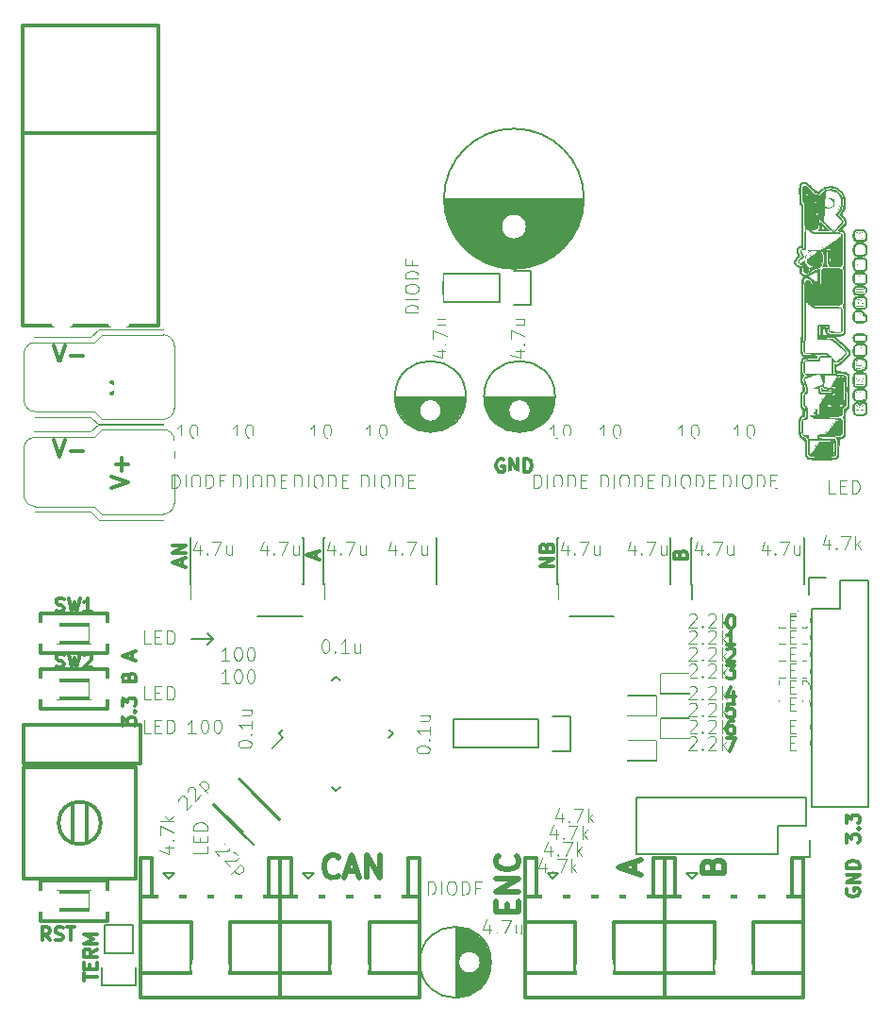
<source format=gbr>
G04 #@! TF.FileFunction,Legend,Top*
%FSLAX46Y46*%
G04 Gerber Fmt 4.6, Leading zero omitted, Abs format (unit mm)*
G04 Created by KiCad (PCBNEW 4.0.5) date 03/15/17 13:44:06*
%MOMM*%
%LPD*%
G01*
G04 APERTURE LIST*
%ADD10C,0.100000*%
%ADD11C,0.300000*%
%ADD12C,0.200000*%
%ADD13C,0.500000*%
%ADD14C,0.150000*%
%ADD15C,0.010000*%
%ADD16C,0.101600*%
%ADD17C,0.304800*%
%ADD18C,2.100000*%
%ADD19R,2.100000X2.100000*%
%ADD20R,1.000000X1.900000*%
%ADD21C,1.700000*%
%ADD22R,1.700000X1.700000*%
%ADD23R,2.000000X2.200000*%
%ADD24R,2.432000X2.432000*%
%ADD25O,2.432000X2.432000*%
%ADD26R,2.200000X2.000000*%
%ADD27R,1.200000X1.400000*%
%ADD28R,1.400000X1.200000*%
%ADD29C,1.600000*%
%ADD30R,2.127200X2.432000*%
%ADD31O,2.127200X2.432000*%
%ADD32R,2.127200X2.127200*%
%ADD33O,2.127200X2.127200*%
%ADD34R,3.000000X1.900000*%
%ADD35O,1.400000X1.924000*%
%ADD36C,1.924000*%
%ADD37C,2.400000*%
%ADD38C,4.400000*%
%ADD39O,1.900000X2.900000*%
%ADD40C,3.400000*%
%ADD41R,3.400000X6.900000*%
%ADD42R,6.851600X3.400000*%
%ADD43C,1.400000*%
%ADD44R,1.365200X1.670000*%
%ADD45C,8.400000*%
%ADD46R,4.400000X4.400000*%
G04 APERTURE END LIST*
D10*
D11*
X5342857Y-76671428D02*
X5342857Y-75985714D01*
X6542857Y-76328571D02*
X5342857Y-76328571D01*
X5914286Y-75585714D02*
X5914286Y-75185714D01*
X6542857Y-75014285D02*
X6542857Y-75585714D01*
X5342857Y-75585714D01*
X5342857Y-75014285D01*
X6542857Y-73814285D02*
X5971429Y-74214285D01*
X6542857Y-74500000D02*
X5342857Y-74500000D01*
X5342857Y-74042857D01*
X5400000Y-73928571D01*
X5457143Y-73871428D01*
X5571429Y-73814285D01*
X5742857Y-73814285D01*
X5857143Y-73871428D01*
X5914286Y-73928571D01*
X5971429Y-74042857D01*
X5971429Y-74500000D01*
X6542857Y-73300000D02*
X5342857Y-73300000D01*
X6200000Y-72900000D01*
X5342857Y-72500000D01*
X6542857Y-72500000D01*
X58914286Y-38414286D02*
X58971429Y-38242857D01*
X59028571Y-38185714D01*
X59142857Y-38128571D01*
X59314286Y-38128571D01*
X59428571Y-38185714D01*
X59485714Y-38242857D01*
X59542857Y-38357143D01*
X59542857Y-38814286D01*
X58342857Y-38814286D01*
X58342857Y-38414286D01*
X58400000Y-38300000D01*
X58457143Y-38242857D01*
X58571429Y-38185714D01*
X58685714Y-38185714D01*
X58800000Y-38242857D01*
X58857143Y-38300000D01*
X58914286Y-38414286D01*
X58914286Y-38814286D01*
X47542857Y-39442857D02*
X46342857Y-39442857D01*
X47542857Y-38757142D01*
X46342857Y-38757142D01*
X46914286Y-37785714D02*
X46971429Y-37614285D01*
X47028571Y-37557142D01*
X47142857Y-37499999D01*
X47314286Y-37499999D01*
X47428571Y-37557142D01*
X47485714Y-37614285D01*
X47542857Y-37728571D01*
X47542857Y-38185714D01*
X46342857Y-38185714D01*
X46342857Y-37785714D01*
X46400000Y-37671428D01*
X46457143Y-37614285D01*
X46571429Y-37557142D01*
X46685714Y-37557142D01*
X46800000Y-37614285D01*
X46857143Y-37671428D01*
X46914286Y-37785714D01*
X46914286Y-38185714D01*
X26200000Y-38785714D02*
X26200000Y-38214285D01*
X26542857Y-38899999D02*
X25342857Y-38499999D01*
X26542857Y-38099999D01*
X14200000Y-39414286D02*
X14200000Y-38842857D01*
X14542857Y-39528571D02*
X13342857Y-39128571D01*
X14542857Y-38728571D01*
X14542857Y-38328572D02*
X13342857Y-38328572D01*
X14542857Y-37642857D01*
X13342857Y-37642857D01*
D12*
X60000000Y-67500000D02*
X59500000Y-67000000D01*
X60500000Y-67000000D02*
X60000000Y-67500000D01*
X59500000Y-67000000D02*
X60500000Y-67000000D01*
X47500000Y-67500000D02*
X47000000Y-67000000D01*
X48000000Y-67000000D02*
X47500000Y-67500000D01*
X47000000Y-67000000D02*
X48000000Y-67000000D01*
X25500000Y-67500000D02*
X25000000Y-67000000D01*
X26000000Y-67000000D02*
X25500000Y-67500000D01*
X25000000Y-67000000D02*
X26000000Y-67000000D01*
X13000000Y-67500000D02*
X12500000Y-67000000D01*
X13500000Y-67000000D02*
X13000000Y-67500000D01*
X12500000Y-67000000D02*
X13500000Y-67000000D01*
D11*
X2342858Y-73042857D02*
X1942858Y-72471429D01*
X1657143Y-73042857D02*
X1657143Y-71842857D01*
X2114286Y-71842857D01*
X2228572Y-71900000D01*
X2285715Y-71957143D01*
X2342858Y-72071429D01*
X2342858Y-72242857D01*
X2285715Y-72357143D01*
X2228572Y-72414286D01*
X2114286Y-72471429D01*
X1657143Y-72471429D01*
X2800000Y-72985714D02*
X2971429Y-73042857D01*
X3257143Y-73042857D01*
X3371429Y-72985714D01*
X3428572Y-72928571D01*
X3485715Y-72814286D01*
X3485715Y-72700000D01*
X3428572Y-72585714D01*
X3371429Y-72528571D01*
X3257143Y-72471429D01*
X3028572Y-72414286D01*
X2914286Y-72357143D01*
X2857143Y-72300000D01*
X2800000Y-72185714D01*
X2800000Y-72071429D01*
X2857143Y-71957143D01*
X2914286Y-71900000D01*
X3028572Y-71842857D01*
X3314286Y-71842857D01*
X3485715Y-71900000D01*
X3828572Y-71842857D02*
X4514286Y-71842857D01*
X4171429Y-73042857D02*
X4171429Y-71842857D01*
X43085715Y-29900000D02*
X42971429Y-29842857D01*
X42800000Y-29842857D01*
X42628572Y-29900000D01*
X42514286Y-30014286D01*
X42457143Y-30128571D01*
X42400000Y-30357143D01*
X42400000Y-30528571D01*
X42457143Y-30757143D01*
X42514286Y-30871429D01*
X42628572Y-30985714D01*
X42800000Y-31042857D01*
X42914286Y-31042857D01*
X43085715Y-30985714D01*
X43142858Y-30928571D01*
X43142858Y-30528571D01*
X42914286Y-30528571D01*
X43657143Y-31042857D02*
X43657143Y-29842857D01*
X44342858Y-31042857D01*
X44342858Y-29842857D01*
X44914286Y-31042857D02*
X44914286Y-29842857D01*
X45200001Y-29842857D01*
X45371429Y-29900000D01*
X45485715Y-30014286D01*
X45542858Y-30128571D01*
X45600001Y-30357143D01*
X45600001Y-30528571D01*
X45542858Y-30757143D01*
X45485715Y-30871429D01*
X45371429Y-30985714D01*
X45200001Y-31042857D01*
X44914286Y-31042857D01*
X73842857Y-64257142D02*
X73842857Y-63514285D01*
X74300000Y-63914285D01*
X74300000Y-63742857D01*
X74357143Y-63628571D01*
X74414286Y-63571428D01*
X74528571Y-63514285D01*
X74814286Y-63514285D01*
X74928571Y-63571428D01*
X74985714Y-63628571D01*
X75042857Y-63742857D01*
X75042857Y-64085714D01*
X74985714Y-64200000D01*
X74928571Y-64257142D01*
X74928571Y-63000000D02*
X74985714Y-62942857D01*
X75042857Y-63000000D01*
X74985714Y-63057143D01*
X74928571Y-63000000D01*
X75042857Y-63000000D01*
X73842857Y-62542856D02*
X73842857Y-61799999D01*
X74300000Y-62199999D01*
X74300000Y-62028571D01*
X74357143Y-61914285D01*
X74414286Y-61857142D01*
X74528571Y-61799999D01*
X74814286Y-61799999D01*
X74928571Y-61857142D01*
X74985714Y-61914285D01*
X75042857Y-62028571D01*
X75042857Y-62371428D01*
X74985714Y-62485714D01*
X74928571Y-62542856D01*
X73900000Y-68414285D02*
X73842857Y-68528571D01*
X73842857Y-68700000D01*
X73900000Y-68871428D01*
X74014286Y-68985714D01*
X74128571Y-69042857D01*
X74357143Y-69100000D01*
X74528571Y-69100000D01*
X74757143Y-69042857D01*
X74871429Y-68985714D01*
X74985714Y-68871428D01*
X75042857Y-68700000D01*
X75042857Y-68585714D01*
X74985714Y-68414285D01*
X74928571Y-68357142D01*
X74528571Y-68357142D01*
X74528571Y-68585714D01*
X75042857Y-67842857D02*
X73842857Y-67842857D01*
X75042857Y-67157142D01*
X73842857Y-67157142D01*
X75042857Y-66585714D02*
X73842857Y-66585714D01*
X73842857Y-66299999D01*
X73900000Y-66128571D01*
X74014286Y-66014285D01*
X74128571Y-65957142D01*
X74357143Y-65899999D01*
X74528571Y-65899999D01*
X74757143Y-65957142D01*
X74871429Y-66014285D01*
X74985714Y-66128571D01*
X75042857Y-66299999D01*
X75042857Y-66585714D01*
D13*
X61857143Y-66357143D02*
X61952381Y-66071429D01*
X62047619Y-65976190D01*
X62238095Y-65880952D01*
X62523810Y-65880952D01*
X62714286Y-65976190D01*
X62809524Y-66071429D01*
X62904762Y-66261905D01*
X62904762Y-67023810D01*
X60904762Y-67023810D01*
X60904762Y-66357143D01*
X61000000Y-66166667D01*
X61095238Y-66071429D01*
X61285714Y-65976190D01*
X61476190Y-65976190D01*
X61666667Y-66071429D01*
X61761905Y-66166667D01*
X61857143Y-66357143D01*
X61857143Y-67023810D01*
X54833333Y-66976191D02*
X54833333Y-66023810D01*
X55404762Y-67166667D02*
X53404762Y-66500000D01*
X55404762Y-65833333D01*
X43357143Y-70476191D02*
X43357143Y-69809524D01*
X44404762Y-69523810D02*
X44404762Y-70476191D01*
X42404762Y-70476191D01*
X42404762Y-69523810D01*
X44404762Y-68666667D02*
X42404762Y-68666667D01*
X44404762Y-67523809D01*
X42404762Y-67523809D01*
X44214286Y-65428571D02*
X44309524Y-65523809D01*
X44404762Y-65809524D01*
X44404762Y-66000000D01*
X44309524Y-66285714D01*
X44119048Y-66476190D01*
X43928571Y-66571429D01*
X43547619Y-66666667D01*
X43261905Y-66666667D01*
X42880952Y-66571429D01*
X42690476Y-66476190D01*
X42500000Y-66285714D01*
X42404762Y-66000000D01*
X42404762Y-65809524D01*
X42500000Y-65523809D01*
X42595238Y-65428571D01*
X28214286Y-67214286D02*
X28119048Y-67309524D01*
X27833333Y-67404762D01*
X27642857Y-67404762D01*
X27357143Y-67309524D01*
X27166667Y-67119048D01*
X27071428Y-66928571D01*
X26976190Y-66547619D01*
X26976190Y-66261905D01*
X27071428Y-65880952D01*
X27166667Y-65690476D01*
X27357143Y-65500000D01*
X27642857Y-65404762D01*
X27833333Y-65404762D01*
X28119048Y-65500000D01*
X28214286Y-65595238D01*
X28976190Y-66833333D02*
X29928571Y-66833333D01*
X28785714Y-67404762D02*
X29452381Y-65404762D01*
X30119048Y-67404762D01*
X30785714Y-67404762D02*
X30785714Y-65404762D01*
X31928572Y-67404762D01*
X31928572Y-65404762D01*
D11*
X63100001Y-54842857D02*
X63900001Y-54842857D01*
X63385715Y-56042857D01*
X63728572Y-53342857D02*
X63500001Y-53342857D01*
X63385715Y-53400000D01*
X63328572Y-53457143D01*
X63214286Y-53628571D01*
X63157143Y-53857143D01*
X63157143Y-54314286D01*
X63214286Y-54428571D01*
X63271429Y-54485714D01*
X63385715Y-54542857D01*
X63614286Y-54542857D01*
X63728572Y-54485714D01*
X63785715Y-54428571D01*
X63842858Y-54314286D01*
X63842858Y-54028571D01*
X63785715Y-53914286D01*
X63728572Y-53857143D01*
X63614286Y-53800000D01*
X63385715Y-53800000D01*
X63271429Y-53857143D01*
X63214286Y-53914286D01*
X63157143Y-54028571D01*
X63785715Y-51842857D02*
X63214286Y-51842857D01*
X63157143Y-52414286D01*
X63214286Y-52357143D01*
X63328572Y-52300000D01*
X63614286Y-52300000D01*
X63728572Y-52357143D01*
X63785715Y-52414286D01*
X63842858Y-52528571D01*
X63842858Y-52814286D01*
X63785715Y-52928571D01*
X63728572Y-52985714D01*
X63614286Y-53042857D01*
X63328572Y-53042857D01*
X63214286Y-52985714D01*
X63157143Y-52928571D01*
X63728572Y-50742857D02*
X63728572Y-51542857D01*
X63442858Y-50285714D02*
X63157143Y-51142857D01*
X63900001Y-51142857D01*
X63100001Y-48342857D02*
X63842858Y-48342857D01*
X63442858Y-48800000D01*
X63614286Y-48800000D01*
X63728572Y-48857143D01*
X63785715Y-48914286D01*
X63842858Y-49028571D01*
X63842858Y-49314286D01*
X63785715Y-49428571D01*
X63728572Y-49485714D01*
X63614286Y-49542857D01*
X63271429Y-49542857D01*
X63157143Y-49485714D01*
X63100001Y-49428571D01*
X63157143Y-46957143D02*
X63214286Y-46900000D01*
X63328572Y-46842857D01*
X63614286Y-46842857D01*
X63728572Y-46900000D01*
X63785715Y-46957143D01*
X63842858Y-47071429D01*
X63842858Y-47185714D01*
X63785715Y-47357143D01*
X63100001Y-48042857D01*
X63842858Y-48042857D01*
X63842858Y-46542857D02*
X63157143Y-46542857D01*
X63500001Y-46542857D02*
X63500001Y-45342857D01*
X63385715Y-45514286D01*
X63271429Y-45628571D01*
X63157143Y-45685714D01*
X63442858Y-43842857D02*
X63557143Y-43842857D01*
X63671429Y-43900000D01*
X63728572Y-43957143D01*
X63785715Y-44071429D01*
X63842858Y-44300000D01*
X63842858Y-44585714D01*
X63785715Y-44814286D01*
X63728572Y-44928571D01*
X63671429Y-44985714D01*
X63557143Y-45042857D01*
X63442858Y-45042857D01*
X63328572Y-44985714D01*
X63271429Y-44928571D01*
X63214286Y-44814286D01*
X63157143Y-44585714D01*
X63157143Y-44300000D01*
X63214286Y-44071429D01*
X63271429Y-43957143D01*
X63328572Y-43900000D01*
X63442858Y-43842857D01*
X8842857Y-53757142D02*
X8842857Y-53014285D01*
X9300000Y-53414285D01*
X9300000Y-53242857D01*
X9357143Y-53128571D01*
X9414286Y-53071428D01*
X9528571Y-53014285D01*
X9814286Y-53014285D01*
X9928571Y-53071428D01*
X9985714Y-53128571D01*
X10042857Y-53242857D01*
X10042857Y-53585714D01*
X9985714Y-53700000D01*
X9928571Y-53757142D01*
X9928571Y-52500000D02*
X9985714Y-52442857D01*
X10042857Y-52500000D01*
X9985714Y-52557143D01*
X9928571Y-52500000D01*
X10042857Y-52500000D01*
X8842857Y-52042856D02*
X8842857Y-51299999D01*
X9300000Y-51699999D01*
X9300000Y-51528571D01*
X9357143Y-51414285D01*
X9414286Y-51357142D01*
X9528571Y-51299999D01*
X9814286Y-51299999D01*
X9928571Y-51357142D01*
X9985714Y-51414285D01*
X10042857Y-51528571D01*
X10042857Y-51871428D01*
X9985714Y-51985714D01*
X9928571Y-52042856D01*
X9414286Y-49414286D02*
X9471429Y-49242857D01*
X9528571Y-49185714D01*
X9642857Y-49128571D01*
X9814286Y-49128571D01*
X9928571Y-49185714D01*
X9985714Y-49242857D01*
X10042857Y-49357143D01*
X10042857Y-49814286D01*
X8842857Y-49814286D01*
X8842857Y-49414286D01*
X8900000Y-49300000D01*
X8957143Y-49242857D01*
X9071429Y-49185714D01*
X9185714Y-49185714D01*
X9300000Y-49242857D01*
X9357143Y-49300000D01*
X9414286Y-49414286D01*
X9414286Y-49814286D01*
X9700000Y-47785714D02*
X9700000Y-47214285D01*
X10042857Y-47899999D02*
X8842857Y-47499999D01*
X10042857Y-47099999D01*
X2900000Y-48485714D02*
X3071429Y-48542857D01*
X3357143Y-48542857D01*
X3471429Y-48485714D01*
X3528572Y-48428571D01*
X3585715Y-48314286D01*
X3585715Y-48200000D01*
X3528572Y-48085714D01*
X3471429Y-48028571D01*
X3357143Y-47971429D01*
X3128572Y-47914286D01*
X3014286Y-47857143D01*
X2957143Y-47800000D01*
X2900000Y-47685714D01*
X2900000Y-47571429D01*
X2957143Y-47457143D01*
X3014286Y-47400000D01*
X3128572Y-47342857D01*
X3414286Y-47342857D01*
X3585715Y-47400000D01*
X3985715Y-47342857D02*
X4271429Y-48542857D01*
X4500000Y-47685714D01*
X4728572Y-48542857D01*
X5014286Y-47342857D01*
X5414286Y-47457143D02*
X5471429Y-47400000D01*
X5585715Y-47342857D01*
X5871429Y-47342857D01*
X5985715Y-47400000D01*
X6042858Y-47457143D01*
X6100001Y-47571429D01*
X6100001Y-47685714D01*
X6042858Y-47857143D01*
X5357144Y-48542857D01*
X6100001Y-48542857D01*
X2900000Y-43485714D02*
X3071429Y-43542857D01*
X3357143Y-43542857D01*
X3471429Y-43485714D01*
X3528572Y-43428571D01*
X3585715Y-43314286D01*
X3585715Y-43200000D01*
X3528572Y-43085714D01*
X3471429Y-43028571D01*
X3357143Y-42971429D01*
X3128572Y-42914286D01*
X3014286Y-42857143D01*
X2957143Y-42800000D01*
X2900000Y-42685714D01*
X2900000Y-42571429D01*
X2957143Y-42457143D01*
X3014286Y-42400000D01*
X3128572Y-42342857D01*
X3414286Y-42342857D01*
X3585715Y-42400000D01*
X3985715Y-42342857D02*
X4271429Y-43542857D01*
X4500000Y-42685714D01*
X4728572Y-43542857D01*
X5014286Y-42342857D01*
X6100001Y-43542857D02*
X5414286Y-43542857D01*
X5757144Y-43542857D02*
X5757144Y-42342857D01*
X5642858Y-42514286D01*
X5528572Y-42628571D01*
X5414286Y-42685714D01*
D12*
X21000000Y-16500000D02*
G75*
G03X21000000Y-16500000I-4000000J0D01*
G01*
X33000000Y-16500000D02*
G75*
G03X33000000Y-16500000I-4000000J0D01*
G01*
X54000000Y-16500000D02*
G75*
G03X54000000Y-16500000I-4000000J0D01*
G01*
X66000000Y-16500000D02*
G75*
G03X66000000Y-16500000I-4000000J0D01*
G01*
X17000000Y-46000000D02*
X16500000Y-46500000D01*
X16500000Y-45500000D02*
X17000000Y-46000000D01*
X15000000Y-46000000D02*
X17000000Y-46000000D01*
X70000000Y-44000000D02*
X69500000Y-44500000D01*
X69500000Y-43500000D02*
X70000000Y-44000000D01*
X68000000Y-44000000D02*
X70000000Y-44000000D01*
X49000000Y-44000000D02*
X53000000Y-44000000D01*
X21000000Y-44000000D02*
X25000000Y-44000000D01*
D14*
X50250000Y-6575000D02*
X37750000Y-6575000D01*
X50246000Y-6715000D02*
X37754000Y-6715000D01*
X50240000Y-6855000D02*
X37760000Y-6855000D01*
X50230000Y-6995000D02*
X37770000Y-6995000D01*
X50218000Y-7135000D02*
X37782000Y-7135000D01*
X50202000Y-7275000D02*
X37798000Y-7275000D01*
X50183000Y-7415000D02*
X37817000Y-7415000D01*
X50160000Y-7555000D02*
X37840000Y-7555000D01*
X50135000Y-7695000D02*
X37865000Y-7695000D01*
X50106000Y-7835000D02*
X37894000Y-7835000D01*
X50073000Y-7975000D02*
X44521000Y-7975000D01*
X43479000Y-7975000D02*
X37927000Y-7975000D01*
X50038000Y-8115000D02*
X44734000Y-8115000D01*
X43266000Y-8115000D02*
X37962000Y-8115000D01*
X49999000Y-8255000D02*
X44876000Y-8255000D01*
X43124000Y-8255000D02*
X38001000Y-8255000D01*
X49956000Y-8395000D02*
X44978000Y-8395000D01*
X43022000Y-8395000D02*
X38044000Y-8395000D01*
X49909000Y-8535000D02*
X45052000Y-8535000D01*
X42948000Y-8535000D02*
X38091000Y-8535000D01*
X49859000Y-8675000D02*
X45103000Y-8675000D01*
X42897000Y-8675000D02*
X38141000Y-8675000D01*
X49805000Y-8815000D02*
X45135000Y-8815000D01*
X42865000Y-8815000D02*
X38195000Y-8815000D01*
X49748000Y-8955000D02*
X45149000Y-8955000D01*
X42851000Y-8955000D02*
X38252000Y-8955000D01*
X49686000Y-9095000D02*
X45146000Y-9095000D01*
X42854000Y-9095000D02*
X38314000Y-9095000D01*
X49620000Y-9235000D02*
X45126000Y-9235000D01*
X42874000Y-9235000D02*
X38380000Y-9235000D01*
X49549000Y-9375000D02*
X45087000Y-9375000D01*
X42913000Y-9375000D02*
X38451000Y-9375000D01*
X49475000Y-9515000D02*
X45028000Y-9515000D01*
X42972000Y-9515000D02*
X38525000Y-9515000D01*
X49395000Y-9655000D02*
X44945000Y-9655000D01*
X43055000Y-9655000D02*
X38605000Y-9655000D01*
X49311000Y-9795000D02*
X44831000Y-9795000D01*
X43169000Y-9795000D02*
X38689000Y-9795000D01*
X49221000Y-9935000D02*
X44670000Y-9935000D01*
X43330000Y-9935000D02*
X38779000Y-9935000D01*
X49127000Y-10075000D02*
X44409000Y-10075000D01*
X43591000Y-10075000D02*
X38873000Y-10075000D01*
X49026000Y-10215000D02*
X38974000Y-10215000D01*
X48919000Y-10355000D02*
X39081000Y-10355000D01*
X48807000Y-10495000D02*
X39193000Y-10495000D01*
X48687000Y-10635000D02*
X39313000Y-10635000D01*
X48559000Y-10775000D02*
X39441000Y-10775000D01*
X48424000Y-10915000D02*
X39576000Y-10915000D01*
X48280000Y-11055000D02*
X39720000Y-11055000D01*
X48125000Y-11195000D02*
X39875000Y-11195000D01*
X47960000Y-11335000D02*
X40040000Y-11335000D01*
X47783000Y-11475000D02*
X40217000Y-11475000D01*
X47592000Y-11615000D02*
X40408000Y-11615000D01*
X47383000Y-11755000D02*
X40617000Y-11755000D01*
X47155000Y-11895000D02*
X40845000Y-11895000D01*
X46903000Y-12035000D02*
X41097000Y-12035000D01*
X46619000Y-12175000D02*
X41381000Y-12175000D01*
X46291000Y-12315000D02*
X41709000Y-12315000D01*
X45897000Y-12455000D02*
X42103000Y-12455000D01*
X45383000Y-12595000D02*
X42617000Y-12595000D01*
X44433000Y-12735000D02*
X43567000Y-12735000D01*
X45150000Y-9000000D02*
G75*
G03X45150000Y-9000000I-1150000J0D01*
G01*
X50287500Y-6500000D02*
G75*
G03X50287500Y-6500000I-6287500J0D01*
G01*
X26925000Y-41075000D02*
X27030000Y-41075000D01*
X26925000Y-36925000D02*
X27030000Y-36925000D01*
X37075000Y-36925000D02*
X36970000Y-36925000D01*
X37075000Y-41075000D02*
X36970000Y-41075000D01*
X26925000Y-41075000D02*
X26925000Y-36925000D01*
X37075000Y-41075000D02*
X37075000Y-36925000D01*
X27030000Y-41075000D02*
X27030000Y-42450000D01*
X22873476Y-54500000D02*
X23244707Y-54871231D01*
X28000000Y-49373476D02*
X28371231Y-49744707D01*
X33126524Y-54500000D02*
X32755293Y-54128769D01*
X28000000Y-59626524D02*
X27628769Y-59255293D01*
X22873476Y-54500000D02*
X23244707Y-54128769D01*
X28000000Y-59626524D02*
X28371231Y-59255293D01*
X33126524Y-54500000D02*
X32755293Y-54871231D01*
X28000000Y-49373476D02*
X27628769Y-49744707D01*
X23244707Y-54871231D02*
X22272435Y-55843503D01*
X38825000Y-71851000D02*
X38825000Y-78149000D01*
X38965000Y-71857000D02*
X38965000Y-78143000D01*
X39105000Y-71870000D02*
X39105000Y-74554000D01*
X39105000Y-75446000D02*
X39105000Y-78130000D01*
X39245000Y-71889000D02*
X39245000Y-74344000D01*
X39245000Y-75656000D02*
X39245000Y-78111000D01*
X39385000Y-71915000D02*
X39385000Y-74211000D01*
X39385000Y-75789000D02*
X39385000Y-78085000D01*
X39525000Y-71947000D02*
X39525000Y-74120000D01*
X39525000Y-75880000D02*
X39525000Y-78053000D01*
X39665000Y-71986000D02*
X39665000Y-74058000D01*
X39665000Y-75942000D02*
X39665000Y-78014000D01*
X39805000Y-72032000D02*
X39805000Y-74019000D01*
X39805000Y-75981000D02*
X39805000Y-77968000D01*
X39945000Y-72085000D02*
X39945000Y-74002000D01*
X39945000Y-75998000D02*
X39945000Y-77915000D01*
X40085000Y-72147000D02*
X40085000Y-74004000D01*
X40085000Y-75996000D02*
X40085000Y-77853000D01*
X40225000Y-72217000D02*
X40225000Y-74026000D01*
X40225000Y-75974000D02*
X40225000Y-77783000D01*
X40365000Y-72296000D02*
X40365000Y-74069000D01*
X40365000Y-75931000D02*
X40365000Y-77704000D01*
X40505000Y-72384000D02*
X40505000Y-74137000D01*
X40505000Y-75863000D02*
X40505000Y-77616000D01*
X40645000Y-72484000D02*
X40645000Y-74236000D01*
X40645000Y-75764000D02*
X40645000Y-77516000D01*
X40785000Y-72596000D02*
X40785000Y-74381000D01*
X40785000Y-75619000D02*
X40785000Y-77404000D01*
X40925000Y-72721000D02*
X40925000Y-74620000D01*
X40925000Y-75380000D02*
X40925000Y-77279000D01*
X41065000Y-72864000D02*
X41065000Y-77136000D01*
X41205000Y-73026000D02*
X41205000Y-76974000D01*
X41345000Y-73214000D02*
X41345000Y-76786000D01*
X41485000Y-73437000D02*
X41485000Y-76563000D01*
X41625000Y-73713000D02*
X41625000Y-76287000D01*
X41765000Y-74088000D02*
X41765000Y-75912000D01*
X41000000Y-75000000D02*
G75*
G03X41000000Y-75000000I-1000000J0D01*
G01*
X41937500Y-75000000D02*
G75*
G03X41937500Y-75000000I-3187500J0D01*
G01*
X7230000Y-74230000D02*
X7230000Y-71690000D01*
X6950000Y-77050000D02*
X6950000Y-75500000D01*
X7230000Y-74230000D02*
X9770000Y-74230000D01*
X10050000Y-75500000D02*
X10050000Y-77050000D01*
X10050000Y-77050000D02*
X6950000Y-77050000D01*
X9770000Y-74230000D02*
X9770000Y-71690000D01*
X9770000Y-71690000D02*
X7230000Y-71690000D01*
X14925000Y-41075000D02*
X15030000Y-41075000D01*
X14925000Y-36925000D02*
X15030000Y-36925000D01*
X25075000Y-36925000D02*
X24970000Y-36925000D01*
X25075000Y-41075000D02*
X24970000Y-41075000D01*
X14925000Y-41075000D02*
X14925000Y-36925000D01*
X25075000Y-41075000D02*
X25075000Y-36925000D01*
X15030000Y-41075000D02*
X15030000Y-42450000D01*
X59925000Y-41075000D02*
X60030000Y-41075000D01*
X59925000Y-36925000D02*
X60030000Y-36925000D01*
X70075000Y-36925000D02*
X69970000Y-36925000D01*
X70075000Y-41075000D02*
X69970000Y-41075000D01*
X59925000Y-41075000D02*
X59925000Y-36925000D01*
X70075000Y-41075000D02*
X70075000Y-36925000D01*
X60030000Y-41075000D02*
X60030000Y-42450000D01*
X47925000Y-41075000D02*
X48030000Y-41075000D01*
X47925000Y-36925000D02*
X48030000Y-36925000D01*
X58075000Y-36925000D02*
X57970000Y-36925000D01*
X58075000Y-41075000D02*
X57970000Y-41075000D01*
X47925000Y-41075000D02*
X47925000Y-36925000D01*
X58075000Y-41075000D02*
X58075000Y-36925000D01*
X48030000Y-41075000D02*
X48030000Y-42450000D01*
X46230000Y-55770000D02*
X38610000Y-55770000D01*
X46230000Y-53230000D02*
X38610000Y-53230000D01*
X49050000Y-52950000D02*
X47500000Y-52950000D01*
X38610000Y-55770000D02*
X38610000Y-53230000D01*
X46230000Y-53230000D02*
X46230000Y-55770000D01*
X47500000Y-56050000D02*
X49050000Y-56050000D01*
X49050000Y-56050000D02*
X49050000Y-52950000D01*
X55030000Y-60190000D02*
X70270000Y-60190000D01*
X67730000Y-65270000D02*
X55030000Y-65270000D01*
X55030000Y-60190000D02*
X55030000Y-65270000D01*
X70270000Y-60190000D02*
X70270000Y-62730000D01*
X69000000Y-65550000D02*
X70550000Y-65550000D01*
X70270000Y-62730000D02*
X67730000Y-62730000D01*
X67730000Y-62730000D02*
X67730000Y-65270000D01*
X70550000Y-65550000D02*
X70550000Y-64000000D01*
X44000000Y-16050000D02*
X45550000Y-16050000D01*
X45550000Y-16050000D02*
X45550000Y-12950000D01*
X45550000Y-12950000D02*
X44000000Y-12950000D01*
X42730000Y-15770000D02*
X37650000Y-15770000D01*
X37650000Y-15770000D02*
X37650000Y-13230000D01*
X37650000Y-13230000D02*
X42730000Y-13230000D01*
X42730000Y-13230000D02*
X42730000Y-15770000D01*
D11*
X3000000Y-70300000D02*
X6000000Y-70300000D01*
X6000000Y-70300000D02*
X6000000Y-68700000D01*
X6000000Y-68700000D02*
X3000000Y-68700000D01*
X3000000Y-68700000D02*
X3000000Y-70300000D01*
X1500000Y-71300000D02*
X7500000Y-71300000D01*
X7500000Y-71300000D02*
X7500000Y-67700000D01*
X7500000Y-67700000D02*
X1500000Y-67700000D01*
X1500000Y-67700000D02*
X1500000Y-71300000D01*
X3000000Y-46300000D02*
X6000000Y-46300000D01*
X6000000Y-46300000D02*
X6000000Y-44700000D01*
X6000000Y-44700000D02*
X3000000Y-44700000D01*
X3000000Y-44700000D02*
X3000000Y-46300000D01*
X1500000Y-47300000D02*
X7500000Y-47300000D01*
X7500000Y-47300000D02*
X7500000Y-43700000D01*
X7500000Y-43700000D02*
X1500000Y-43700000D01*
X1500000Y-43700000D02*
X1500000Y-47300000D01*
X3000000Y-51300000D02*
X6000000Y-51300000D01*
X6000000Y-51300000D02*
X6000000Y-49700000D01*
X6000000Y-49700000D02*
X3000000Y-49700000D01*
X3000000Y-49700000D02*
X3000000Y-51300000D01*
X1500000Y-52300000D02*
X7500000Y-52300000D01*
X7500000Y-52300000D02*
X7500000Y-48700000D01*
X7500000Y-48700000D02*
X1500000Y-48700000D01*
X1500000Y-48700000D02*
X1500000Y-52300000D01*
X0Y-53700000D02*
X10500000Y-53700000D01*
X10500000Y-53700000D02*
X10500000Y-57200000D01*
X10500000Y-57200000D02*
X0Y-57200000D01*
X0Y-57200000D02*
X0Y-53700000D01*
X6900000Y-62500000D02*
G75*
G03X6900000Y-62500000I-1900000J0D01*
G01*
X5600000Y-64300000D02*
X5600000Y-60800000D01*
X4400000Y-64300000D02*
X4400000Y-60700000D01*
X0Y-67500000D02*
X0Y-57500000D01*
X0Y-57500000D02*
X10000000Y-57500000D01*
X10000000Y-57500000D02*
X10000000Y-67500000D01*
X10000000Y-67500000D02*
X0Y-67500000D01*
X17100862Y-60863604D02*
X20636396Y-64399138D01*
X19363604Y-58600862D02*
X22899138Y-62136396D01*
X-100000Y-600000D02*
X12100000Y-600000D01*
X-100000Y-17900000D02*
X-100000Y9000000D01*
X-100000Y9000000D02*
X12100000Y9000000D01*
X12100000Y9000000D02*
X12100000Y-17900000D01*
X12100000Y-17900000D02*
X-100000Y-17900000D01*
X23000000Y-78200000D02*
X10500000Y-78200000D01*
X23000000Y-65600000D02*
X23000000Y-78200000D01*
X22000000Y-69100000D02*
X22000000Y-65600000D01*
X22000000Y-65600000D02*
X23000000Y-65600000D01*
X10500000Y-69100000D02*
X23000000Y-69100000D01*
X18500000Y-71400000D02*
X18500000Y-76000000D01*
X18500000Y-71400000D02*
X23000000Y-71400000D01*
X15000000Y-76000000D02*
X15000000Y-71400000D01*
X15000000Y-71400000D02*
X10500000Y-71400000D01*
X10500000Y-76000000D02*
X23000000Y-76000000D01*
X10500000Y-65600000D02*
X10500000Y-78200000D01*
X10500000Y-65600000D02*
X11500000Y-65600000D01*
X11500000Y-65600000D02*
X11500000Y-69100000D01*
X35500000Y-78200000D02*
X23000000Y-78200000D01*
X35500000Y-65600000D02*
X35500000Y-78200000D01*
X34500000Y-69100000D02*
X34500000Y-65600000D01*
X34500000Y-65600000D02*
X35500000Y-65600000D01*
X23000000Y-69100000D02*
X35500000Y-69100000D01*
X31000000Y-71400000D02*
X31000000Y-76000000D01*
X31000000Y-71400000D02*
X35500000Y-71400000D01*
X27500000Y-76000000D02*
X27500000Y-71400000D01*
X27500000Y-71400000D02*
X23000000Y-71400000D01*
X23000000Y-76000000D02*
X35500000Y-76000000D01*
X23000000Y-65600000D02*
X23000000Y-78200000D01*
X23000000Y-65600000D02*
X24000000Y-65600000D01*
X24000000Y-65600000D02*
X24000000Y-69100000D01*
D10*
X12500000Y-26800000D02*
X6700000Y-26800000D01*
X1000000Y-26100000D02*
X6000000Y-26100000D01*
X900000Y-18900000D02*
X6000000Y-18900000D01*
X12500000Y-18200000D02*
X6700000Y-18200000D01*
X12500000Y-18700000D02*
X7000000Y-18700000D01*
X13500000Y-25300000D02*
X13500000Y-19700000D01*
X7000000Y-26300000D02*
X12500000Y-26300000D01*
X1000000Y-25600000D02*
X6300000Y-25600000D01*
X1000000Y-19400000D02*
X6300000Y-19400000D01*
X0Y-24600000D02*
X0Y-20400000D01*
X0Y-24600000D02*
G75*
G03X1000000Y-25600000I1000000J0D01*
G01*
X1000000Y-19400000D02*
G75*
G03X0Y-20400000I0J-1000000D01*
G01*
X12500000Y-26300000D02*
G75*
G03X13500000Y-25300000I0J1000000D01*
G01*
X13500000Y-19700000D02*
G75*
G03X12500000Y-18700000I-1000000J0D01*
G01*
X6700000Y-18200000D02*
X6000000Y-18900000D01*
X6700000Y-26800000D02*
X6000000Y-26100000D01*
X7000000Y-26300000D02*
X6300000Y-25600000D01*
X7000000Y-18700000D02*
X6300000Y-19400000D01*
X12500000Y-35300000D02*
X6700000Y-35300000D01*
X1000000Y-34600000D02*
X6000000Y-34600000D01*
X900000Y-27400000D02*
X6000000Y-27400000D01*
X12500000Y-26700000D02*
X6700000Y-26700000D01*
X12500000Y-27200000D02*
X7000000Y-27200000D01*
X13500000Y-33800000D02*
X13500000Y-28200000D01*
X7000000Y-34800000D02*
X12500000Y-34800000D01*
X1000000Y-34100000D02*
X6300000Y-34100000D01*
X1000000Y-27900000D02*
X6300000Y-27900000D01*
X0Y-33100000D02*
X0Y-28900000D01*
X0Y-33100000D02*
G75*
G03X1000000Y-34100000I1000000J0D01*
G01*
X1000000Y-27900000D02*
G75*
G03X0Y-28900000I0J-1000000D01*
G01*
X12500000Y-34800000D02*
G75*
G03X13500000Y-33800000I0J1000000D01*
G01*
X13500000Y-28200000D02*
G75*
G03X12500000Y-27200000I-1000000J0D01*
G01*
X6700000Y-26700000D02*
X6000000Y-27400000D01*
X6700000Y-35300000D02*
X6000000Y-34600000D01*
X7000000Y-34800000D02*
X6300000Y-34100000D01*
X7000000Y-27200000D02*
X6300000Y-27900000D01*
D14*
X59770000Y-49111000D02*
X57230000Y-49111000D01*
X57230000Y-50889000D02*
X59770000Y-50889000D01*
X57230000Y-50889000D02*
X57230000Y-49111000D01*
X59770000Y-49111000D02*
X59770000Y-50889000D01*
X56770000Y-51111000D02*
X54230000Y-51111000D01*
X54230000Y-52889000D02*
X56770000Y-52889000D01*
X54230000Y-52889000D02*
X54230000Y-51111000D01*
X56770000Y-51111000D02*
X56770000Y-52889000D01*
X59770000Y-53111000D02*
X57230000Y-53111000D01*
X57230000Y-54889000D02*
X59770000Y-54889000D01*
X57230000Y-54889000D02*
X57230000Y-53111000D01*
X59770000Y-53111000D02*
X59770000Y-54889000D01*
X56770000Y-55111000D02*
X54230000Y-55111000D01*
X54230000Y-56889000D02*
X56770000Y-56889000D01*
X54230000Y-56889000D02*
X54230000Y-55111000D01*
X56770000Y-55111000D02*
X56770000Y-56889000D01*
X75810000Y-61050000D02*
X75810000Y-40730000D01*
X70730000Y-43270000D02*
X70730000Y-61050000D01*
X75810000Y-61050000D02*
X70730000Y-61050000D01*
X75810000Y-40730000D02*
X73270000Y-40730000D01*
X72000000Y-40450000D02*
X70450000Y-40450000D01*
X73270000Y-40730000D02*
X73270000Y-43270000D01*
X73270000Y-43270000D02*
X70730000Y-43270000D01*
X70450000Y-40450000D02*
X70450000Y-42000000D01*
D11*
X57500000Y-78200000D02*
X45000000Y-78200000D01*
X57500000Y-65600000D02*
X57500000Y-78200000D01*
X56500000Y-69100000D02*
X56500000Y-65600000D01*
X56500000Y-65600000D02*
X57500000Y-65600000D01*
X45000000Y-69100000D02*
X57500000Y-69100000D01*
X53000000Y-71400000D02*
X53000000Y-76000000D01*
X53000000Y-71400000D02*
X57500000Y-71400000D01*
X49500000Y-76000000D02*
X49500000Y-71400000D01*
X49500000Y-71400000D02*
X45000000Y-71400000D01*
X45000000Y-76000000D02*
X57500000Y-76000000D01*
X45000000Y-65600000D02*
X45000000Y-78200000D01*
X45000000Y-65600000D02*
X46000000Y-65600000D01*
X46000000Y-65600000D02*
X46000000Y-69100000D01*
X70000000Y-78200000D02*
X57500000Y-78200000D01*
X70000000Y-65600000D02*
X70000000Y-78200000D01*
X69000000Y-69100000D02*
X69000000Y-65600000D01*
X69000000Y-65600000D02*
X70000000Y-65600000D01*
X57500000Y-69100000D02*
X70000000Y-69100000D01*
X65500000Y-71400000D02*
X65500000Y-76000000D01*
X65500000Y-71400000D02*
X70000000Y-71400000D01*
X62000000Y-76000000D02*
X62000000Y-71400000D01*
X62000000Y-71400000D02*
X57500000Y-71400000D01*
X57500000Y-76000000D02*
X70000000Y-76000000D01*
X57500000Y-65600000D02*
X57500000Y-78200000D01*
X57500000Y-65600000D02*
X58500000Y-65600000D01*
X58500000Y-65600000D02*
X58500000Y-69100000D01*
D14*
X39649000Y-24325000D02*
X33351000Y-24325000D01*
X39643000Y-24465000D02*
X33357000Y-24465000D01*
X39630000Y-24605000D02*
X36946000Y-24605000D01*
X36054000Y-24605000D02*
X33370000Y-24605000D01*
X39611000Y-24745000D02*
X37156000Y-24745000D01*
X35844000Y-24745000D02*
X33389000Y-24745000D01*
X39585000Y-24885000D02*
X37289000Y-24885000D01*
X35711000Y-24885000D02*
X33415000Y-24885000D01*
X39553000Y-25025000D02*
X37380000Y-25025000D01*
X35620000Y-25025000D02*
X33447000Y-25025000D01*
X39514000Y-25165000D02*
X37442000Y-25165000D01*
X35558000Y-25165000D02*
X33486000Y-25165000D01*
X39468000Y-25305000D02*
X37481000Y-25305000D01*
X35519000Y-25305000D02*
X33532000Y-25305000D01*
X39415000Y-25445000D02*
X37498000Y-25445000D01*
X35502000Y-25445000D02*
X33585000Y-25445000D01*
X39353000Y-25585000D02*
X37496000Y-25585000D01*
X35504000Y-25585000D02*
X33647000Y-25585000D01*
X39283000Y-25725000D02*
X37474000Y-25725000D01*
X35526000Y-25725000D02*
X33717000Y-25725000D01*
X39204000Y-25865000D02*
X37431000Y-25865000D01*
X35569000Y-25865000D02*
X33796000Y-25865000D01*
X39116000Y-26005000D02*
X37363000Y-26005000D01*
X35637000Y-26005000D02*
X33884000Y-26005000D01*
X39016000Y-26145000D02*
X37264000Y-26145000D01*
X35736000Y-26145000D02*
X33984000Y-26145000D01*
X38904000Y-26285000D02*
X37119000Y-26285000D01*
X35881000Y-26285000D02*
X34096000Y-26285000D01*
X38779000Y-26425000D02*
X36880000Y-26425000D01*
X36120000Y-26425000D02*
X34221000Y-26425000D01*
X38636000Y-26565000D02*
X34364000Y-26565000D01*
X38474000Y-26705000D02*
X34526000Y-26705000D01*
X38286000Y-26845000D02*
X34714000Y-26845000D01*
X38063000Y-26985000D02*
X34937000Y-26985000D01*
X37787000Y-27125000D02*
X35213000Y-27125000D01*
X37412000Y-27265000D02*
X35588000Y-27265000D01*
X37500000Y-25500000D02*
G75*
G03X37500000Y-25500000I-1000000J0D01*
G01*
X39687500Y-24250000D02*
G75*
G03X39687500Y-24250000I-3187500J0D01*
G01*
X47649000Y-24325000D02*
X41351000Y-24325000D01*
X47643000Y-24465000D02*
X41357000Y-24465000D01*
X47630000Y-24605000D02*
X44946000Y-24605000D01*
X44054000Y-24605000D02*
X41370000Y-24605000D01*
X47611000Y-24745000D02*
X45156000Y-24745000D01*
X43844000Y-24745000D02*
X41389000Y-24745000D01*
X47585000Y-24885000D02*
X45289000Y-24885000D01*
X43711000Y-24885000D02*
X41415000Y-24885000D01*
X47553000Y-25025000D02*
X45380000Y-25025000D01*
X43620000Y-25025000D02*
X41447000Y-25025000D01*
X47514000Y-25165000D02*
X45442000Y-25165000D01*
X43558000Y-25165000D02*
X41486000Y-25165000D01*
X47468000Y-25305000D02*
X45481000Y-25305000D01*
X43519000Y-25305000D02*
X41532000Y-25305000D01*
X47415000Y-25445000D02*
X45498000Y-25445000D01*
X43502000Y-25445000D02*
X41585000Y-25445000D01*
X47353000Y-25585000D02*
X45496000Y-25585000D01*
X43504000Y-25585000D02*
X41647000Y-25585000D01*
X47283000Y-25725000D02*
X45474000Y-25725000D01*
X43526000Y-25725000D02*
X41717000Y-25725000D01*
X47204000Y-25865000D02*
X45431000Y-25865000D01*
X43569000Y-25865000D02*
X41796000Y-25865000D01*
X47116000Y-26005000D02*
X45363000Y-26005000D01*
X43637000Y-26005000D02*
X41884000Y-26005000D01*
X47016000Y-26145000D02*
X45264000Y-26145000D01*
X43736000Y-26145000D02*
X41984000Y-26145000D01*
X46904000Y-26285000D02*
X45119000Y-26285000D01*
X43881000Y-26285000D02*
X42096000Y-26285000D01*
X46779000Y-26425000D02*
X44880000Y-26425000D01*
X44120000Y-26425000D02*
X42221000Y-26425000D01*
X46636000Y-26565000D02*
X42364000Y-26565000D01*
X46474000Y-26705000D02*
X42526000Y-26705000D01*
X46286000Y-26845000D02*
X42714000Y-26845000D01*
X46063000Y-26985000D02*
X42937000Y-26985000D01*
X45787000Y-27125000D02*
X43213000Y-27125000D01*
X45412000Y-27265000D02*
X43588000Y-27265000D01*
X45500000Y-25500000D02*
G75*
G03X45500000Y-25500000I-1000000J0D01*
G01*
X47687500Y-24250000D02*
G75*
G03X47687500Y-24250000I-3187500J0D01*
G01*
D15*
G36*
X74430633Y-9569339D02*
X74464961Y-9433335D01*
X74531437Y-9337361D01*
X74637641Y-9274393D01*
X74791151Y-9237408D01*
X74995879Y-9219553D01*
X75151991Y-9215410D01*
X75263067Y-9221431D01*
X75347023Y-9239464D01*
X75401774Y-9261414D01*
X75520663Y-9350933D01*
X75612006Y-9485938D01*
X75670495Y-9652433D01*
X75690822Y-9836426D01*
X75676349Y-9985245D01*
X75620238Y-10141372D01*
X75520041Y-10252687D01*
X75378380Y-10321474D01*
X75288159Y-10355948D01*
X75236979Y-10388243D01*
X75231956Y-10411699D01*
X75273361Y-10419750D01*
X75322713Y-10437311D01*
X75399741Y-10481935D01*
X75443244Y-10511764D01*
X75553799Y-10617223D01*
X75626507Y-10750982D01*
X75665433Y-10923442D01*
X75675000Y-11104595D01*
X75664748Y-11291254D01*
X75629297Y-11430862D01*
X75561596Y-11529528D01*
X75454598Y-11593361D01*
X75301254Y-11628471D01*
X75191404Y-11635111D01*
X75191404Y-11526351D01*
X75356538Y-11507249D01*
X75469529Y-11468030D01*
X75534735Y-11407701D01*
X75540907Y-11396270D01*
X75565215Y-11303529D01*
X75574946Y-11169869D01*
X75569757Y-11016257D01*
X75549593Y-10865151D01*
X75495172Y-10719727D01*
X75423475Y-10634963D01*
X75368114Y-10590422D01*
X75313034Y-10564026D01*
X75239493Y-10551104D01*
X75128749Y-10546982D01*
X75069672Y-10546750D01*
X75012106Y-10549251D01*
X75012106Y-10221672D01*
X75154161Y-10221585D01*
X75287855Y-10216796D01*
X75395268Y-10207328D01*
X75458481Y-10193205D01*
X75459969Y-10192476D01*
X75512871Y-10133518D01*
X75550741Y-10029327D01*
X75571471Y-9896837D01*
X75572951Y-9752988D01*
X75553072Y-9614715D01*
X75538270Y-9563600D01*
X75464134Y-9438444D01*
X75349270Y-9354277D01*
X75207310Y-9319267D01*
X75135250Y-9322098D01*
X75012177Y-9333061D01*
X74873964Y-9338579D01*
X74828478Y-9338715D01*
X74701580Y-9347887D01*
X74615465Y-9384642D01*
X74563181Y-9457909D01*
X74537774Y-9576615D01*
X74532118Y-9719300D01*
X74548540Y-9922274D01*
X74598087Y-10072595D01*
X74681524Y-10172246D01*
X74714977Y-10193474D01*
X74774594Y-10207640D01*
X74879611Y-10217032D01*
X75012106Y-10221672D01*
X75012106Y-10549251D01*
X74899696Y-10554136D01*
X74773449Y-10575229D01*
X74724858Y-10593156D01*
X74632319Y-10676663D01*
X74569634Y-10815679D01*
X74537033Y-11009547D01*
X74532000Y-11145722D01*
X74536165Y-11291255D01*
X74555179Y-11392628D01*
X74598819Y-11458342D01*
X74676861Y-11496896D01*
X74799082Y-11516792D01*
X74969771Y-11526328D01*
X75191404Y-11526351D01*
X75191404Y-11635111D01*
X75094517Y-11640968D01*
X75055875Y-11641278D01*
X74867260Y-11636606D01*
X74728213Y-11618563D01*
X74625450Y-11582850D01*
X74545691Y-11525167D01*
X74487230Y-11457235D01*
X74451104Y-11395224D01*
X74430602Y-11318667D01*
X74421949Y-11208613D01*
X74420875Y-11123860D01*
X74424019Y-10993017D01*
X74432299Y-10876491D01*
X74443988Y-10797807D01*
X74445146Y-10793395D01*
X74497468Y-10687089D01*
X74586172Y-10577316D01*
X74690102Y-10487480D01*
X74754103Y-10451561D01*
X74819540Y-10418133D01*
X74849327Y-10390434D01*
X74849500Y-10388971D01*
X74823243Y-10363309D01*
X74756884Y-10325144D01*
X74718593Y-10306864D01*
X74595118Y-10224607D01*
X74504281Y-10121824D01*
X74459858Y-10045512D01*
X74434506Y-9969836D01*
X74423199Y-9872535D01*
X74420875Y-9752395D01*
X74430633Y-9569339D01*
X74430633Y-9569339D01*
G37*
X74430633Y-9569339D02*
X74464961Y-9433335D01*
X74531437Y-9337361D01*
X74637641Y-9274393D01*
X74791151Y-9237408D01*
X74995879Y-9219553D01*
X75151991Y-9215410D01*
X75263067Y-9221431D01*
X75347023Y-9239464D01*
X75401774Y-9261414D01*
X75520663Y-9350933D01*
X75612006Y-9485938D01*
X75670495Y-9652433D01*
X75690822Y-9836426D01*
X75676349Y-9985245D01*
X75620238Y-10141372D01*
X75520041Y-10252687D01*
X75378380Y-10321474D01*
X75288159Y-10355948D01*
X75236979Y-10388243D01*
X75231956Y-10411699D01*
X75273361Y-10419750D01*
X75322713Y-10437311D01*
X75399741Y-10481935D01*
X75443244Y-10511764D01*
X75553799Y-10617223D01*
X75626507Y-10750982D01*
X75665433Y-10923442D01*
X75675000Y-11104595D01*
X75664748Y-11291254D01*
X75629297Y-11430862D01*
X75561596Y-11529528D01*
X75454598Y-11593361D01*
X75301254Y-11628471D01*
X75191404Y-11635111D01*
X75191404Y-11526351D01*
X75356538Y-11507249D01*
X75469529Y-11468030D01*
X75534735Y-11407701D01*
X75540907Y-11396270D01*
X75565215Y-11303529D01*
X75574946Y-11169869D01*
X75569757Y-11016257D01*
X75549593Y-10865151D01*
X75495172Y-10719727D01*
X75423475Y-10634963D01*
X75368114Y-10590422D01*
X75313034Y-10564026D01*
X75239493Y-10551104D01*
X75128749Y-10546982D01*
X75069672Y-10546750D01*
X75012106Y-10549251D01*
X75012106Y-10221672D01*
X75154161Y-10221585D01*
X75287855Y-10216796D01*
X75395268Y-10207328D01*
X75458481Y-10193205D01*
X75459969Y-10192476D01*
X75512871Y-10133518D01*
X75550741Y-10029327D01*
X75571471Y-9896837D01*
X75572951Y-9752988D01*
X75553072Y-9614715D01*
X75538270Y-9563600D01*
X75464134Y-9438444D01*
X75349270Y-9354277D01*
X75207310Y-9319267D01*
X75135250Y-9322098D01*
X75012177Y-9333061D01*
X74873964Y-9338579D01*
X74828478Y-9338715D01*
X74701580Y-9347887D01*
X74615465Y-9384642D01*
X74563181Y-9457909D01*
X74537774Y-9576615D01*
X74532118Y-9719300D01*
X74548540Y-9922274D01*
X74598087Y-10072595D01*
X74681524Y-10172246D01*
X74714977Y-10193474D01*
X74774594Y-10207640D01*
X74879611Y-10217032D01*
X75012106Y-10221672D01*
X75012106Y-10549251D01*
X74899696Y-10554136D01*
X74773449Y-10575229D01*
X74724858Y-10593156D01*
X74632319Y-10676663D01*
X74569634Y-10815679D01*
X74537033Y-11009547D01*
X74532000Y-11145722D01*
X74536165Y-11291255D01*
X74555179Y-11392628D01*
X74598819Y-11458342D01*
X74676861Y-11496896D01*
X74799082Y-11516792D01*
X74969771Y-11526328D01*
X75191404Y-11526351D01*
X75191404Y-11635111D01*
X75094517Y-11640968D01*
X75055875Y-11641278D01*
X74867260Y-11636606D01*
X74728213Y-11618563D01*
X74625450Y-11582850D01*
X74545691Y-11525167D01*
X74487230Y-11457235D01*
X74451104Y-11395224D01*
X74430602Y-11318667D01*
X74421949Y-11208613D01*
X74420875Y-11123860D01*
X74424019Y-10993017D01*
X74432299Y-10876491D01*
X74443988Y-10797807D01*
X74445146Y-10793395D01*
X74497468Y-10687089D01*
X74586172Y-10577316D01*
X74690102Y-10487480D01*
X74754103Y-10451561D01*
X74819540Y-10418133D01*
X74849327Y-10390434D01*
X74849500Y-10388971D01*
X74823243Y-10363309D01*
X74756884Y-10325144D01*
X74718593Y-10306864D01*
X74595118Y-10224607D01*
X74504281Y-10121824D01*
X74459858Y-10045512D01*
X74434506Y-9969836D01*
X74423199Y-9872535D01*
X74420875Y-9752395D01*
X74430633Y-9569339D01*
G36*
X74414254Y-25098272D02*
X74425225Y-25026811D01*
X74470008Y-24923083D01*
X74551589Y-24821704D01*
X74649289Y-24745037D01*
X74709320Y-24719612D01*
X74796180Y-24720796D01*
X74899562Y-24753909D01*
X74901244Y-24754702D01*
X74992830Y-24788462D01*
X75062822Y-24785656D01*
X75091502Y-24774761D01*
X75156362Y-24735250D01*
X75159656Y-24704948D01*
X75102781Y-24684833D01*
X74987133Y-24675880D01*
X74969771Y-24675705D01*
X74969771Y-24543828D01*
X75191577Y-24543806D01*
X75357013Y-24524543D01*
X75470536Y-24485029D01*
X75536603Y-24424250D01*
X75542428Y-24413770D01*
X75559103Y-24346084D01*
X75569335Y-24231048D01*
X75571879Y-24084599D01*
X75571185Y-24045597D01*
X75566364Y-23904382D01*
X75557957Y-23811843D01*
X75542440Y-23753156D01*
X75516287Y-23713497D01*
X75485606Y-23685727D01*
X75410414Y-23642982D01*
X75319405Y-23635942D01*
X75279231Y-23640476D01*
X75211060Y-23648694D01*
X75138533Y-23653480D01*
X75046510Y-23655136D01*
X74919853Y-23653960D01*
X74762922Y-23650711D01*
X74669742Y-23658112D01*
X74604688Y-23691174D01*
X74563169Y-23758596D01*
X74540590Y-23869080D01*
X74532359Y-24031326D01*
X74532000Y-24088125D01*
X74534777Y-24262913D01*
X74549646Y-24384447D01*
X74586409Y-24462932D01*
X74654869Y-24508574D01*
X74764831Y-24531576D01*
X74926098Y-24542146D01*
X74969771Y-24543828D01*
X74969771Y-24675705D01*
X74949445Y-24675500D01*
X74759739Y-24657149D01*
X74615022Y-24599401D01*
X74507535Y-24498214D01*
X74460611Y-24420868D01*
X74422520Y-24298944D01*
X74405200Y-24143203D01*
X74408651Y-23979225D01*
X74432873Y-23832593D01*
X74460611Y-23757007D01*
X74528610Y-23650147D01*
X74612296Y-23579118D01*
X74725649Y-23536914D01*
X74882651Y-23516526D01*
X74946646Y-23513382D01*
X75083519Y-23506001D01*
X75175504Y-23496306D01*
X75218744Y-23485954D01*
X75209380Y-23476602D01*
X75143556Y-23469905D01*
X75053229Y-23467611D01*
X75050954Y-23467403D01*
X75050954Y-23310250D01*
X75230997Y-23309390D01*
X75363869Y-23301236D01*
X75456645Y-23277428D01*
X75516399Y-23229605D01*
X75550205Y-23149410D01*
X75565137Y-23028480D01*
X75568270Y-22858457D01*
X75567184Y-22700196D01*
X75564535Y-22527555D01*
X75558908Y-22406895D01*
X75548808Y-22326716D01*
X75532737Y-22275514D01*
X75509198Y-22241790D01*
X75507266Y-22239821D01*
X75471181Y-22214293D01*
X75414949Y-22196486D01*
X75326718Y-22184546D01*
X75194637Y-22176619D01*
X75078149Y-22172699D01*
X74916396Y-22169123D01*
X74804616Y-22170230D01*
X74729354Y-22177716D01*
X74677153Y-22193275D01*
X74634557Y-22218603D01*
X74618820Y-22230566D01*
X74568342Y-22278178D01*
X74542253Y-22333171D01*
X74532851Y-22417742D01*
X74532000Y-22480705D01*
X74538303Y-22586885D01*
X74554554Y-22669186D01*
X74570100Y-22700650D01*
X74591851Y-22743856D01*
X74570100Y-22776850D01*
X74549292Y-22827748D01*
X74535453Y-22919252D01*
X74532000Y-22999100D01*
X74536124Y-23114596D01*
X74554472Y-23197439D01*
X74596006Y-23253004D01*
X74669689Y-23286665D01*
X74784484Y-23303795D01*
X74949354Y-23309768D01*
X75050954Y-23310250D01*
X75050954Y-23467403D01*
X74865775Y-23450467D01*
X74697037Y-23405475D01*
X74562360Y-23338036D01*
X74486958Y-23268237D01*
X74459797Y-23225371D01*
X74441224Y-23175303D01*
X74429649Y-23105661D01*
X74423479Y-23004075D01*
X74421122Y-22858172D01*
X74420875Y-22754646D01*
X74421825Y-22578993D01*
X74425732Y-22454455D01*
X74434179Y-22368662D01*
X74448750Y-22309244D01*
X74471029Y-22263830D01*
X74486631Y-22241035D01*
X74569313Y-22149703D01*
X74667091Y-22089630D01*
X74793073Y-22056495D01*
X74960369Y-22045976D01*
X75071750Y-22048150D01*
X75270353Y-22061513D01*
X75421061Y-22089516D01*
X75530010Y-22139810D01*
X75603336Y-22220040D01*
X75647173Y-22337855D01*
X75667658Y-22500902D01*
X75670927Y-22716829D01*
X75669465Y-22793153D01*
X75659125Y-23222415D01*
X75534772Y-23329833D01*
X75455846Y-23391370D01*
X75391218Y-23430235D01*
X75368085Y-23437250D01*
X75328000Y-23450177D01*
X75338031Y-23481359D01*
X75392142Y-23519404D01*
X75417863Y-23531201D01*
X75524082Y-23586717D01*
X75595823Y-23657797D01*
X75639934Y-23757493D01*
X75663263Y-23898857D01*
X75670258Y-24012248D01*
X75674108Y-24188670D01*
X75667091Y-24316583D01*
X75645510Y-24410572D01*
X75605667Y-24485221D01*
X75543867Y-24555115D01*
X75529038Y-24569343D01*
X75419166Y-24672966D01*
X75539145Y-24782841D01*
X75659125Y-24892717D01*
X75668375Y-25268296D01*
X75671200Y-25434093D01*
X75669012Y-25550402D01*
X75660239Y-25631142D01*
X75643308Y-25690232D01*
X75616645Y-25741592D01*
X75614512Y-25745037D01*
X75560244Y-25820222D01*
X75499157Y-25872011D01*
X75418606Y-25904573D01*
X75305946Y-25922076D01*
X75148530Y-25928691D01*
X75055875Y-25929224D01*
X75046369Y-25928993D01*
X75046369Y-25818500D01*
X75194509Y-25815498D01*
X75323832Y-25807381D01*
X75418174Y-25795480D01*
X75456628Y-25784675D01*
X75533611Y-25709177D01*
X75565949Y-25590996D01*
X75561361Y-25485125D01*
X75551621Y-25386585D01*
X75550094Y-25305717D01*
X75550988Y-25294625D01*
X75563722Y-25112392D01*
X75553124Y-24981700D01*
X75518044Y-24894589D01*
X75488605Y-24862941D01*
X75412471Y-24815787D01*
X75338894Y-24809826D01*
X75251938Y-24847356D01*
X75162420Y-24909942D01*
X75021708Y-25017383D01*
X74919228Y-24925817D01*
X74806158Y-24852895D01*
X74700233Y-24839789D01*
X74606673Y-24886995D01*
X74597942Y-24895308D01*
X74571178Y-24929530D01*
X74553486Y-24976798D01*
X74543071Y-25049704D01*
X74538135Y-25160846D01*
X74536884Y-25322816D01*
X74536884Y-25323550D01*
X74537512Y-25481554D01*
X74540996Y-25588804D01*
X74549737Y-25658043D01*
X74566136Y-25702013D01*
X74592594Y-25733459D01*
X74618099Y-25754617D01*
X74662940Y-25783507D01*
X74718646Y-25802257D01*
X74799145Y-25812945D01*
X74918369Y-25817649D01*
X75046369Y-25818500D01*
X75046369Y-25928993D01*
X74856849Y-25924379D01*
X74710197Y-25907321D01*
X74605299Y-25873849D01*
X74531536Y-25819759D01*
X74478289Y-25740851D01*
X74456560Y-25692078D01*
X74427161Y-25577507D01*
X74409556Y-25424345D01*
X74404877Y-25256598D01*
X74414254Y-25098272D01*
X74414254Y-25098272D01*
G37*
X74414254Y-25098272D02*
X74425225Y-25026811D01*
X74470008Y-24923083D01*
X74551589Y-24821704D01*
X74649289Y-24745037D01*
X74709320Y-24719612D01*
X74796180Y-24720796D01*
X74899562Y-24753909D01*
X74901244Y-24754702D01*
X74992830Y-24788462D01*
X75062822Y-24785656D01*
X75091502Y-24774761D01*
X75156362Y-24735250D01*
X75159656Y-24704948D01*
X75102781Y-24684833D01*
X74987133Y-24675880D01*
X74969771Y-24675705D01*
X74969771Y-24543828D01*
X75191577Y-24543806D01*
X75357013Y-24524543D01*
X75470536Y-24485029D01*
X75536603Y-24424250D01*
X75542428Y-24413770D01*
X75559103Y-24346084D01*
X75569335Y-24231048D01*
X75571879Y-24084599D01*
X75571185Y-24045597D01*
X75566364Y-23904382D01*
X75557957Y-23811843D01*
X75542440Y-23753156D01*
X75516287Y-23713497D01*
X75485606Y-23685727D01*
X75410414Y-23642982D01*
X75319405Y-23635942D01*
X75279231Y-23640476D01*
X75211060Y-23648694D01*
X75138533Y-23653480D01*
X75046510Y-23655136D01*
X74919853Y-23653960D01*
X74762922Y-23650711D01*
X74669742Y-23658112D01*
X74604688Y-23691174D01*
X74563169Y-23758596D01*
X74540590Y-23869080D01*
X74532359Y-24031326D01*
X74532000Y-24088125D01*
X74534777Y-24262913D01*
X74549646Y-24384447D01*
X74586409Y-24462932D01*
X74654869Y-24508574D01*
X74764831Y-24531576D01*
X74926098Y-24542146D01*
X74969771Y-24543828D01*
X74969771Y-24675705D01*
X74949445Y-24675500D01*
X74759739Y-24657149D01*
X74615022Y-24599401D01*
X74507535Y-24498214D01*
X74460611Y-24420868D01*
X74422520Y-24298944D01*
X74405200Y-24143203D01*
X74408651Y-23979225D01*
X74432873Y-23832593D01*
X74460611Y-23757007D01*
X74528610Y-23650147D01*
X74612296Y-23579118D01*
X74725649Y-23536914D01*
X74882651Y-23516526D01*
X74946646Y-23513382D01*
X75083519Y-23506001D01*
X75175504Y-23496306D01*
X75218744Y-23485954D01*
X75209380Y-23476602D01*
X75143556Y-23469905D01*
X75053229Y-23467611D01*
X75050954Y-23467403D01*
X75050954Y-23310250D01*
X75230997Y-23309390D01*
X75363869Y-23301236D01*
X75456645Y-23277428D01*
X75516399Y-23229605D01*
X75550205Y-23149410D01*
X75565137Y-23028480D01*
X75568270Y-22858457D01*
X75567184Y-22700196D01*
X75564535Y-22527555D01*
X75558908Y-22406895D01*
X75548808Y-22326716D01*
X75532737Y-22275514D01*
X75509198Y-22241790D01*
X75507266Y-22239821D01*
X75471181Y-22214293D01*
X75414949Y-22196486D01*
X75326718Y-22184546D01*
X75194637Y-22176619D01*
X75078149Y-22172699D01*
X74916396Y-22169123D01*
X74804616Y-22170230D01*
X74729354Y-22177716D01*
X74677153Y-22193275D01*
X74634557Y-22218603D01*
X74618820Y-22230566D01*
X74568342Y-22278178D01*
X74542253Y-22333171D01*
X74532851Y-22417742D01*
X74532000Y-22480705D01*
X74538303Y-22586885D01*
X74554554Y-22669186D01*
X74570100Y-22700650D01*
X74591851Y-22743856D01*
X74570100Y-22776850D01*
X74549292Y-22827748D01*
X74535453Y-22919252D01*
X74532000Y-22999100D01*
X74536124Y-23114596D01*
X74554472Y-23197439D01*
X74596006Y-23253004D01*
X74669689Y-23286665D01*
X74784484Y-23303795D01*
X74949354Y-23309768D01*
X75050954Y-23310250D01*
X75050954Y-23467403D01*
X74865775Y-23450467D01*
X74697037Y-23405475D01*
X74562360Y-23338036D01*
X74486958Y-23268237D01*
X74459797Y-23225371D01*
X74441224Y-23175303D01*
X74429649Y-23105661D01*
X74423479Y-23004075D01*
X74421122Y-22858172D01*
X74420875Y-22754646D01*
X74421825Y-22578993D01*
X74425732Y-22454455D01*
X74434179Y-22368662D01*
X74448750Y-22309244D01*
X74471029Y-22263830D01*
X74486631Y-22241035D01*
X74569313Y-22149703D01*
X74667091Y-22089630D01*
X74793073Y-22056495D01*
X74960369Y-22045976D01*
X75071750Y-22048150D01*
X75270353Y-22061513D01*
X75421061Y-22089516D01*
X75530010Y-22139810D01*
X75603336Y-22220040D01*
X75647173Y-22337855D01*
X75667658Y-22500902D01*
X75670927Y-22716829D01*
X75669465Y-22793153D01*
X75659125Y-23222415D01*
X75534772Y-23329833D01*
X75455846Y-23391370D01*
X75391218Y-23430235D01*
X75368085Y-23437250D01*
X75328000Y-23450177D01*
X75338031Y-23481359D01*
X75392142Y-23519404D01*
X75417863Y-23531201D01*
X75524082Y-23586717D01*
X75595823Y-23657797D01*
X75639934Y-23757493D01*
X75663263Y-23898857D01*
X75670258Y-24012248D01*
X75674108Y-24188670D01*
X75667091Y-24316583D01*
X75645510Y-24410572D01*
X75605667Y-24485221D01*
X75543867Y-24555115D01*
X75529038Y-24569343D01*
X75419166Y-24672966D01*
X75539145Y-24782841D01*
X75659125Y-24892717D01*
X75668375Y-25268296D01*
X75671200Y-25434093D01*
X75669012Y-25550402D01*
X75660239Y-25631142D01*
X75643308Y-25690232D01*
X75616645Y-25741592D01*
X75614512Y-25745037D01*
X75560244Y-25820222D01*
X75499157Y-25872011D01*
X75418606Y-25904573D01*
X75305946Y-25922076D01*
X75148530Y-25928691D01*
X75055875Y-25929224D01*
X75046369Y-25928993D01*
X75046369Y-25818500D01*
X75194509Y-25815498D01*
X75323832Y-25807381D01*
X75418174Y-25795480D01*
X75456628Y-25784675D01*
X75533611Y-25709177D01*
X75565949Y-25590996D01*
X75561361Y-25485125D01*
X75551621Y-25386585D01*
X75550094Y-25305717D01*
X75550988Y-25294625D01*
X75563722Y-25112392D01*
X75553124Y-24981700D01*
X75518044Y-24894589D01*
X75488605Y-24862941D01*
X75412471Y-24815787D01*
X75338894Y-24809826D01*
X75251938Y-24847356D01*
X75162420Y-24909942D01*
X75021708Y-25017383D01*
X74919228Y-24925817D01*
X74806158Y-24852895D01*
X74700233Y-24839789D01*
X74606673Y-24886995D01*
X74597942Y-24895308D01*
X74571178Y-24929530D01*
X74553486Y-24976798D01*
X74543071Y-25049704D01*
X74538135Y-25160846D01*
X74536884Y-25322816D01*
X74536884Y-25323550D01*
X74537512Y-25481554D01*
X74540996Y-25588804D01*
X74549737Y-25658043D01*
X74566136Y-25702013D01*
X74592594Y-25733459D01*
X74618099Y-25754617D01*
X74662940Y-25783507D01*
X74718646Y-25802257D01*
X74799145Y-25812945D01*
X74918369Y-25817649D01*
X75046369Y-25818500D01*
X75046369Y-25928993D01*
X74856849Y-25924379D01*
X74710197Y-25907321D01*
X74605299Y-25873849D01*
X74531536Y-25819759D01*
X74478289Y-25740851D01*
X74456560Y-25692078D01*
X74427161Y-25577507D01*
X74409556Y-25424345D01*
X74404877Y-25256598D01*
X74414254Y-25098272D01*
G36*
X74422578Y-21202581D02*
X74429253Y-21096063D01*
X74443243Y-21023156D01*
X74466893Y-20968941D01*
X74486631Y-20939266D01*
X74593017Y-20834074D01*
X74732614Y-20769235D01*
X74914654Y-20741096D01*
X74992375Y-20739247D01*
X75217607Y-20762326D01*
X75402247Y-20828874D01*
X75542865Y-20936997D01*
X75636033Y-21084800D01*
X75641135Y-21097755D01*
X75665152Y-21208808D01*
X75672615Y-21351569D01*
X75664083Y-21497629D01*
X75640117Y-21618581D01*
X75630340Y-21644950D01*
X75534930Y-21787170D01*
X75390808Y-21890695D01*
X75200575Y-21954236D01*
X74966829Y-21976507D01*
X74960625Y-21976524D01*
X74955655Y-21975960D01*
X74955655Y-21848271D01*
X75112372Y-21841952D01*
X75257534Y-21820430D01*
X75372915Y-21784001D01*
X75414492Y-21759725D01*
X75494984Y-21662505D01*
X75546569Y-21525916D01*
X75566867Y-21368283D01*
X75553499Y-21207930D01*
X75504781Y-21064522D01*
X75451145Y-20986485D01*
X75377487Y-20933096D01*
X75272475Y-20900437D01*
X75124778Y-20884589D01*
X74975175Y-20881375D01*
X74806918Y-20883443D01*
X74688387Y-20895952D01*
X74610874Y-20928365D01*
X74565672Y-20990142D01*
X74544075Y-21090745D01*
X74537376Y-21239634D01*
X74536884Y-21357625D01*
X74538100Y-21517282D01*
X74542993Y-21626055D01*
X74553428Y-21696536D01*
X74571271Y-21741317D01*
X74598387Y-21772989D01*
X74598434Y-21773031D01*
X74680461Y-21814107D01*
X74805610Y-21839088D01*
X74955655Y-21848271D01*
X74955655Y-21975960D01*
X74758566Y-21953569D01*
X74598946Y-21884035D01*
X74486631Y-21775985D01*
X74456081Y-21725821D01*
X74436593Y-21665889D01*
X74425824Y-21581272D01*
X74421428Y-21457052D01*
X74420875Y-21357625D01*
X74422578Y-21202581D01*
X74422578Y-21202581D01*
G37*
X74422578Y-21202581D02*
X74429253Y-21096063D01*
X74443243Y-21023156D01*
X74466893Y-20968941D01*
X74486631Y-20939266D01*
X74593017Y-20834074D01*
X74732614Y-20769235D01*
X74914654Y-20741096D01*
X74992375Y-20739247D01*
X75217607Y-20762326D01*
X75402247Y-20828874D01*
X75542865Y-20936997D01*
X75636033Y-21084800D01*
X75641135Y-21097755D01*
X75665152Y-21208808D01*
X75672615Y-21351569D01*
X75664083Y-21497629D01*
X75640117Y-21618581D01*
X75630340Y-21644950D01*
X75534930Y-21787170D01*
X75390808Y-21890695D01*
X75200575Y-21954236D01*
X74966829Y-21976507D01*
X74960625Y-21976524D01*
X74955655Y-21975960D01*
X74955655Y-21848271D01*
X75112372Y-21841952D01*
X75257534Y-21820430D01*
X75372915Y-21784001D01*
X75414492Y-21759725D01*
X75494984Y-21662505D01*
X75546569Y-21525916D01*
X75566867Y-21368283D01*
X75553499Y-21207930D01*
X75504781Y-21064522D01*
X75451145Y-20986485D01*
X75377487Y-20933096D01*
X75272475Y-20900437D01*
X75124778Y-20884589D01*
X74975175Y-20881375D01*
X74806918Y-20883443D01*
X74688387Y-20895952D01*
X74610874Y-20928365D01*
X74565672Y-20990142D01*
X74544075Y-21090745D01*
X74537376Y-21239634D01*
X74536884Y-21357625D01*
X74538100Y-21517282D01*
X74542993Y-21626055D01*
X74553428Y-21696536D01*
X74571271Y-21741317D01*
X74598387Y-21772989D01*
X74598434Y-21773031D01*
X74680461Y-21814107D01*
X74805610Y-21839088D01*
X74955655Y-21848271D01*
X74955655Y-21975960D01*
X74758566Y-21953569D01*
X74598946Y-21884035D01*
X74486631Y-21775985D01*
X74456081Y-21725821D01*
X74436593Y-21665889D01*
X74425824Y-21581272D01*
X74421428Y-21457052D01*
X74420875Y-21357625D01*
X74422578Y-21202581D01*
G36*
X74439973Y-19909725D02*
X74498066Y-19729266D01*
X74596348Y-19597074D01*
X74736015Y-19511772D01*
X74918263Y-19471982D01*
X75003101Y-19468500D01*
X75106663Y-19463794D01*
X75177103Y-19451440D01*
X75198750Y-19436750D01*
X75191404Y-19432561D01*
X75191404Y-19273351D01*
X75356538Y-19254249D01*
X75469529Y-19215030D01*
X75534735Y-19154701D01*
X75540907Y-19143270D01*
X75574150Y-19018407D01*
X75566633Y-18888408D01*
X75543246Y-18823476D01*
X75501136Y-18759996D01*
X75471809Y-18730799D01*
X75428226Y-18721909D01*
X75334494Y-18714500D01*
X75203963Y-18709296D01*
X75049978Y-18707025D01*
X75033862Y-18706987D01*
X74866667Y-18707435D01*
X74751348Y-18710457D01*
X74676286Y-18717851D01*
X74629862Y-18731417D01*
X74600456Y-18752955D01*
X74581425Y-18777065D01*
X74550500Y-18853233D01*
X74533324Y-18958394D01*
X74532000Y-18994394D01*
X74540018Y-19100796D01*
X74570255Y-19175600D01*
X74631981Y-19224713D01*
X74734466Y-19254043D01*
X74886982Y-19269496D01*
X74969771Y-19273328D01*
X75191404Y-19273351D01*
X75191404Y-19432561D01*
X75169611Y-19420130D01*
X75092517Y-19408761D01*
X74993868Y-19405000D01*
X74781594Y-19385320D01*
X74618468Y-19325973D01*
X74503693Y-19226500D01*
X74436467Y-19086442D01*
X74436091Y-19085054D01*
X74424476Y-18931310D01*
X74468863Y-18788855D01*
X74563578Y-18673423D01*
X74592257Y-18652099D01*
X74649129Y-18618627D01*
X74710208Y-18597255D01*
X74791267Y-18585364D01*
X74908080Y-18580339D01*
X75029840Y-18579500D01*
X75237790Y-18585643D01*
X75392680Y-18606037D01*
X75503932Y-18643634D01*
X75580973Y-18701385D01*
X75625266Y-18765923D01*
X75673808Y-18922233D01*
X75663824Y-19076771D01*
X75599017Y-19216490D01*
X75483089Y-19328343D01*
X75461847Y-19341717D01*
X75390096Y-19387146D01*
X75367042Y-19415069D01*
X75385580Y-19438278D01*
X75402395Y-19448725D01*
X75466223Y-19492836D01*
X75545866Y-19556001D01*
X75561145Y-19569012D01*
X75603458Y-19607460D01*
X75631688Y-19644667D01*
X75649049Y-19694095D01*
X75658753Y-19769208D01*
X75664013Y-19883471D01*
X75667212Y-20013512D01*
X75668746Y-20189132D01*
X75663389Y-20313734D01*
X75650033Y-20399534D01*
X75627570Y-20458751D01*
X75626719Y-20460289D01*
X75561328Y-20543337D01*
X75466317Y-20602239D01*
X75331901Y-20640627D01*
X75191164Y-20657112D01*
X75191164Y-20543415D01*
X75355874Y-20524540D01*
X75468115Y-20485739D01*
X75532100Y-20426049D01*
X75538702Y-20413270D01*
X75551925Y-20351829D01*
X75561345Y-20244432D01*
X75565778Y-20108572D01*
X75565496Y-20017353D01*
X75560796Y-19861299D01*
X75551568Y-19755261D01*
X75535596Y-19685797D01*
X75510667Y-19639464D01*
X75501429Y-19628415D01*
X75413576Y-19572083D01*
X75311716Y-19575455D01*
X75278125Y-19592494D01*
X75278125Y-19436750D01*
X75294000Y-19420875D01*
X75278125Y-19405000D01*
X75262250Y-19420875D01*
X75278125Y-19436750D01*
X75278125Y-19592494D01*
X75238117Y-19612789D01*
X75166523Y-19644165D01*
X75106140Y-19628664D01*
X75033231Y-19606569D01*
X74936250Y-19596106D01*
X74923024Y-19595969D01*
X74775007Y-19615899D01*
X74664783Y-19677136D01*
X74589471Y-19783794D01*
X74546188Y-19939986D01*
X74532054Y-20149825D01*
X74532049Y-20154142D01*
X74535991Y-20303027D01*
X74554410Y-20406695D01*
X74597096Y-20473851D01*
X74673838Y-20513199D01*
X74794426Y-20533443D01*
X74968650Y-20543287D01*
X74969771Y-20543328D01*
X75191164Y-20543415D01*
X75191164Y-20657112D01*
X75148291Y-20662135D01*
X75071750Y-20666298D01*
X74848679Y-20663556D01*
X74678483Y-20631030D01*
X74555890Y-20564457D01*
X74475628Y-20459572D01*
X74432427Y-20312110D01*
X74420875Y-20139831D01*
X74439973Y-19909725D01*
X74439973Y-19909725D01*
G37*
X74439973Y-19909725D02*
X74498066Y-19729266D01*
X74596348Y-19597074D01*
X74736015Y-19511772D01*
X74918263Y-19471982D01*
X75003101Y-19468500D01*
X75106663Y-19463794D01*
X75177103Y-19451440D01*
X75198750Y-19436750D01*
X75191404Y-19432561D01*
X75191404Y-19273351D01*
X75356538Y-19254249D01*
X75469529Y-19215030D01*
X75534735Y-19154701D01*
X75540907Y-19143270D01*
X75574150Y-19018407D01*
X75566633Y-18888408D01*
X75543246Y-18823476D01*
X75501136Y-18759996D01*
X75471809Y-18730799D01*
X75428226Y-18721909D01*
X75334494Y-18714500D01*
X75203963Y-18709296D01*
X75049978Y-18707025D01*
X75033862Y-18706987D01*
X74866667Y-18707435D01*
X74751348Y-18710457D01*
X74676286Y-18717851D01*
X74629862Y-18731417D01*
X74600456Y-18752955D01*
X74581425Y-18777065D01*
X74550500Y-18853233D01*
X74533324Y-18958394D01*
X74532000Y-18994394D01*
X74540018Y-19100796D01*
X74570255Y-19175600D01*
X74631981Y-19224713D01*
X74734466Y-19254043D01*
X74886982Y-19269496D01*
X74969771Y-19273328D01*
X75191404Y-19273351D01*
X75191404Y-19432561D01*
X75169611Y-19420130D01*
X75092517Y-19408761D01*
X74993868Y-19405000D01*
X74781594Y-19385320D01*
X74618468Y-19325973D01*
X74503693Y-19226500D01*
X74436467Y-19086442D01*
X74436091Y-19085054D01*
X74424476Y-18931310D01*
X74468863Y-18788855D01*
X74563578Y-18673423D01*
X74592257Y-18652099D01*
X74649129Y-18618627D01*
X74710208Y-18597255D01*
X74791267Y-18585364D01*
X74908080Y-18580339D01*
X75029840Y-18579500D01*
X75237790Y-18585643D01*
X75392680Y-18606037D01*
X75503932Y-18643634D01*
X75580973Y-18701385D01*
X75625266Y-18765923D01*
X75673808Y-18922233D01*
X75663824Y-19076771D01*
X75599017Y-19216490D01*
X75483089Y-19328343D01*
X75461847Y-19341717D01*
X75390096Y-19387146D01*
X75367042Y-19415069D01*
X75385580Y-19438278D01*
X75402395Y-19448725D01*
X75466223Y-19492836D01*
X75545866Y-19556001D01*
X75561145Y-19569012D01*
X75603458Y-19607460D01*
X75631688Y-19644667D01*
X75649049Y-19694095D01*
X75658753Y-19769208D01*
X75664013Y-19883471D01*
X75667212Y-20013512D01*
X75668746Y-20189132D01*
X75663389Y-20313734D01*
X75650033Y-20399534D01*
X75627570Y-20458751D01*
X75626719Y-20460289D01*
X75561328Y-20543337D01*
X75466317Y-20602239D01*
X75331901Y-20640627D01*
X75191164Y-20657112D01*
X75191164Y-20543415D01*
X75355874Y-20524540D01*
X75468115Y-20485739D01*
X75532100Y-20426049D01*
X75538702Y-20413270D01*
X75551925Y-20351829D01*
X75561345Y-20244432D01*
X75565778Y-20108572D01*
X75565496Y-20017353D01*
X75560796Y-19861299D01*
X75551568Y-19755261D01*
X75535596Y-19685797D01*
X75510667Y-19639464D01*
X75501429Y-19628415D01*
X75413576Y-19572083D01*
X75311716Y-19575455D01*
X75278125Y-19592494D01*
X75278125Y-19436750D01*
X75294000Y-19420875D01*
X75278125Y-19405000D01*
X75262250Y-19420875D01*
X75278125Y-19436750D01*
X75278125Y-19592494D01*
X75238117Y-19612789D01*
X75166523Y-19644165D01*
X75106140Y-19628664D01*
X75033231Y-19606569D01*
X74936250Y-19596106D01*
X74923024Y-19595969D01*
X74775007Y-19615899D01*
X74664783Y-19677136D01*
X74589471Y-19783794D01*
X74546188Y-19939986D01*
X74532054Y-20149825D01*
X74532049Y-20154142D01*
X74535991Y-20303027D01*
X74554410Y-20406695D01*
X74597096Y-20473851D01*
X74673838Y-20513199D01*
X74794426Y-20533443D01*
X74968650Y-20543287D01*
X74969771Y-20543328D01*
X75191164Y-20543415D01*
X75191164Y-20657112D01*
X75148291Y-20662135D01*
X75071750Y-20666298D01*
X74848679Y-20663556D01*
X74678483Y-20631030D01*
X74555890Y-20564457D01*
X74475628Y-20459572D01*
X74432427Y-20312110D01*
X74420875Y-20139831D01*
X74439973Y-19909725D01*
G36*
X74409904Y-16979686D02*
X74428887Y-16807643D01*
X74471430Y-16681362D01*
X74546261Y-16584858D01*
X74662107Y-16502150D01*
X74674605Y-16494972D01*
X74795366Y-16426569D01*
X74664147Y-16359627D01*
X74553495Y-16291296D01*
X74481152Y-16211536D01*
X74440003Y-16105898D01*
X74422933Y-15959932D01*
X74421205Y-15866272D01*
X74436372Y-15646143D01*
X74484146Y-15477702D01*
X74568903Y-15355758D01*
X74695018Y-15275120D01*
X74866865Y-15230598D01*
X74965383Y-15220626D01*
X75080774Y-15210440D01*
X75168880Y-15197444D01*
X75212806Y-15184225D01*
X75214468Y-15182504D01*
X75192279Y-15169777D01*
X75120697Y-15156454D01*
X75047937Y-15148618D01*
X75047937Y-14991264D01*
X75201156Y-14989186D01*
X75332529Y-14983880D01*
X75428276Y-14976144D01*
X75474616Y-14966777D01*
X75474980Y-14966556D01*
X75533782Y-14895906D01*
X75566911Y-14788864D01*
X75570350Y-14668732D01*
X75543881Y-14566765D01*
X75499934Y-14502682D01*
X75430233Y-14459031D01*
X75325312Y-14433359D01*
X75175703Y-14423213D01*
X74997794Y-14425236D01*
X74815394Y-14435125D01*
X74687177Y-14454622D01*
X74603949Y-14489365D01*
X74556519Y-14544991D01*
X74535692Y-14627139D01*
X74532000Y-14710921D01*
X74537181Y-14815737D01*
X74558655Y-14890864D01*
X74605315Y-14941137D01*
X74686054Y-14971387D01*
X74809766Y-14986447D01*
X74985344Y-14991149D01*
X75047937Y-14991264D01*
X75047937Y-15148618D01*
X75013758Y-15144937D01*
X74980482Y-15142438D01*
X74767368Y-15113449D01*
X74609256Y-15057675D01*
X74502292Y-14972167D01*
X74442621Y-14853972D01*
X74426166Y-14718157D01*
X74449454Y-14563076D01*
X74520548Y-14444311D01*
X74641300Y-14360604D01*
X74813557Y-14310698D01*
X75039170Y-14293336D01*
X75051076Y-14293300D01*
X75278092Y-14308683D01*
X75451635Y-14355986D01*
X75574028Y-14436807D01*
X75647591Y-14552744D01*
X75674644Y-14705394D01*
X75674881Y-14722748D01*
X75660598Y-14844600D01*
X75611420Y-14944679D01*
X75518231Y-15035460D01*
X75381879Y-15123739D01*
X75290114Y-15176352D01*
X75379369Y-15196678D01*
X75495470Y-15237073D01*
X75578651Y-15303013D01*
X75633323Y-15403198D01*
X75663899Y-15546328D01*
X75674789Y-15741103D01*
X75675000Y-15779729D01*
X75667787Y-15987131D01*
X75641101Y-16141057D01*
X75587372Y-16250403D01*
X75499027Y-16324070D01*
X75368495Y-16370954D01*
X75188206Y-16399953D01*
X75143298Y-16404605D01*
X75047937Y-16417019D01*
X75047937Y-16261264D01*
X75201156Y-16259186D01*
X75332529Y-16253880D01*
X75428276Y-16246144D01*
X75474616Y-16236777D01*
X75474980Y-16236556D01*
X75529381Y-16169568D01*
X75561343Y-16065004D01*
X75563594Y-15946952D01*
X75563236Y-15944250D01*
X75552668Y-15860687D01*
X75547038Y-15804609D01*
X75546872Y-15801375D01*
X75550294Y-15752630D01*
X75560335Y-15667076D01*
X75565802Y-15626750D01*
X75572866Y-15524392D01*
X75553797Y-15451756D01*
X75517041Y-15396563D01*
X75425621Y-15325399D01*
X75317766Y-15311460D01*
X75211779Y-15354498D01*
X75137007Y-15381697D01*
X75101527Y-15370859D01*
X75043671Y-15353393D01*
X74950619Y-15342845D01*
X74905563Y-15341487D01*
X74793522Y-15350797D01*
X74709116Y-15387751D01*
X74653209Y-15432176D01*
X74605632Y-15477597D01*
X74575022Y-15521388D01*
X74556790Y-15579213D01*
X74546344Y-15666734D01*
X74539093Y-15799616D01*
X74537954Y-15825422D01*
X74532985Y-15968570D01*
X74534592Y-16063138D01*
X74544931Y-16123894D01*
X74566159Y-16165603D01*
X74591871Y-16194622D01*
X74625604Y-16223036D01*
X74667683Y-16242087D01*
X74730533Y-16253592D01*
X74826576Y-16259364D01*
X74968233Y-16261220D01*
X75047937Y-16261264D01*
X75047937Y-16417019D01*
X75014189Y-16421413D01*
X74946594Y-16440381D01*
X74941053Y-16460796D01*
X74998101Y-16481944D01*
X75073985Y-16496550D01*
X75150999Y-16516754D01*
X75223863Y-16557500D01*
X75308082Y-16629409D01*
X75392027Y-16714378D01*
X75541335Y-16888650D01*
X75635165Y-17042195D01*
X75675483Y-17181347D01*
X75664257Y-17312443D01*
X75613080Y-17426537D01*
X75559838Y-17501649D01*
X75499267Y-17553426D01*
X75418829Y-17586013D01*
X75305986Y-17603553D01*
X75148203Y-17610191D01*
X75055875Y-17610724D01*
X75046369Y-17610502D01*
X75046369Y-17500000D01*
X75230659Y-17496764D01*
X75362214Y-17485142D01*
X75451557Y-17462270D01*
X75509213Y-17425281D01*
X75545704Y-17371307D01*
X75549403Y-17362987D01*
X75568857Y-17261538D01*
X75560015Y-17141836D01*
X75527081Y-17034526D01*
X75498144Y-16989536D01*
X75426645Y-16941971D01*
X75367062Y-16928500D01*
X75310971Y-16914627D01*
X75299191Y-16888813D01*
X75293932Y-16778429D01*
X75234110Y-16691368D01*
X75126120Y-16633167D01*
X74976500Y-16609368D01*
X74864249Y-16606090D01*
X74762922Y-16603018D01*
X74670115Y-16609627D01*
X74605201Y-16641950D01*
X74563641Y-16708618D01*
X74540898Y-16818263D01*
X74532434Y-16979517D01*
X74532000Y-17042242D01*
X74532808Y-17189864D01*
X74537208Y-17287866D01*
X74548161Y-17350124D01*
X74568630Y-17390516D01*
X74601575Y-17422918D01*
X74615656Y-17434196D01*
X74660869Y-17463850D01*
X74715445Y-17483107D01*
X74793451Y-17494113D01*
X74908955Y-17499020D01*
X75046369Y-17500000D01*
X75046369Y-17610502D01*
X74857327Y-17606087D01*
X74711127Y-17589489D01*
X74606569Y-17556480D01*
X74532946Y-17502610D01*
X74479553Y-17423432D01*
X74451940Y-17359752D01*
X74418287Y-17234485D01*
X74407202Y-17083409D01*
X74409904Y-16979686D01*
X74409904Y-16979686D01*
G37*
X74409904Y-16979686D02*
X74428887Y-16807643D01*
X74471430Y-16681362D01*
X74546261Y-16584858D01*
X74662107Y-16502150D01*
X74674605Y-16494972D01*
X74795366Y-16426569D01*
X74664147Y-16359627D01*
X74553495Y-16291296D01*
X74481152Y-16211536D01*
X74440003Y-16105898D01*
X74422933Y-15959932D01*
X74421205Y-15866272D01*
X74436372Y-15646143D01*
X74484146Y-15477702D01*
X74568903Y-15355758D01*
X74695018Y-15275120D01*
X74866865Y-15230598D01*
X74965383Y-15220626D01*
X75080774Y-15210440D01*
X75168880Y-15197444D01*
X75212806Y-15184225D01*
X75214468Y-15182504D01*
X75192279Y-15169777D01*
X75120697Y-15156454D01*
X75047937Y-15148618D01*
X75047937Y-14991264D01*
X75201156Y-14989186D01*
X75332529Y-14983880D01*
X75428276Y-14976144D01*
X75474616Y-14966777D01*
X75474980Y-14966556D01*
X75533782Y-14895906D01*
X75566911Y-14788864D01*
X75570350Y-14668732D01*
X75543881Y-14566765D01*
X75499934Y-14502682D01*
X75430233Y-14459031D01*
X75325312Y-14433359D01*
X75175703Y-14423213D01*
X74997794Y-14425236D01*
X74815394Y-14435125D01*
X74687177Y-14454622D01*
X74603949Y-14489365D01*
X74556519Y-14544991D01*
X74535692Y-14627139D01*
X74532000Y-14710921D01*
X74537181Y-14815737D01*
X74558655Y-14890864D01*
X74605315Y-14941137D01*
X74686054Y-14971387D01*
X74809766Y-14986447D01*
X74985344Y-14991149D01*
X75047937Y-14991264D01*
X75047937Y-15148618D01*
X75013758Y-15144937D01*
X74980482Y-15142438D01*
X74767368Y-15113449D01*
X74609256Y-15057675D01*
X74502292Y-14972167D01*
X74442621Y-14853972D01*
X74426166Y-14718157D01*
X74449454Y-14563076D01*
X74520548Y-14444311D01*
X74641300Y-14360604D01*
X74813557Y-14310698D01*
X75039170Y-14293336D01*
X75051076Y-14293300D01*
X75278092Y-14308683D01*
X75451635Y-14355986D01*
X75574028Y-14436807D01*
X75647591Y-14552744D01*
X75674644Y-14705394D01*
X75674881Y-14722748D01*
X75660598Y-14844600D01*
X75611420Y-14944679D01*
X75518231Y-15035460D01*
X75381879Y-15123739D01*
X75290114Y-15176352D01*
X75379369Y-15196678D01*
X75495470Y-15237073D01*
X75578651Y-15303013D01*
X75633323Y-15403198D01*
X75663899Y-15546328D01*
X75674789Y-15741103D01*
X75675000Y-15779729D01*
X75667787Y-15987131D01*
X75641101Y-16141057D01*
X75587372Y-16250403D01*
X75499027Y-16324070D01*
X75368495Y-16370954D01*
X75188206Y-16399953D01*
X75143298Y-16404605D01*
X75047937Y-16417019D01*
X75047937Y-16261264D01*
X75201156Y-16259186D01*
X75332529Y-16253880D01*
X75428276Y-16246144D01*
X75474616Y-16236777D01*
X75474980Y-16236556D01*
X75529381Y-16169568D01*
X75561343Y-16065004D01*
X75563594Y-15946952D01*
X75563236Y-15944250D01*
X75552668Y-15860687D01*
X75547038Y-15804609D01*
X75546872Y-15801375D01*
X75550294Y-15752630D01*
X75560335Y-15667076D01*
X75565802Y-15626750D01*
X75572866Y-15524392D01*
X75553797Y-15451756D01*
X75517041Y-15396563D01*
X75425621Y-15325399D01*
X75317766Y-15311460D01*
X75211779Y-15354498D01*
X75137007Y-15381697D01*
X75101527Y-15370859D01*
X75043671Y-15353393D01*
X74950619Y-15342845D01*
X74905563Y-15341487D01*
X74793522Y-15350797D01*
X74709116Y-15387751D01*
X74653209Y-15432176D01*
X74605632Y-15477597D01*
X74575022Y-15521388D01*
X74556790Y-15579213D01*
X74546344Y-15666734D01*
X74539093Y-15799616D01*
X74537954Y-15825422D01*
X74532985Y-15968570D01*
X74534592Y-16063138D01*
X74544931Y-16123894D01*
X74566159Y-16165603D01*
X74591871Y-16194622D01*
X74625604Y-16223036D01*
X74667683Y-16242087D01*
X74730533Y-16253592D01*
X74826576Y-16259364D01*
X74968233Y-16261220D01*
X75047937Y-16261264D01*
X75047937Y-16417019D01*
X75014189Y-16421413D01*
X74946594Y-16440381D01*
X74941053Y-16460796D01*
X74998101Y-16481944D01*
X75073985Y-16496550D01*
X75150999Y-16516754D01*
X75223863Y-16557500D01*
X75308082Y-16629409D01*
X75392027Y-16714378D01*
X75541335Y-16888650D01*
X75635165Y-17042195D01*
X75675483Y-17181347D01*
X75664257Y-17312443D01*
X75613080Y-17426537D01*
X75559838Y-17501649D01*
X75499267Y-17553426D01*
X75418829Y-17586013D01*
X75305986Y-17603553D01*
X75148203Y-17610191D01*
X75055875Y-17610724D01*
X75046369Y-17610502D01*
X75046369Y-17500000D01*
X75230659Y-17496764D01*
X75362214Y-17485142D01*
X75451557Y-17462270D01*
X75509213Y-17425281D01*
X75545704Y-17371307D01*
X75549403Y-17362987D01*
X75568857Y-17261538D01*
X75560015Y-17141836D01*
X75527081Y-17034526D01*
X75498144Y-16989536D01*
X75426645Y-16941971D01*
X75367062Y-16928500D01*
X75310971Y-16914627D01*
X75299191Y-16888813D01*
X75293932Y-16778429D01*
X75234110Y-16691368D01*
X75126120Y-16633167D01*
X74976500Y-16609368D01*
X74864249Y-16606090D01*
X74762922Y-16603018D01*
X74670115Y-16609627D01*
X74605201Y-16641950D01*
X74563641Y-16708618D01*
X74540898Y-16818263D01*
X74532434Y-16979517D01*
X74532000Y-17042242D01*
X74532808Y-17189864D01*
X74537208Y-17287866D01*
X74548161Y-17350124D01*
X74568630Y-17390516D01*
X74601575Y-17422918D01*
X74615656Y-17434196D01*
X74660869Y-17463850D01*
X74715445Y-17483107D01*
X74793451Y-17494113D01*
X74908955Y-17499020D01*
X75046369Y-17500000D01*
X75046369Y-17610502D01*
X74857327Y-17606087D01*
X74711127Y-17589489D01*
X74606569Y-17556480D01*
X74532946Y-17502610D01*
X74479553Y-17423432D01*
X74451940Y-17359752D01*
X74418287Y-17234485D01*
X74407202Y-17083409D01*
X74409904Y-16979686D01*
G36*
X74426911Y-13465094D02*
X74449546Y-13335979D01*
X74495567Y-13240460D01*
X74571762Y-13163966D01*
X74674605Y-13097722D01*
X74795366Y-13029319D01*
X74664147Y-12962377D01*
X74568265Y-12906527D01*
X74501419Y-12845098D01*
X74458560Y-12765729D01*
X74434640Y-12656058D01*
X74424608Y-12503726D01*
X74423142Y-12372375D01*
X74426865Y-12184227D01*
X74441019Y-12047091D01*
X74470084Y-11948758D01*
X74518538Y-11877019D01*
X74590862Y-11819666D01*
X74635486Y-11793599D01*
X74734819Y-11760522D01*
X74874970Y-11740358D01*
X75036369Y-11733020D01*
X75199443Y-11738418D01*
X75344620Y-11756465D01*
X75452330Y-11787073D01*
X75472259Y-11797364D01*
X75555577Y-11857391D01*
X75613085Y-11927756D01*
X75649189Y-12020961D01*
X75668297Y-12149504D01*
X75674817Y-12325885D01*
X75675000Y-12372375D01*
X75671049Y-12558335D01*
X75655828Y-12694302D01*
X75624277Y-12793480D01*
X75571341Y-12869071D01*
X75491961Y-12934280D01*
X75449160Y-12961969D01*
X75326187Y-13037971D01*
X75429189Y-13090814D01*
X75525989Y-13146775D01*
X75591684Y-13206404D01*
X75632705Y-13283545D01*
X75655481Y-13392038D01*
X75666441Y-13545726D01*
X75668481Y-13605936D01*
X75671140Y-13760606D01*
X75667157Y-13867505D01*
X75654604Y-13942186D01*
X75631550Y-14000203D01*
X75616306Y-14026510D01*
X75525271Y-14122580D01*
X75389543Y-14187243D01*
X75204462Y-14222119D01*
X75031419Y-14229701D01*
X74969771Y-14226248D01*
X74969771Y-14098078D01*
X75191577Y-14098056D01*
X75357013Y-14078793D01*
X75470536Y-14039279D01*
X75536603Y-13978500D01*
X75542428Y-13968020D01*
X75559103Y-13900334D01*
X75569335Y-13785298D01*
X75571879Y-13638849D01*
X75571185Y-13599847D01*
X75566364Y-13458632D01*
X75557957Y-13366093D01*
X75542440Y-13307406D01*
X75516287Y-13267747D01*
X75485606Y-13239977D01*
X75410414Y-13197232D01*
X75319405Y-13190192D01*
X75279231Y-13194726D01*
X75211060Y-13202944D01*
X75138533Y-13207730D01*
X75046510Y-13209386D01*
X75029724Y-13209231D01*
X75029724Y-13076232D01*
X75072390Y-13070672D01*
X75127486Y-13046981D01*
X75120419Y-13031313D01*
X75052110Y-13024430D01*
X75047937Y-13024406D01*
X75047937Y-12864014D01*
X75201156Y-12861936D01*
X75332529Y-12856630D01*
X75428276Y-12848894D01*
X75474616Y-12839527D01*
X75474980Y-12839306D01*
X75536008Y-12766610D01*
X75567651Y-12657757D01*
X75565641Y-12534909D01*
X75547047Y-12465119D01*
X75531495Y-12354581D01*
X75549545Y-12272442D01*
X75568238Y-12169193D01*
X75563818Y-12070492D01*
X75563779Y-12070314D01*
X75543069Y-11996332D01*
X75511929Y-11944434D01*
X75459968Y-11910749D01*
X75376795Y-11891406D01*
X75252020Y-11882535D01*
X75075252Y-11880264D01*
X75053607Y-11880250D01*
X74885878Y-11881245D01*
X74769478Y-11885350D01*
X74692251Y-11894253D01*
X74642040Y-11909637D01*
X74606690Y-11933187D01*
X74595500Y-11943750D01*
X74554149Y-12017675D01*
X74533104Y-12120033D01*
X74534155Y-12224425D01*
X74559093Y-12304450D01*
X74570100Y-12318400D01*
X74591851Y-12361606D01*
X74570100Y-12394600D01*
X74539260Y-12462159D01*
X74530204Y-12563428D01*
X74541349Y-12673074D01*
X74571109Y-12765762D01*
X74595500Y-12801000D01*
X74628724Y-12827992D01*
X74672550Y-12846079D01*
X74739252Y-12856972D01*
X74841102Y-12862378D01*
X74990373Y-12864008D01*
X75047937Y-12864014D01*
X75047937Y-13024406D01*
X75016187Y-13024216D01*
X74944264Y-13027704D01*
X74928389Y-13039123D01*
X74953328Y-13057902D01*
X75029724Y-13076232D01*
X75029724Y-13209231D01*
X74919853Y-13208210D01*
X74762922Y-13204961D01*
X74669742Y-13212362D01*
X74604688Y-13245424D01*
X74563169Y-13312846D01*
X74540590Y-13423330D01*
X74532359Y-13585576D01*
X74532000Y-13642375D01*
X74534777Y-13817163D01*
X74549646Y-13938697D01*
X74586409Y-14017182D01*
X74654869Y-14062824D01*
X74764831Y-14085826D01*
X74926098Y-14096396D01*
X74969771Y-14098078D01*
X74969771Y-14226248D01*
X74833114Y-14218592D01*
X74682811Y-14182393D01*
X74568467Y-14116666D01*
X74486631Y-14028985D01*
X74454459Y-13975266D01*
X74434622Y-13910378D01*
X74424377Y-13818179D01*
X74420977Y-13682529D01*
X74420875Y-13642375D01*
X74426911Y-13465094D01*
X74426911Y-13465094D01*
G37*
X74426911Y-13465094D02*
X74449546Y-13335979D01*
X74495567Y-13240460D01*
X74571762Y-13163966D01*
X74674605Y-13097722D01*
X74795366Y-13029319D01*
X74664147Y-12962377D01*
X74568265Y-12906527D01*
X74501419Y-12845098D01*
X74458560Y-12765729D01*
X74434640Y-12656058D01*
X74424608Y-12503726D01*
X74423142Y-12372375D01*
X74426865Y-12184227D01*
X74441019Y-12047091D01*
X74470084Y-11948758D01*
X74518538Y-11877019D01*
X74590862Y-11819666D01*
X74635486Y-11793599D01*
X74734819Y-11760522D01*
X74874970Y-11740358D01*
X75036369Y-11733020D01*
X75199443Y-11738418D01*
X75344620Y-11756465D01*
X75452330Y-11787073D01*
X75472259Y-11797364D01*
X75555577Y-11857391D01*
X75613085Y-11927756D01*
X75649189Y-12020961D01*
X75668297Y-12149504D01*
X75674817Y-12325885D01*
X75675000Y-12372375D01*
X75671049Y-12558335D01*
X75655828Y-12694302D01*
X75624277Y-12793480D01*
X75571341Y-12869071D01*
X75491961Y-12934280D01*
X75449160Y-12961969D01*
X75326187Y-13037971D01*
X75429189Y-13090814D01*
X75525989Y-13146775D01*
X75591684Y-13206404D01*
X75632705Y-13283545D01*
X75655481Y-13392038D01*
X75666441Y-13545726D01*
X75668481Y-13605936D01*
X75671140Y-13760606D01*
X75667157Y-13867505D01*
X75654604Y-13942186D01*
X75631550Y-14000203D01*
X75616306Y-14026510D01*
X75525271Y-14122580D01*
X75389543Y-14187243D01*
X75204462Y-14222119D01*
X75031419Y-14229701D01*
X74969771Y-14226248D01*
X74969771Y-14098078D01*
X75191577Y-14098056D01*
X75357013Y-14078793D01*
X75470536Y-14039279D01*
X75536603Y-13978500D01*
X75542428Y-13968020D01*
X75559103Y-13900334D01*
X75569335Y-13785298D01*
X75571879Y-13638849D01*
X75571185Y-13599847D01*
X75566364Y-13458632D01*
X75557957Y-13366093D01*
X75542440Y-13307406D01*
X75516287Y-13267747D01*
X75485606Y-13239977D01*
X75410414Y-13197232D01*
X75319405Y-13190192D01*
X75279231Y-13194726D01*
X75211060Y-13202944D01*
X75138533Y-13207730D01*
X75046510Y-13209386D01*
X75029724Y-13209231D01*
X75029724Y-13076232D01*
X75072390Y-13070672D01*
X75127486Y-13046981D01*
X75120419Y-13031313D01*
X75052110Y-13024430D01*
X75047937Y-13024406D01*
X75047937Y-12864014D01*
X75201156Y-12861936D01*
X75332529Y-12856630D01*
X75428276Y-12848894D01*
X75474616Y-12839527D01*
X75474980Y-12839306D01*
X75536008Y-12766610D01*
X75567651Y-12657757D01*
X75565641Y-12534909D01*
X75547047Y-12465119D01*
X75531495Y-12354581D01*
X75549545Y-12272442D01*
X75568238Y-12169193D01*
X75563818Y-12070492D01*
X75563779Y-12070314D01*
X75543069Y-11996332D01*
X75511929Y-11944434D01*
X75459968Y-11910749D01*
X75376795Y-11891406D01*
X75252020Y-11882535D01*
X75075252Y-11880264D01*
X75053607Y-11880250D01*
X74885878Y-11881245D01*
X74769478Y-11885350D01*
X74692251Y-11894253D01*
X74642040Y-11909637D01*
X74606690Y-11933187D01*
X74595500Y-11943750D01*
X74554149Y-12017675D01*
X74533104Y-12120033D01*
X74534155Y-12224425D01*
X74559093Y-12304450D01*
X74570100Y-12318400D01*
X74591851Y-12361606D01*
X74570100Y-12394600D01*
X74539260Y-12462159D01*
X74530204Y-12563428D01*
X74541349Y-12673074D01*
X74571109Y-12765762D01*
X74595500Y-12801000D01*
X74628724Y-12827992D01*
X74672550Y-12846079D01*
X74739252Y-12856972D01*
X74841102Y-12862378D01*
X74990373Y-12864008D01*
X75047937Y-12864014D01*
X75047937Y-13024406D01*
X75016187Y-13024216D01*
X74944264Y-13027704D01*
X74928389Y-13039123D01*
X74953328Y-13057902D01*
X75029724Y-13076232D01*
X75029724Y-13209231D01*
X74919853Y-13208210D01*
X74762922Y-13204961D01*
X74669742Y-13212362D01*
X74604688Y-13245424D01*
X74563169Y-13312846D01*
X74540590Y-13423330D01*
X74532359Y-13585576D01*
X74532000Y-13642375D01*
X74534777Y-13817163D01*
X74549646Y-13938697D01*
X74586409Y-14017182D01*
X74654869Y-14062824D01*
X74764831Y-14085826D01*
X74926098Y-14096396D01*
X74969771Y-14098078D01*
X74969771Y-14226248D01*
X74833114Y-14218592D01*
X74682811Y-14182393D01*
X74568467Y-14116666D01*
X74486631Y-14028985D01*
X74454459Y-13975266D01*
X74434622Y-13910378D01*
X74424377Y-13818179D01*
X74420977Y-13682529D01*
X74420875Y-13642375D01*
X74426911Y-13465094D01*
G36*
X69176930Y-12004694D02*
X69269643Y-11844990D01*
X69354328Y-11743680D01*
X69423483Y-11662870D01*
X69470443Y-11596926D01*
X69483750Y-11566136D01*
X69474160Y-11518052D01*
X69449241Y-11430622D01*
X69420622Y-11341606D01*
X69380981Y-11188353D01*
X69375050Y-11069577D01*
X69377460Y-11054386D01*
X69423604Y-10949556D01*
X69512946Y-10839190D01*
X69629563Y-10740921D01*
X69698370Y-10699040D01*
X69801250Y-10644954D01*
X69801250Y-7100741D01*
X69714708Y-6974308D01*
X69684831Y-6928481D01*
X69662285Y-6883771D01*
X69645553Y-6830114D01*
X69633120Y-6757447D01*
X69623471Y-6655704D01*
X69615090Y-6514824D01*
X69606462Y-6324740D01*
X69602439Y-6228750D01*
X69592652Y-5954323D01*
X69588930Y-5734962D01*
X69591748Y-5562477D01*
X69601578Y-5428683D01*
X69618897Y-5325391D01*
X69644178Y-5244413D01*
X69661668Y-5206381D01*
X69754058Y-5091748D01*
X69882079Y-5019651D01*
X70030503Y-4994604D01*
X70184104Y-5021121D01*
X70226906Y-5038845D01*
X70285141Y-5077124D01*
X70378264Y-5150653D01*
X70495582Y-5250468D01*
X70626404Y-5367606D01*
X70695589Y-5431796D01*
X70865431Y-5586127D01*
X71007720Y-5704618D01*
X71117280Y-5783170D01*
X71179719Y-5815124D01*
X71258012Y-5835764D01*
X71316848Y-5829269D01*
X71385814Y-5789928D01*
X71414333Y-5769843D01*
X71509489Y-5701885D01*
X71623577Y-5620665D01*
X71686439Y-5576019D01*
X71879566Y-5465152D01*
X72088954Y-5399386D01*
X72329043Y-5375038D01*
X72465678Y-5377272D01*
X72752991Y-5419965D01*
X73011147Y-5516013D01*
X73236187Y-5660486D01*
X73424149Y-5848452D01*
X73571072Y-6074979D01*
X73672996Y-6335135D01*
X73725959Y-6623989D01*
X73726000Y-6936608D01*
X73725217Y-6945479D01*
X73666495Y-7293736D01*
X73556358Y-7606368D01*
X73528334Y-7664383D01*
X73484572Y-7763243D01*
X73457174Y-7849069D01*
X73452500Y-7881544D01*
X73472797Y-7937104D01*
X73526334Y-8021146D01*
X73602075Y-8116634D01*
X73612190Y-8128118D01*
X73740594Y-8294414D01*
X73810965Y-8445898D01*
X73823124Y-8591127D01*
X73776893Y-8738661D01*
X73672094Y-8897057D01*
X73594292Y-8986666D01*
X73512962Y-9079245D01*
X73452052Y-9157594D01*
X73422143Y-9207826D01*
X73420750Y-9214434D01*
X73442544Y-9257349D01*
X73498383Y-9323531D01*
X73544404Y-9368940D01*
X73589135Y-9411672D01*
X73626539Y-9453973D01*
X73657197Y-9501600D01*
X73681690Y-9560315D01*
X73700598Y-9635874D01*
X73714503Y-9734038D01*
X73723983Y-9860564D01*
X73729621Y-10021213D01*
X73731997Y-10221743D01*
X73731691Y-10467913D01*
X73729285Y-10765482D01*
X73725358Y-11120208D01*
X73724903Y-11159129D01*
X73721588Y-11457239D01*
X73718777Y-11740237D01*
X73716518Y-12000834D01*
X73714859Y-12231741D01*
X73713849Y-12425670D01*
X73713535Y-12575332D01*
X73713966Y-12673440D01*
X73714653Y-12705750D01*
X73715846Y-12765867D01*
X73716859Y-12882579D01*
X73717676Y-13048984D01*
X73718283Y-13258178D01*
X73718665Y-13503256D01*
X73718806Y-13777316D01*
X73718691Y-14073454D01*
X73718313Y-14380563D01*
X73717704Y-14748694D01*
X73717195Y-15061701D01*
X73716788Y-15327960D01*
X73716485Y-15555847D01*
X73716290Y-15753739D01*
X73716204Y-15930010D01*
X73716232Y-16093037D01*
X73716375Y-16251197D01*
X73716637Y-16412864D01*
X73717020Y-16586416D01*
X73717526Y-16780227D01*
X73718159Y-17002675D01*
X73718922Y-17262134D01*
X73719295Y-17388875D01*
X73719971Y-17675422D01*
X73719884Y-17905551D01*
X73718657Y-18086346D01*
X73715913Y-18224888D01*
X73711277Y-18328259D01*
X73704372Y-18403541D01*
X73694822Y-18457815D01*
X73682249Y-18498165D01*
X73666278Y-18531672D01*
X73657751Y-18546627D01*
X73582915Y-18646480D01*
X73487562Y-18715697D01*
X73359156Y-18759876D01*
X73185160Y-18784616D01*
X73113788Y-18789572D01*
X72988051Y-18797788D01*
X72889094Y-18806328D01*
X72832003Y-18813798D01*
X72824085Y-18816332D01*
X72822949Y-18836008D01*
X72846347Y-18873630D01*
X72898281Y-18933296D01*
X72982756Y-19019101D01*
X73103774Y-19135144D01*
X73265337Y-19285521D01*
X73430253Y-19436750D01*
X73590003Y-19583963D01*
X73738145Y-19723041D01*
X73866698Y-19846287D01*
X73967677Y-19946004D01*
X74033101Y-20014495D01*
X74049062Y-20033401D01*
X74122683Y-20174358D01*
X74146530Y-20327676D01*
X74119415Y-20474728D01*
X74081774Y-20547040D01*
X74016838Y-20626344D01*
X73914080Y-20733169D01*
X73784555Y-20857750D01*
X73639317Y-20990322D01*
X73489421Y-21121120D01*
X73345923Y-21240377D01*
X73219876Y-21338329D01*
X73122337Y-21405210D01*
X73090595Y-21422613D01*
X72980937Y-21479864D01*
X72918128Y-21534161D01*
X72889306Y-21604152D01*
X72881607Y-21708485D01*
X72881486Y-21725767D01*
X72886436Y-21816783D01*
X72908159Y-21882790D01*
X72955907Y-21929260D01*
X73038933Y-21961665D01*
X73166491Y-21985477D01*
X73347833Y-22006166D01*
X73357250Y-22007096D01*
X73571814Y-22033658D01*
X73733998Y-22067928D01*
X73854812Y-22113910D01*
X73945267Y-22175611D01*
X74006325Y-22243157D01*
X74022280Y-22266585D01*
X74035463Y-22294168D01*
X74046190Y-22331932D01*
X74054776Y-22385898D01*
X74061538Y-22462091D01*
X74066790Y-22566533D01*
X74070849Y-22705248D01*
X74074030Y-22884259D01*
X74076649Y-23109589D01*
X74079021Y-23387262D01*
X74081085Y-23669728D01*
X74082684Y-23959071D01*
X74083342Y-24231703D01*
X74083101Y-24480407D01*
X74082006Y-24697967D01*
X74080104Y-24877165D01*
X74077437Y-25010785D01*
X74074051Y-25091609D01*
X74072172Y-25109593D01*
X74033064Y-25200295D01*
X73949459Y-25311779D01*
X73896024Y-25368917D01*
X73854342Y-25409000D01*
X73820230Y-25441598D01*
X73792916Y-25473133D01*
X73771628Y-25510026D01*
X73755595Y-25558699D01*
X73744045Y-25625574D01*
X73736205Y-25717071D01*
X73731304Y-25839612D01*
X73728570Y-25999619D01*
X73727231Y-26203514D01*
X73726515Y-26457717D01*
X73725651Y-26768650D01*
X73725586Y-26786875D01*
X73724378Y-27049542D01*
X73722523Y-27256506D01*
X73719498Y-27415565D01*
X73714781Y-27534517D01*
X73707849Y-27621159D01*
X73698180Y-27683290D01*
X73685250Y-27728706D01*
X73668536Y-27765205D01*
X73658875Y-27782085D01*
X73582288Y-27870916D01*
X73475834Y-27948178D01*
X73364011Y-27998411D01*
X73298902Y-28009250D01*
X73257189Y-28013447D01*
X73224884Y-28030846D01*
X73200705Y-28068662D01*
X73183370Y-28134110D01*
X73171598Y-28234405D01*
X73164106Y-28376760D01*
X73159613Y-28568392D01*
X73156906Y-28808551D01*
X73154497Y-29041597D01*
X73151239Y-29220157D01*
X73146366Y-29353244D01*
X73139109Y-29449871D01*
X73128701Y-29519052D01*
X73114374Y-29569801D01*
X73095362Y-29611131D01*
X73087375Y-29625182D01*
X73019760Y-29716871D01*
X72940709Y-29794865D01*
X72934282Y-29799807D01*
X72908612Y-29817360D01*
X72879060Y-29831611D01*
X72839017Y-29842969D01*
X72781872Y-29851839D01*
X72701017Y-29858630D01*
X72589842Y-29863749D01*
X72441737Y-29867604D01*
X72250093Y-29870602D01*
X72008300Y-29873150D01*
X71709749Y-29875657D01*
X71703202Y-29875709D01*
X71352230Y-29878862D01*
X71059397Y-29880078D01*
X70819354Y-29876109D01*
X70626754Y-29863706D01*
X70476248Y-29839621D01*
X70469001Y-29837136D01*
X70469001Y-29755500D01*
X72839977Y-29755500D01*
X72922704Y-29678832D01*
X72985370Y-29604472D01*
X73023584Y-29529642D01*
X73024393Y-29526614D01*
X73029572Y-29473269D01*
X73033302Y-29366966D01*
X73035454Y-29218230D01*
X73035901Y-29037589D01*
X73034517Y-28835570D01*
X73033614Y-28764472D01*
X73030158Y-28538289D01*
X73026403Y-28366490D01*
X73021359Y-28239963D01*
X73014037Y-28149596D01*
X73003446Y-28086277D01*
X72988597Y-28040894D01*
X72968500Y-28004335D01*
X72947857Y-27975155D01*
X72871839Y-27872431D01*
X73053491Y-27893781D01*
X73247492Y-27898072D01*
X73406725Y-27863332D01*
X73522935Y-27791698D01*
X73546047Y-27766078D01*
X73567228Y-27735719D01*
X73583259Y-27699855D01*
X73594853Y-27649793D01*
X73602723Y-27576843D01*
X73607583Y-27472314D01*
X73610146Y-27327515D01*
X73611125Y-27133755D01*
X73611250Y-26971517D01*
X73610487Y-26728893D01*
X73607867Y-26541498D01*
X73602889Y-26401076D01*
X73595052Y-26299369D01*
X73583855Y-26228120D01*
X73568799Y-26179074D01*
X73562391Y-26165365D01*
X73531981Y-26094790D01*
X73535829Y-26045398D01*
X73562391Y-26001127D01*
X73589210Y-25938219D01*
X73604944Y-25836140D01*
X73611052Y-25684165D01*
X73611250Y-25642411D01*
X73611250Y-25353450D01*
X73727270Y-25324038D01*
X73833599Y-25274677D01*
X73909832Y-25204971D01*
X73925852Y-25181768D01*
X73939071Y-25155385D01*
X73949757Y-25119887D01*
X73958180Y-25069340D01*
X73964609Y-24997808D01*
X73969313Y-24899355D01*
X73972561Y-24768047D01*
X73974622Y-24597948D01*
X73975765Y-24383123D01*
X73976259Y-24117636D01*
X73976373Y-23795553D01*
X73976375Y-23737247D01*
X73976375Y-22359177D01*
X73894016Y-22276827D01*
X73832867Y-22227560D01*
X73754499Y-22190314D01*
X73648063Y-22162469D01*
X73502709Y-22141405D01*
X73307587Y-22124504D01*
X73246125Y-22120388D01*
X73100442Y-22109977D01*
X72969990Y-22098719D01*
X72873564Y-22088329D01*
X72841312Y-22083504D01*
X72754000Y-22066955D01*
X72754000Y-21311572D01*
X72827044Y-21339344D01*
X72915239Y-21354735D01*
X72986577Y-21350582D01*
X73035668Y-21324756D01*
X73121065Y-21263268D01*
X73233720Y-21174089D01*
X73364585Y-21065189D01*
X73504613Y-20944540D01*
X73644756Y-20820111D01*
X73775967Y-20699874D01*
X73889199Y-20591799D01*
X73975403Y-20503858D01*
X74025532Y-20444021D01*
X74034096Y-20427730D01*
X74048179Y-20284929D01*
X74012459Y-20172396D01*
X73993369Y-20144590D01*
X73958921Y-20104591D01*
X73905103Y-20048577D01*
X73827906Y-19972732D01*
X73723317Y-19873235D01*
X73587325Y-19746267D01*
X73415919Y-19588009D01*
X73205088Y-19394643D01*
X72968957Y-19178898D01*
X72660040Y-18897000D01*
X71934743Y-18897000D01*
X71934743Y-18769078D01*
X72066493Y-18753265D01*
X72077859Y-18750369D01*
X72147843Y-18731604D01*
X72054046Y-18555833D01*
X72004409Y-18454888D01*
X71970408Y-18370582D01*
X71960250Y-18328096D01*
X71936115Y-18245199D01*
X71877422Y-18173466D01*
X71804737Y-18136248D01*
X71790174Y-18135000D01*
X71720125Y-18146988D01*
X71675453Y-18189623D01*
X71651339Y-18272920D01*
X71642961Y-18406889D01*
X71642750Y-18441175D01*
X71645104Y-18564344D01*
X71654993Y-18640892D01*
X71676660Y-18687611D01*
X71713314Y-18720575D01*
X71807985Y-18757444D01*
X71934743Y-18769078D01*
X71934743Y-18897000D01*
X71515750Y-18897000D01*
X71515750Y-18008000D01*
X71785625Y-18008000D01*
X71929326Y-18011170D01*
X72016617Y-18021341D01*
X72054299Y-18039509D01*
X72057019Y-18047688D01*
X72066220Y-18231284D01*
X72083061Y-18372508D01*
X72115147Y-18477060D01*
X72170079Y-18550639D01*
X72255460Y-18598944D01*
X72378893Y-18627675D01*
X72547980Y-18642532D01*
X72770324Y-18649213D01*
X72861339Y-18650664D01*
X73425163Y-18658875D01*
X73518206Y-18555187D01*
X73611250Y-18451499D01*
X73611082Y-17380437D01*
X73610804Y-17088817D01*
X73609842Y-16853830D01*
X73607853Y-16668609D01*
X73604496Y-16526289D01*
X73599429Y-16420002D01*
X73592310Y-16342883D01*
X73582796Y-16288065D01*
X73570545Y-16248682D01*
X73555216Y-16217867D01*
X73552975Y-16214125D01*
X73516309Y-16146279D01*
X73514299Y-16097494D01*
X73546952Y-16033633D01*
X73553023Y-16023625D01*
X73566274Y-15998496D01*
X73577346Y-15966733D01*
X73586436Y-15922793D01*
X73593737Y-15861134D01*
X73599444Y-15776216D01*
X73603752Y-15662495D01*
X73606856Y-15514431D01*
X73608949Y-15326480D01*
X73610227Y-15093101D01*
X73610885Y-14808753D01*
X73611116Y-14467893D01*
X73611131Y-14368970D01*
X73611109Y-14014305D01*
X73610832Y-13717616D01*
X73610072Y-13473375D01*
X73608600Y-13276059D01*
X73606186Y-13120140D01*
X73602603Y-13000095D01*
X73597622Y-12910397D01*
X73591014Y-12845522D01*
X73582549Y-12799943D01*
X73572000Y-12768135D01*
X73559138Y-12744574D01*
X73543734Y-12723733D01*
X73542989Y-12722785D01*
X73502807Y-12656000D01*
X73504704Y-12616647D01*
X73506486Y-12615316D01*
X73530688Y-12596071D01*
X73550864Y-12568979D01*
X73567379Y-12528528D01*
X73580595Y-12469208D01*
X73590875Y-12385506D01*
X73598583Y-12271911D01*
X73604081Y-12122912D01*
X73607734Y-11932998D01*
X73609904Y-11696658D01*
X73610954Y-11408380D01*
X73611248Y-11062652D01*
X73611250Y-11025589D01*
X73611250Y-9595252D01*
X73521333Y-9494618D01*
X73456299Y-9433045D01*
X73385355Y-9399158D01*
X73282685Y-9381883D01*
X73252138Y-9379117D01*
X73072859Y-9364250D01*
X73396996Y-9015684D01*
X73522510Y-8879613D01*
X73610598Y-8779839D01*
X73667726Y-8706776D01*
X73700362Y-8650834D01*
X73714973Y-8602427D01*
X73718026Y-8551966D01*
X73717801Y-8540083D01*
X73712047Y-8479051D01*
X73692925Y-8423878D01*
X73652295Y-8362323D01*
X73582015Y-8282146D01*
X73473945Y-8171106D01*
X73469285Y-8166416D01*
X73224100Y-7919785D01*
X73337386Y-7748955D01*
X73441097Y-7576480D01*
X73513629Y-7411809D01*
X73559732Y-7237214D01*
X73584158Y-7034965D01*
X73591614Y-6800250D01*
X73585884Y-6559483D01*
X73563151Y-6366783D01*
X73518643Y-6207905D01*
X73447584Y-6068605D01*
X73345200Y-5934638D01*
X73276909Y-5861240D01*
X73064642Y-5685057D01*
X72830350Y-5562968D01*
X72582519Y-5494944D01*
X72329636Y-5480957D01*
X72080190Y-5520979D01*
X71842667Y-5614981D01*
X71625555Y-5762935D01*
X71518074Y-5867126D01*
X71435347Y-5955770D01*
X71381728Y-6004021D01*
X71344163Y-6018972D01*
X71309598Y-6007713D01*
X71286857Y-5992722D01*
X71199369Y-5954273D01*
X71127237Y-5943000D01*
X71028479Y-5913166D01*
X70951739Y-5850885D01*
X70898017Y-5796654D01*
X70808600Y-5709367D01*
X70694174Y-5599339D01*
X70565429Y-5476882D01*
X70507571Y-5422260D01*
X70364264Y-5289236D01*
X70257165Y-5195325D01*
X70177945Y-5134374D01*
X70118277Y-5100230D01*
X70069833Y-5086741D01*
X70052095Y-5085750D01*
X69928693Y-5109969D01*
X69817633Y-5173143D01*
X69743354Y-5261048D01*
X69740455Y-5267117D01*
X69728969Y-5324611D01*
X69719788Y-5433783D01*
X69712925Y-5582854D01*
X69708393Y-5760042D01*
X69706204Y-5953567D01*
X69706374Y-6151650D01*
X69708914Y-6342510D01*
X69713837Y-6514366D01*
X69721157Y-6655438D01*
X69730888Y-6753947D01*
X69738753Y-6790246D01*
X69788633Y-6877682D01*
X69848729Y-6943402D01*
X69925950Y-7007178D01*
X69928264Y-8102277D01*
X69928817Y-8409096D01*
X69929243Y-8738959D01*
X69929532Y-9075337D01*
X69929675Y-9401697D01*
X69929662Y-9701510D01*
X69929482Y-9958244D01*
X69929414Y-10010608D01*
X69928250Y-10823841D01*
X69795421Y-10823841D01*
X69694901Y-10834339D01*
X69620570Y-10876166D01*
X69573171Y-10923922D01*
X69507687Y-11021856D01*
X69487476Y-11126606D01*
X69512986Y-11249964D01*
X69584666Y-11403724D01*
X69591924Y-11416824D01*
X69700099Y-11610375D01*
X69497561Y-11785000D01*
X69363037Y-11912478D01*
X69280978Y-12021634D01*
X69246895Y-12122223D01*
X69256296Y-12224002D01*
X69273310Y-12272294D01*
X69327531Y-12361097D01*
X69412536Y-12427684D01*
X69539946Y-12478920D01*
X69682187Y-12513878D01*
X69779676Y-12539813D01*
X69845765Y-12568584D01*
X69864373Y-12588939D01*
X69856375Y-12638565D01*
X69836164Y-12726951D01*
X69817125Y-12801000D01*
X69790736Y-12912035D01*
X69773563Y-13008654D01*
X69769876Y-13050238D01*
X69795488Y-13129114D01*
X69860455Y-13215064D01*
X69945929Y-13289776D01*
X70033060Y-13334939D01*
X70068929Y-13340750D01*
X70137884Y-13327641D01*
X70248716Y-13292461D01*
X70386451Y-13241428D01*
X70536118Y-13180765D01*
X70682743Y-13116691D01*
X70811353Y-13055426D01*
X70906976Y-13003190D01*
X70944250Y-12977111D01*
X71025754Y-12926228D01*
X71132687Y-12882526D01*
X71166500Y-12872834D01*
X71267227Y-12845868D01*
X71349945Y-12820785D01*
X71369955Y-12813703D01*
X71407651Y-12804962D01*
X71420110Y-12828181D01*
X71412832Y-12897234D01*
X71409992Y-12914741D01*
X71402793Y-12989853D01*
X71396649Y-13113898D01*
X71392046Y-13272311D01*
X71389471Y-13450526D01*
X71389099Y-13539188D01*
X71388750Y-14039250D01*
X71119242Y-14039250D01*
X71119242Y-13908182D01*
X71205289Y-13870173D01*
X71258710Y-13787418D01*
X71270275Y-13731285D01*
X71282388Y-13573940D01*
X71287403Y-13415107D01*
X71285559Y-13270612D01*
X71277090Y-13156281D01*
X71262233Y-13087938D01*
X71260632Y-13084663D01*
X71211727Y-13035186D01*
X71137090Y-13030436D01*
X71029850Y-13071069D01*
X70952664Y-13114089D01*
X70834330Y-13178696D01*
X70695335Y-13245642D01*
X70614961Y-13280277D01*
X70515035Y-13326018D01*
X70441239Y-13369775D01*
X70412205Y-13398217D01*
X70424483Y-13442673D01*
X70474626Y-13504670D01*
X70503368Y-13530901D01*
X70589597Y-13605135D01*
X70692980Y-13696818D01*
X70752217Y-13750511D01*
X70884018Y-13848674D01*
X71009256Y-13901123D01*
X71119242Y-13908182D01*
X71119242Y-14039250D01*
X70866279Y-14039250D01*
X70623556Y-13797950D01*
X70510622Y-13688289D01*
X70428935Y-13617357D01*
X70366751Y-13577151D01*
X70312326Y-13559667D01*
X70269511Y-13556650D01*
X70128404Y-13578552D01*
X70026369Y-13647374D01*
X69976203Y-13721115D01*
X69967450Y-13744427D01*
X69959808Y-13780977D01*
X69953203Y-13834826D01*
X69947563Y-13910032D01*
X69942816Y-14010655D01*
X69938888Y-14140756D01*
X69935708Y-14304394D01*
X69933204Y-14505628D01*
X69931301Y-14748519D01*
X69929929Y-15037126D01*
X69929014Y-15375509D01*
X69928483Y-15767728D01*
X69928266Y-16217841D01*
X69928250Y-16405136D01*
X69927954Y-16919029D01*
X69927049Y-17371680D01*
X69925503Y-17765348D01*
X69923287Y-18102287D01*
X69920369Y-18384754D01*
X69916719Y-18615007D01*
X69912308Y-18795301D01*
X69907104Y-18927893D01*
X69901079Y-19015039D01*
X69894200Y-19058995D01*
X69892546Y-19063138D01*
X69879195Y-19117775D01*
X69866215Y-19224951D01*
X69854538Y-19373704D01*
X69845093Y-19553076D01*
X69840843Y-19672238D01*
X69834868Y-19930388D01*
X69838484Y-20132069D01*
X69858448Y-20284249D01*
X69901519Y-20393896D01*
X69974457Y-20467977D01*
X70084020Y-20513460D01*
X70236968Y-20537313D01*
X70440059Y-20546504D01*
X70690347Y-20548000D01*
X70887058Y-20548280D01*
X71028569Y-20549786D01*
X71123181Y-20553520D01*
X71179195Y-20560483D01*
X71204909Y-20571676D01*
X71208625Y-20588102D01*
X71199367Y-20609413D01*
X71171683Y-20691485D01*
X71166500Y-20736413D01*
X71163998Y-20760575D01*
X71150495Y-20777934D01*
X71116991Y-20789613D01*
X71054488Y-20796736D01*
X70953987Y-20800425D01*
X70806490Y-20801805D01*
X70641048Y-20802000D01*
X70394089Y-20803951D01*
X70203358Y-20814499D01*
X70061600Y-20840692D01*
X69961562Y-20889576D01*
X69895989Y-20968199D01*
X69857628Y-21083606D01*
X69839225Y-21242844D01*
X69833527Y-21452960D01*
X69833177Y-21586793D01*
X69836637Y-21832366D01*
X69847499Y-22021106D01*
X69866800Y-22159362D01*
X69895576Y-22253483D01*
X69934861Y-22309816D01*
X69953312Y-22322946D01*
X69983128Y-22347138D01*
X69976908Y-22378841D01*
X69929883Y-22434533D01*
X69917137Y-22447938D01*
X69865338Y-22513774D01*
X69837151Y-22586044D01*
X69833054Y-22675753D01*
X69853526Y-22793907D01*
X69899046Y-22951512D01*
X69944955Y-23088000D01*
X70002780Y-23275525D01*
X70040987Y-23444497D01*
X70058551Y-23585461D01*
X70054446Y-23688966D01*
X70027645Y-23745557D01*
X70016972Y-23751373D01*
X69971453Y-23781851D01*
X69910802Y-23838865D01*
X69906633Y-23843322D01*
X69881148Y-23873105D01*
X69862343Y-23905849D01*
X69849204Y-23951049D01*
X69840717Y-24018202D01*
X69835868Y-24116803D01*
X69833641Y-24256346D01*
X69833023Y-24446329D01*
X69833000Y-24532626D01*
X69833275Y-24743998D01*
X69834779Y-24901366D01*
X69838525Y-25014226D01*
X69845527Y-25092073D01*
X69856800Y-25144402D01*
X69873359Y-25180710D01*
X69896216Y-25210491D01*
X69906633Y-25221929D01*
X69966717Y-25279922D01*
X70012784Y-25313018D01*
X70014923Y-25313878D01*
X70032004Y-25350769D01*
X70046325Y-25442876D01*
X70056827Y-25581939D01*
X70060352Y-25667724D01*
X70064635Y-25818125D01*
X70064749Y-25916231D01*
X70058656Y-25973211D01*
X70044320Y-26000234D01*
X70019704Y-26008468D01*
X69998110Y-26009036D01*
X69896973Y-26029593D01*
X69794255Y-26081032D01*
X69718671Y-26147875D01*
X69706941Y-26165992D01*
X69695846Y-26218701D01*
X69687050Y-26323432D01*
X69680544Y-26468747D01*
X69676317Y-26643211D01*
X69674358Y-26835386D01*
X69674656Y-27033837D01*
X69677200Y-27227126D01*
X69681982Y-27403817D01*
X69688988Y-27552474D01*
X69698210Y-27661659D01*
X69708375Y-27716668D01*
X69777761Y-27828117D01*
X69890292Y-27894704D01*
X70022382Y-27914000D01*
X70105040Y-27918603D01*
X70141928Y-27938978D01*
X70150497Y-27984976D01*
X70150500Y-27986311D01*
X70168821Y-28070699D01*
X70195311Y-28122599D01*
X70211295Y-28160607D01*
X70223961Y-28228448D01*
X70233824Y-28333155D01*
X70241402Y-28481761D01*
X70247211Y-28681301D01*
X70250873Y-28878435D01*
X70261625Y-29570293D01*
X70365313Y-29662897D01*
X70469001Y-29755500D01*
X70469001Y-29837136D01*
X70362489Y-29800606D01*
X70280129Y-29743412D01*
X70223820Y-29664791D01*
X70188213Y-29561495D01*
X70167962Y-29430275D01*
X70157717Y-29267882D01*
X70152132Y-29071070D01*
X70148695Y-28931498D01*
X70140702Y-28680448D01*
X70130422Y-28484706D01*
X70115524Y-28336079D01*
X70093675Y-28226373D01*
X70062542Y-28147397D01*
X70019793Y-28090958D01*
X69963095Y-28048862D01*
X69890116Y-28012918D01*
X69886765Y-28011466D01*
X69788471Y-27963257D01*
X69711136Y-27908035D01*
X69652287Y-27837940D01*
X69609454Y-27745113D01*
X69580161Y-27621695D01*
X69561939Y-27459825D01*
X69552313Y-27251646D01*
X69548812Y-26989298D01*
X69548643Y-26936668D01*
X69549181Y-26690653D01*
X69553269Y-26499007D01*
X69562820Y-26352619D01*
X69579751Y-26242379D01*
X69605975Y-26159178D01*
X69643409Y-26093906D01*
X69693967Y-26037451D01*
X69747523Y-25990555D01*
X69861478Y-25867621D01*
X69918969Y-25730169D01*
X69920471Y-25573222D01*
X69866459Y-25391801D01*
X69815061Y-25283208D01*
X69701873Y-25067138D01*
X69711874Y-24495805D01*
X69715719Y-24292123D01*
X69720073Y-24141231D01*
X69726425Y-24032427D01*
X69736270Y-23955008D01*
X69751100Y-23898271D01*
X69772407Y-23851515D01*
X69801684Y-23804036D01*
X69810129Y-23791243D01*
X69867822Y-23696300D01*
X69902738Y-23610965D01*
X69915020Y-23521412D01*
X69904811Y-23413816D01*
X69872254Y-23274350D01*
X69817492Y-23089188D01*
X69817387Y-23088849D01*
X69765912Y-22916297D01*
X69733870Y-22790495D01*
X69718885Y-22698557D01*
X69718576Y-22627598D01*
X69724884Y-22587696D01*
X69732059Y-22521210D01*
X69737508Y-22402449D01*
X69741018Y-22242620D01*
X69742376Y-22052930D01*
X69741370Y-21844585D01*
X69740405Y-21768291D01*
X69737370Y-21520817D01*
X69737658Y-21327674D01*
X69743062Y-21179711D01*
X69755378Y-21067778D01*
X69776399Y-20982723D01*
X69807920Y-20915397D01*
X69851735Y-20856648D01*
X69909637Y-20797326D01*
X69935589Y-20772841D01*
X70038243Y-20676902D01*
X69923500Y-20556889D01*
X69850161Y-20474392D01*
X69792690Y-20399558D01*
X69775263Y-20371280D01*
X69762146Y-20313635D01*
X69751398Y-20204705D01*
X69743118Y-20056663D01*
X69737402Y-19881685D01*
X69734350Y-19691943D01*
X69734059Y-19499613D01*
X69736626Y-19316869D01*
X69742150Y-19155884D01*
X69750728Y-19028833D01*
X69762459Y-18947889D01*
X69763779Y-18942906D01*
X69771315Y-18894502D01*
X69777853Y-18804283D01*
X69783427Y-18669779D01*
X69788072Y-18488520D01*
X69791819Y-18258037D01*
X69794704Y-17975859D01*
X69796759Y-17639518D01*
X69798018Y-17246542D01*
X69798516Y-16794462D01*
X69798397Y-16400105D01*
X69798365Y-16011036D01*
X69798882Y-15638152D01*
X69799907Y-15286668D01*
X69801400Y-14961797D01*
X69803320Y-14668754D01*
X69805627Y-14412755D01*
X69808279Y-14199014D01*
X69811236Y-14032746D01*
X69814458Y-13919166D01*
X69817904Y-13863487D01*
X69818165Y-13861824D01*
X69850910Y-13754848D01*
X69905545Y-13642167D01*
X69922605Y-13614999D01*
X70005325Y-13492372D01*
X69874435Y-13376874D01*
X69776241Y-13281954D01*
X69716212Y-13195277D01*
X69685392Y-13095603D01*
X69674822Y-12961693D01*
X69674250Y-12902225D01*
X69670752Y-12772776D01*
X69653601Y-12690417D01*
X69612807Y-12638845D01*
X69538379Y-12601756D01*
X69477399Y-12580950D01*
X69380459Y-12531741D01*
X69285389Y-12456405D01*
X69264653Y-12434616D01*
X69174800Y-12296690D01*
X69145438Y-12154321D01*
X69176930Y-12004694D01*
X69176930Y-12004694D01*
G37*
X69176930Y-12004694D02*
X69269643Y-11844990D01*
X69354328Y-11743680D01*
X69423483Y-11662870D01*
X69470443Y-11596926D01*
X69483750Y-11566136D01*
X69474160Y-11518052D01*
X69449241Y-11430622D01*
X69420622Y-11341606D01*
X69380981Y-11188353D01*
X69375050Y-11069577D01*
X69377460Y-11054386D01*
X69423604Y-10949556D01*
X69512946Y-10839190D01*
X69629563Y-10740921D01*
X69698370Y-10699040D01*
X69801250Y-10644954D01*
X69801250Y-7100741D01*
X69714708Y-6974308D01*
X69684831Y-6928481D01*
X69662285Y-6883771D01*
X69645553Y-6830114D01*
X69633120Y-6757447D01*
X69623471Y-6655704D01*
X69615090Y-6514824D01*
X69606462Y-6324740D01*
X69602439Y-6228750D01*
X69592652Y-5954323D01*
X69588930Y-5734962D01*
X69591748Y-5562477D01*
X69601578Y-5428683D01*
X69618897Y-5325391D01*
X69644178Y-5244413D01*
X69661668Y-5206381D01*
X69754058Y-5091748D01*
X69882079Y-5019651D01*
X70030503Y-4994604D01*
X70184104Y-5021121D01*
X70226906Y-5038845D01*
X70285141Y-5077124D01*
X70378264Y-5150653D01*
X70495582Y-5250468D01*
X70626404Y-5367606D01*
X70695589Y-5431796D01*
X70865431Y-5586127D01*
X71007720Y-5704618D01*
X71117280Y-5783170D01*
X71179719Y-5815124D01*
X71258012Y-5835764D01*
X71316848Y-5829269D01*
X71385814Y-5789928D01*
X71414333Y-5769843D01*
X71509489Y-5701885D01*
X71623577Y-5620665D01*
X71686439Y-5576019D01*
X71879566Y-5465152D01*
X72088954Y-5399386D01*
X72329043Y-5375038D01*
X72465678Y-5377272D01*
X72752991Y-5419965D01*
X73011147Y-5516013D01*
X73236187Y-5660486D01*
X73424149Y-5848452D01*
X73571072Y-6074979D01*
X73672996Y-6335135D01*
X73725959Y-6623989D01*
X73726000Y-6936608D01*
X73725217Y-6945479D01*
X73666495Y-7293736D01*
X73556358Y-7606368D01*
X73528334Y-7664383D01*
X73484572Y-7763243D01*
X73457174Y-7849069D01*
X73452500Y-7881544D01*
X73472797Y-7937104D01*
X73526334Y-8021146D01*
X73602075Y-8116634D01*
X73612190Y-8128118D01*
X73740594Y-8294414D01*
X73810965Y-8445898D01*
X73823124Y-8591127D01*
X73776893Y-8738661D01*
X73672094Y-8897057D01*
X73594292Y-8986666D01*
X73512962Y-9079245D01*
X73452052Y-9157594D01*
X73422143Y-9207826D01*
X73420750Y-9214434D01*
X73442544Y-9257349D01*
X73498383Y-9323531D01*
X73544404Y-9368940D01*
X73589135Y-9411672D01*
X73626539Y-9453973D01*
X73657197Y-9501600D01*
X73681690Y-9560315D01*
X73700598Y-9635874D01*
X73714503Y-9734038D01*
X73723983Y-9860564D01*
X73729621Y-10021213D01*
X73731997Y-10221743D01*
X73731691Y-10467913D01*
X73729285Y-10765482D01*
X73725358Y-11120208D01*
X73724903Y-11159129D01*
X73721588Y-11457239D01*
X73718777Y-11740237D01*
X73716518Y-12000834D01*
X73714859Y-12231741D01*
X73713849Y-12425670D01*
X73713535Y-12575332D01*
X73713966Y-12673440D01*
X73714653Y-12705750D01*
X73715846Y-12765867D01*
X73716859Y-12882579D01*
X73717676Y-13048984D01*
X73718283Y-13258178D01*
X73718665Y-13503256D01*
X73718806Y-13777316D01*
X73718691Y-14073454D01*
X73718313Y-14380563D01*
X73717704Y-14748694D01*
X73717195Y-15061701D01*
X73716788Y-15327960D01*
X73716485Y-15555847D01*
X73716290Y-15753739D01*
X73716204Y-15930010D01*
X73716232Y-16093037D01*
X73716375Y-16251197D01*
X73716637Y-16412864D01*
X73717020Y-16586416D01*
X73717526Y-16780227D01*
X73718159Y-17002675D01*
X73718922Y-17262134D01*
X73719295Y-17388875D01*
X73719971Y-17675422D01*
X73719884Y-17905551D01*
X73718657Y-18086346D01*
X73715913Y-18224888D01*
X73711277Y-18328259D01*
X73704372Y-18403541D01*
X73694822Y-18457815D01*
X73682249Y-18498165D01*
X73666278Y-18531672D01*
X73657751Y-18546627D01*
X73582915Y-18646480D01*
X73487562Y-18715697D01*
X73359156Y-18759876D01*
X73185160Y-18784616D01*
X73113788Y-18789572D01*
X72988051Y-18797788D01*
X72889094Y-18806328D01*
X72832003Y-18813798D01*
X72824085Y-18816332D01*
X72822949Y-18836008D01*
X72846347Y-18873630D01*
X72898281Y-18933296D01*
X72982756Y-19019101D01*
X73103774Y-19135144D01*
X73265337Y-19285521D01*
X73430253Y-19436750D01*
X73590003Y-19583963D01*
X73738145Y-19723041D01*
X73866698Y-19846287D01*
X73967677Y-19946004D01*
X74033101Y-20014495D01*
X74049062Y-20033401D01*
X74122683Y-20174358D01*
X74146530Y-20327676D01*
X74119415Y-20474728D01*
X74081774Y-20547040D01*
X74016838Y-20626344D01*
X73914080Y-20733169D01*
X73784555Y-20857750D01*
X73639317Y-20990322D01*
X73489421Y-21121120D01*
X73345923Y-21240377D01*
X73219876Y-21338329D01*
X73122337Y-21405210D01*
X73090595Y-21422613D01*
X72980937Y-21479864D01*
X72918128Y-21534161D01*
X72889306Y-21604152D01*
X72881607Y-21708485D01*
X72881486Y-21725767D01*
X72886436Y-21816783D01*
X72908159Y-21882790D01*
X72955907Y-21929260D01*
X73038933Y-21961665D01*
X73166491Y-21985477D01*
X73347833Y-22006166D01*
X73357250Y-22007096D01*
X73571814Y-22033658D01*
X73733998Y-22067928D01*
X73854812Y-22113910D01*
X73945267Y-22175611D01*
X74006325Y-22243157D01*
X74022280Y-22266585D01*
X74035463Y-22294168D01*
X74046190Y-22331932D01*
X74054776Y-22385898D01*
X74061538Y-22462091D01*
X74066790Y-22566533D01*
X74070849Y-22705248D01*
X74074030Y-22884259D01*
X74076649Y-23109589D01*
X74079021Y-23387262D01*
X74081085Y-23669728D01*
X74082684Y-23959071D01*
X74083342Y-24231703D01*
X74083101Y-24480407D01*
X74082006Y-24697967D01*
X74080104Y-24877165D01*
X74077437Y-25010785D01*
X74074051Y-25091609D01*
X74072172Y-25109593D01*
X74033064Y-25200295D01*
X73949459Y-25311779D01*
X73896024Y-25368917D01*
X73854342Y-25409000D01*
X73820230Y-25441598D01*
X73792916Y-25473133D01*
X73771628Y-25510026D01*
X73755595Y-25558699D01*
X73744045Y-25625574D01*
X73736205Y-25717071D01*
X73731304Y-25839612D01*
X73728570Y-25999619D01*
X73727231Y-26203514D01*
X73726515Y-26457717D01*
X73725651Y-26768650D01*
X73725586Y-26786875D01*
X73724378Y-27049542D01*
X73722523Y-27256506D01*
X73719498Y-27415565D01*
X73714781Y-27534517D01*
X73707849Y-27621159D01*
X73698180Y-27683290D01*
X73685250Y-27728706D01*
X73668536Y-27765205D01*
X73658875Y-27782085D01*
X73582288Y-27870916D01*
X73475834Y-27948178D01*
X73364011Y-27998411D01*
X73298902Y-28009250D01*
X73257189Y-28013447D01*
X73224884Y-28030846D01*
X73200705Y-28068662D01*
X73183370Y-28134110D01*
X73171598Y-28234405D01*
X73164106Y-28376760D01*
X73159613Y-28568392D01*
X73156906Y-28808551D01*
X73154497Y-29041597D01*
X73151239Y-29220157D01*
X73146366Y-29353244D01*
X73139109Y-29449871D01*
X73128701Y-29519052D01*
X73114374Y-29569801D01*
X73095362Y-29611131D01*
X73087375Y-29625182D01*
X73019760Y-29716871D01*
X72940709Y-29794865D01*
X72934282Y-29799807D01*
X72908612Y-29817360D01*
X72879060Y-29831611D01*
X72839017Y-29842969D01*
X72781872Y-29851839D01*
X72701017Y-29858630D01*
X72589842Y-29863749D01*
X72441737Y-29867604D01*
X72250093Y-29870602D01*
X72008300Y-29873150D01*
X71709749Y-29875657D01*
X71703202Y-29875709D01*
X71352230Y-29878862D01*
X71059397Y-29880078D01*
X70819354Y-29876109D01*
X70626754Y-29863706D01*
X70476248Y-29839621D01*
X70469001Y-29837136D01*
X70469001Y-29755500D01*
X72839977Y-29755500D01*
X72922704Y-29678832D01*
X72985370Y-29604472D01*
X73023584Y-29529642D01*
X73024393Y-29526614D01*
X73029572Y-29473269D01*
X73033302Y-29366966D01*
X73035454Y-29218230D01*
X73035901Y-29037589D01*
X73034517Y-28835570D01*
X73033614Y-28764472D01*
X73030158Y-28538289D01*
X73026403Y-28366490D01*
X73021359Y-28239963D01*
X73014037Y-28149596D01*
X73003446Y-28086277D01*
X72988597Y-28040894D01*
X72968500Y-28004335D01*
X72947857Y-27975155D01*
X72871839Y-27872431D01*
X73053491Y-27893781D01*
X73247492Y-27898072D01*
X73406725Y-27863332D01*
X73522935Y-27791698D01*
X73546047Y-27766078D01*
X73567228Y-27735719D01*
X73583259Y-27699855D01*
X73594853Y-27649793D01*
X73602723Y-27576843D01*
X73607583Y-27472314D01*
X73610146Y-27327515D01*
X73611125Y-27133755D01*
X73611250Y-26971517D01*
X73610487Y-26728893D01*
X73607867Y-26541498D01*
X73602889Y-26401076D01*
X73595052Y-26299369D01*
X73583855Y-26228120D01*
X73568799Y-26179074D01*
X73562391Y-26165365D01*
X73531981Y-26094790D01*
X73535829Y-26045398D01*
X73562391Y-26001127D01*
X73589210Y-25938219D01*
X73604944Y-25836140D01*
X73611052Y-25684165D01*
X73611250Y-25642411D01*
X73611250Y-25353450D01*
X73727270Y-25324038D01*
X73833599Y-25274677D01*
X73909832Y-25204971D01*
X73925852Y-25181768D01*
X73939071Y-25155385D01*
X73949757Y-25119887D01*
X73958180Y-25069340D01*
X73964609Y-24997808D01*
X73969313Y-24899355D01*
X73972561Y-24768047D01*
X73974622Y-24597948D01*
X73975765Y-24383123D01*
X73976259Y-24117636D01*
X73976373Y-23795553D01*
X73976375Y-23737247D01*
X73976375Y-22359177D01*
X73894016Y-22276827D01*
X73832867Y-22227560D01*
X73754499Y-22190314D01*
X73648063Y-22162469D01*
X73502709Y-22141405D01*
X73307587Y-22124504D01*
X73246125Y-22120388D01*
X73100442Y-22109977D01*
X72969990Y-22098719D01*
X72873564Y-22088329D01*
X72841312Y-22083504D01*
X72754000Y-22066955D01*
X72754000Y-21311572D01*
X72827044Y-21339344D01*
X72915239Y-21354735D01*
X72986577Y-21350582D01*
X73035668Y-21324756D01*
X73121065Y-21263268D01*
X73233720Y-21174089D01*
X73364585Y-21065189D01*
X73504613Y-20944540D01*
X73644756Y-20820111D01*
X73775967Y-20699874D01*
X73889199Y-20591799D01*
X73975403Y-20503858D01*
X74025532Y-20444021D01*
X74034096Y-20427730D01*
X74048179Y-20284929D01*
X74012459Y-20172396D01*
X73993369Y-20144590D01*
X73958921Y-20104591D01*
X73905103Y-20048577D01*
X73827906Y-19972732D01*
X73723317Y-19873235D01*
X73587325Y-19746267D01*
X73415919Y-19588009D01*
X73205088Y-19394643D01*
X72968957Y-19178898D01*
X72660040Y-18897000D01*
X71934743Y-18897000D01*
X71934743Y-18769078D01*
X72066493Y-18753265D01*
X72077859Y-18750369D01*
X72147843Y-18731604D01*
X72054046Y-18555833D01*
X72004409Y-18454888D01*
X71970408Y-18370582D01*
X71960250Y-18328096D01*
X71936115Y-18245199D01*
X71877422Y-18173466D01*
X71804737Y-18136248D01*
X71790174Y-18135000D01*
X71720125Y-18146988D01*
X71675453Y-18189623D01*
X71651339Y-18272920D01*
X71642961Y-18406889D01*
X71642750Y-18441175D01*
X71645104Y-18564344D01*
X71654993Y-18640892D01*
X71676660Y-18687611D01*
X71713314Y-18720575D01*
X71807985Y-18757444D01*
X71934743Y-18769078D01*
X71934743Y-18897000D01*
X71515750Y-18897000D01*
X71515750Y-18008000D01*
X71785625Y-18008000D01*
X71929326Y-18011170D01*
X72016617Y-18021341D01*
X72054299Y-18039509D01*
X72057019Y-18047688D01*
X72066220Y-18231284D01*
X72083061Y-18372508D01*
X72115147Y-18477060D01*
X72170079Y-18550639D01*
X72255460Y-18598944D01*
X72378893Y-18627675D01*
X72547980Y-18642532D01*
X72770324Y-18649213D01*
X72861339Y-18650664D01*
X73425163Y-18658875D01*
X73518206Y-18555187D01*
X73611250Y-18451499D01*
X73611082Y-17380437D01*
X73610804Y-17088817D01*
X73609842Y-16853830D01*
X73607853Y-16668609D01*
X73604496Y-16526289D01*
X73599429Y-16420002D01*
X73592310Y-16342883D01*
X73582796Y-16288065D01*
X73570545Y-16248682D01*
X73555216Y-16217867D01*
X73552975Y-16214125D01*
X73516309Y-16146279D01*
X73514299Y-16097494D01*
X73546952Y-16033633D01*
X73553023Y-16023625D01*
X73566274Y-15998496D01*
X73577346Y-15966733D01*
X73586436Y-15922793D01*
X73593737Y-15861134D01*
X73599444Y-15776216D01*
X73603752Y-15662495D01*
X73606856Y-15514431D01*
X73608949Y-15326480D01*
X73610227Y-15093101D01*
X73610885Y-14808753D01*
X73611116Y-14467893D01*
X73611131Y-14368970D01*
X73611109Y-14014305D01*
X73610832Y-13717616D01*
X73610072Y-13473375D01*
X73608600Y-13276059D01*
X73606186Y-13120140D01*
X73602603Y-13000095D01*
X73597622Y-12910397D01*
X73591014Y-12845522D01*
X73582549Y-12799943D01*
X73572000Y-12768135D01*
X73559138Y-12744574D01*
X73543734Y-12723733D01*
X73542989Y-12722785D01*
X73502807Y-12656000D01*
X73504704Y-12616647D01*
X73506486Y-12615316D01*
X73530688Y-12596071D01*
X73550864Y-12568979D01*
X73567379Y-12528528D01*
X73580595Y-12469208D01*
X73590875Y-12385506D01*
X73598583Y-12271911D01*
X73604081Y-12122912D01*
X73607734Y-11932998D01*
X73609904Y-11696658D01*
X73610954Y-11408380D01*
X73611248Y-11062652D01*
X73611250Y-11025589D01*
X73611250Y-9595252D01*
X73521333Y-9494618D01*
X73456299Y-9433045D01*
X73385355Y-9399158D01*
X73282685Y-9381883D01*
X73252138Y-9379117D01*
X73072859Y-9364250D01*
X73396996Y-9015684D01*
X73522510Y-8879613D01*
X73610598Y-8779839D01*
X73667726Y-8706776D01*
X73700362Y-8650834D01*
X73714973Y-8602427D01*
X73718026Y-8551966D01*
X73717801Y-8540083D01*
X73712047Y-8479051D01*
X73692925Y-8423878D01*
X73652295Y-8362323D01*
X73582015Y-8282146D01*
X73473945Y-8171106D01*
X73469285Y-8166416D01*
X73224100Y-7919785D01*
X73337386Y-7748955D01*
X73441097Y-7576480D01*
X73513629Y-7411809D01*
X73559732Y-7237214D01*
X73584158Y-7034965D01*
X73591614Y-6800250D01*
X73585884Y-6559483D01*
X73563151Y-6366783D01*
X73518643Y-6207905D01*
X73447584Y-6068605D01*
X73345200Y-5934638D01*
X73276909Y-5861240D01*
X73064642Y-5685057D01*
X72830350Y-5562968D01*
X72582519Y-5494944D01*
X72329636Y-5480957D01*
X72080190Y-5520979D01*
X71842667Y-5614981D01*
X71625555Y-5762935D01*
X71518074Y-5867126D01*
X71435347Y-5955770D01*
X71381728Y-6004021D01*
X71344163Y-6018972D01*
X71309598Y-6007713D01*
X71286857Y-5992722D01*
X71199369Y-5954273D01*
X71127237Y-5943000D01*
X71028479Y-5913166D01*
X70951739Y-5850885D01*
X70898017Y-5796654D01*
X70808600Y-5709367D01*
X70694174Y-5599339D01*
X70565429Y-5476882D01*
X70507571Y-5422260D01*
X70364264Y-5289236D01*
X70257165Y-5195325D01*
X70177945Y-5134374D01*
X70118277Y-5100230D01*
X70069833Y-5086741D01*
X70052095Y-5085750D01*
X69928693Y-5109969D01*
X69817633Y-5173143D01*
X69743354Y-5261048D01*
X69740455Y-5267117D01*
X69728969Y-5324611D01*
X69719788Y-5433783D01*
X69712925Y-5582854D01*
X69708393Y-5760042D01*
X69706204Y-5953567D01*
X69706374Y-6151650D01*
X69708914Y-6342510D01*
X69713837Y-6514366D01*
X69721157Y-6655438D01*
X69730888Y-6753947D01*
X69738753Y-6790246D01*
X69788633Y-6877682D01*
X69848729Y-6943402D01*
X69925950Y-7007178D01*
X69928264Y-8102277D01*
X69928817Y-8409096D01*
X69929243Y-8738959D01*
X69929532Y-9075337D01*
X69929675Y-9401697D01*
X69929662Y-9701510D01*
X69929482Y-9958244D01*
X69929414Y-10010608D01*
X69928250Y-10823841D01*
X69795421Y-10823841D01*
X69694901Y-10834339D01*
X69620570Y-10876166D01*
X69573171Y-10923922D01*
X69507687Y-11021856D01*
X69487476Y-11126606D01*
X69512986Y-11249964D01*
X69584666Y-11403724D01*
X69591924Y-11416824D01*
X69700099Y-11610375D01*
X69497561Y-11785000D01*
X69363037Y-11912478D01*
X69280978Y-12021634D01*
X69246895Y-12122223D01*
X69256296Y-12224002D01*
X69273310Y-12272294D01*
X69327531Y-12361097D01*
X69412536Y-12427684D01*
X69539946Y-12478920D01*
X69682187Y-12513878D01*
X69779676Y-12539813D01*
X69845765Y-12568584D01*
X69864373Y-12588939D01*
X69856375Y-12638565D01*
X69836164Y-12726951D01*
X69817125Y-12801000D01*
X69790736Y-12912035D01*
X69773563Y-13008654D01*
X69769876Y-13050238D01*
X69795488Y-13129114D01*
X69860455Y-13215064D01*
X69945929Y-13289776D01*
X70033060Y-13334939D01*
X70068929Y-13340750D01*
X70137884Y-13327641D01*
X70248716Y-13292461D01*
X70386451Y-13241428D01*
X70536118Y-13180765D01*
X70682743Y-13116691D01*
X70811353Y-13055426D01*
X70906976Y-13003190D01*
X70944250Y-12977111D01*
X71025754Y-12926228D01*
X71132687Y-12882526D01*
X71166500Y-12872834D01*
X71267227Y-12845868D01*
X71349945Y-12820785D01*
X71369955Y-12813703D01*
X71407651Y-12804962D01*
X71420110Y-12828181D01*
X71412832Y-12897234D01*
X71409992Y-12914741D01*
X71402793Y-12989853D01*
X71396649Y-13113898D01*
X71392046Y-13272311D01*
X71389471Y-13450526D01*
X71389099Y-13539188D01*
X71388750Y-14039250D01*
X71119242Y-14039250D01*
X71119242Y-13908182D01*
X71205289Y-13870173D01*
X71258710Y-13787418D01*
X71270275Y-13731285D01*
X71282388Y-13573940D01*
X71287403Y-13415107D01*
X71285559Y-13270612D01*
X71277090Y-13156281D01*
X71262233Y-13087938D01*
X71260632Y-13084663D01*
X71211727Y-13035186D01*
X71137090Y-13030436D01*
X71029850Y-13071069D01*
X70952664Y-13114089D01*
X70834330Y-13178696D01*
X70695335Y-13245642D01*
X70614961Y-13280277D01*
X70515035Y-13326018D01*
X70441239Y-13369775D01*
X70412205Y-13398217D01*
X70424483Y-13442673D01*
X70474626Y-13504670D01*
X70503368Y-13530901D01*
X70589597Y-13605135D01*
X70692980Y-13696818D01*
X70752217Y-13750511D01*
X70884018Y-13848674D01*
X71009256Y-13901123D01*
X71119242Y-13908182D01*
X71119242Y-14039250D01*
X70866279Y-14039250D01*
X70623556Y-13797950D01*
X70510622Y-13688289D01*
X70428935Y-13617357D01*
X70366751Y-13577151D01*
X70312326Y-13559667D01*
X70269511Y-13556650D01*
X70128404Y-13578552D01*
X70026369Y-13647374D01*
X69976203Y-13721115D01*
X69967450Y-13744427D01*
X69959808Y-13780977D01*
X69953203Y-13834826D01*
X69947563Y-13910032D01*
X69942816Y-14010655D01*
X69938888Y-14140756D01*
X69935708Y-14304394D01*
X69933204Y-14505628D01*
X69931301Y-14748519D01*
X69929929Y-15037126D01*
X69929014Y-15375509D01*
X69928483Y-15767728D01*
X69928266Y-16217841D01*
X69928250Y-16405136D01*
X69927954Y-16919029D01*
X69927049Y-17371680D01*
X69925503Y-17765348D01*
X69923287Y-18102287D01*
X69920369Y-18384754D01*
X69916719Y-18615007D01*
X69912308Y-18795301D01*
X69907104Y-18927893D01*
X69901079Y-19015039D01*
X69894200Y-19058995D01*
X69892546Y-19063138D01*
X69879195Y-19117775D01*
X69866215Y-19224951D01*
X69854538Y-19373704D01*
X69845093Y-19553076D01*
X69840843Y-19672238D01*
X69834868Y-19930388D01*
X69838484Y-20132069D01*
X69858448Y-20284249D01*
X69901519Y-20393896D01*
X69974457Y-20467977D01*
X70084020Y-20513460D01*
X70236968Y-20537313D01*
X70440059Y-20546504D01*
X70690347Y-20548000D01*
X70887058Y-20548280D01*
X71028569Y-20549786D01*
X71123181Y-20553520D01*
X71179195Y-20560483D01*
X71204909Y-20571676D01*
X71208625Y-20588102D01*
X71199367Y-20609413D01*
X71171683Y-20691485D01*
X71166500Y-20736413D01*
X71163998Y-20760575D01*
X71150495Y-20777934D01*
X71116991Y-20789613D01*
X71054488Y-20796736D01*
X70953987Y-20800425D01*
X70806490Y-20801805D01*
X70641048Y-20802000D01*
X70394089Y-20803951D01*
X70203358Y-20814499D01*
X70061600Y-20840692D01*
X69961562Y-20889576D01*
X69895989Y-20968199D01*
X69857628Y-21083606D01*
X69839225Y-21242844D01*
X69833527Y-21452960D01*
X69833177Y-21586793D01*
X69836637Y-21832366D01*
X69847499Y-22021106D01*
X69866800Y-22159362D01*
X69895576Y-22253483D01*
X69934861Y-22309816D01*
X69953312Y-22322946D01*
X69983128Y-22347138D01*
X69976908Y-22378841D01*
X69929883Y-22434533D01*
X69917137Y-22447938D01*
X69865338Y-22513774D01*
X69837151Y-22586044D01*
X69833054Y-22675753D01*
X69853526Y-22793907D01*
X69899046Y-22951512D01*
X69944955Y-23088000D01*
X70002780Y-23275525D01*
X70040987Y-23444497D01*
X70058551Y-23585461D01*
X70054446Y-23688966D01*
X70027645Y-23745557D01*
X70016972Y-23751373D01*
X69971453Y-23781851D01*
X69910802Y-23838865D01*
X69906633Y-23843322D01*
X69881148Y-23873105D01*
X69862343Y-23905849D01*
X69849204Y-23951049D01*
X69840717Y-24018202D01*
X69835868Y-24116803D01*
X69833641Y-24256346D01*
X69833023Y-24446329D01*
X69833000Y-24532626D01*
X69833275Y-24743998D01*
X69834779Y-24901366D01*
X69838525Y-25014226D01*
X69845527Y-25092073D01*
X69856800Y-25144402D01*
X69873359Y-25180710D01*
X69896216Y-25210491D01*
X69906633Y-25221929D01*
X69966717Y-25279922D01*
X70012784Y-25313018D01*
X70014923Y-25313878D01*
X70032004Y-25350769D01*
X70046325Y-25442876D01*
X70056827Y-25581939D01*
X70060352Y-25667724D01*
X70064635Y-25818125D01*
X70064749Y-25916231D01*
X70058656Y-25973211D01*
X70044320Y-26000234D01*
X70019704Y-26008468D01*
X69998110Y-26009036D01*
X69896973Y-26029593D01*
X69794255Y-26081032D01*
X69718671Y-26147875D01*
X69706941Y-26165992D01*
X69695846Y-26218701D01*
X69687050Y-26323432D01*
X69680544Y-26468747D01*
X69676317Y-26643211D01*
X69674358Y-26835386D01*
X69674656Y-27033837D01*
X69677200Y-27227126D01*
X69681982Y-27403817D01*
X69688988Y-27552474D01*
X69698210Y-27661659D01*
X69708375Y-27716668D01*
X69777761Y-27828117D01*
X69890292Y-27894704D01*
X70022382Y-27914000D01*
X70105040Y-27918603D01*
X70141928Y-27938978D01*
X70150497Y-27984976D01*
X70150500Y-27986311D01*
X70168821Y-28070699D01*
X70195311Y-28122599D01*
X70211295Y-28160607D01*
X70223961Y-28228448D01*
X70233824Y-28333155D01*
X70241402Y-28481761D01*
X70247211Y-28681301D01*
X70250873Y-28878435D01*
X70261625Y-29570293D01*
X70365313Y-29662897D01*
X70469001Y-29755500D01*
X70469001Y-29837136D01*
X70362489Y-29800606D01*
X70280129Y-29743412D01*
X70223820Y-29664791D01*
X70188213Y-29561495D01*
X70167962Y-29430275D01*
X70157717Y-29267882D01*
X70152132Y-29071070D01*
X70148695Y-28931498D01*
X70140702Y-28680448D01*
X70130422Y-28484706D01*
X70115524Y-28336079D01*
X70093675Y-28226373D01*
X70062542Y-28147397D01*
X70019793Y-28090958D01*
X69963095Y-28048862D01*
X69890116Y-28012918D01*
X69886765Y-28011466D01*
X69788471Y-27963257D01*
X69711136Y-27908035D01*
X69652287Y-27837940D01*
X69609454Y-27745113D01*
X69580161Y-27621695D01*
X69561939Y-27459825D01*
X69552313Y-27251646D01*
X69548812Y-26989298D01*
X69548643Y-26936668D01*
X69549181Y-26690653D01*
X69553269Y-26499007D01*
X69562820Y-26352619D01*
X69579751Y-26242379D01*
X69605975Y-26159178D01*
X69643409Y-26093906D01*
X69693967Y-26037451D01*
X69747523Y-25990555D01*
X69861478Y-25867621D01*
X69918969Y-25730169D01*
X69920471Y-25573222D01*
X69866459Y-25391801D01*
X69815061Y-25283208D01*
X69701873Y-25067138D01*
X69711874Y-24495805D01*
X69715719Y-24292123D01*
X69720073Y-24141231D01*
X69726425Y-24032427D01*
X69736270Y-23955008D01*
X69751100Y-23898271D01*
X69772407Y-23851515D01*
X69801684Y-23804036D01*
X69810129Y-23791243D01*
X69867822Y-23696300D01*
X69902738Y-23610965D01*
X69915020Y-23521412D01*
X69904811Y-23413816D01*
X69872254Y-23274350D01*
X69817492Y-23089188D01*
X69817387Y-23088849D01*
X69765912Y-22916297D01*
X69733870Y-22790495D01*
X69718885Y-22698557D01*
X69718576Y-22627598D01*
X69724884Y-22587696D01*
X69732059Y-22521210D01*
X69737508Y-22402449D01*
X69741018Y-22242620D01*
X69742376Y-22052930D01*
X69741370Y-21844585D01*
X69740405Y-21768291D01*
X69737370Y-21520817D01*
X69737658Y-21327674D01*
X69743062Y-21179711D01*
X69755378Y-21067778D01*
X69776399Y-20982723D01*
X69807920Y-20915397D01*
X69851735Y-20856648D01*
X69909637Y-20797326D01*
X69935589Y-20772841D01*
X70038243Y-20676902D01*
X69923500Y-20556889D01*
X69850161Y-20474392D01*
X69792690Y-20399558D01*
X69775263Y-20371280D01*
X69762146Y-20313635D01*
X69751398Y-20204705D01*
X69743118Y-20056663D01*
X69737402Y-19881685D01*
X69734350Y-19691943D01*
X69734059Y-19499613D01*
X69736626Y-19316869D01*
X69742150Y-19155884D01*
X69750728Y-19028833D01*
X69762459Y-18947889D01*
X69763779Y-18942906D01*
X69771315Y-18894502D01*
X69777853Y-18804283D01*
X69783427Y-18669779D01*
X69788072Y-18488520D01*
X69791819Y-18258037D01*
X69794704Y-17975859D01*
X69796759Y-17639518D01*
X69798018Y-17246542D01*
X69798516Y-16794462D01*
X69798397Y-16400105D01*
X69798365Y-16011036D01*
X69798882Y-15638152D01*
X69799907Y-15286668D01*
X69801400Y-14961797D01*
X69803320Y-14668754D01*
X69805627Y-14412755D01*
X69808279Y-14199014D01*
X69811236Y-14032746D01*
X69814458Y-13919166D01*
X69817904Y-13863487D01*
X69818165Y-13861824D01*
X69850910Y-13754848D01*
X69905545Y-13642167D01*
X69922605Y-13614999D01*
X70005325Y-13492372D01*
X69874435Y-13376874D01*
X69776241Y-13281954D01*
X69716212Y-13195277D01*
X69685392Y-13095603D01*
X69674822Y-12961693D01*
X69674250Y-12902225D01*
X69670752Y-12772776D01*
X69653601Y-12690417D01*
X69612807Y-12638845D01*
X69538379Y-12601756D01*
X69477399Y-12580950D01*
X69380459Y-12531741D01*
X69285389Y-12456405D01*
X69264653Y-12434616D01*
X69174800Y-12296690D01*
X69145438Y-12154321D01*
X69176930Y-12004694D01*
G36*
X74728451Y-10925157D02*
X74753228Y-10826918D01*
X74807213Y-10770045D01*
X74900789Y-10743752D01*
X75044339Y-10737253D01*
X75048169Y-10737250D01*
X75185958Y-10742693D01*
X75275666Y-10766340D01*
X75327408Y-10819169D01*
X75351304Y-10912158D01*
X75357469Y-11056284D01*
X75357500Y-11072893D01*
X75357500Y-11308750D01*
X75042011Y-11308750D01*
X75042011Y-11150000D01*
X75266273Y-11150000D01*
X75256324Y-11046813D01*
X75248023Y-10989233D01*
X75226719Y-10957472D01*
X75176545Y-10942464D01*
X75081635Y-10935143D01*
X75058820Y-10933955D01*
X74935407Y-10933925D01*
X74862139Y-10954348D01*
X74827062Y-11002410D01*
X74818236Y-11078563D01*
X74822296Y-11115813D01*
X74844231Y-11137209D01*
X74897716Y-11147116D01*
X74996429Y-11149900D01*
X75042011Y-11150000D01*
X75042011Y-11308750D01*
X74722500Y-11308750D01*
X74722500Y-11075546D01*
X74728451Y-10925157D01*
X74728451Y-10925157D01*
G37*
X74728451Y-10925157D02*
X74753228Y-10826918D01*
X74807213Y-10770045D01*
X74900789Y-10743752D01*
X75044339Y-10737253D01*
X75048169Y-10737250D01*
X75185958Y-10742693D01*
X75275666Y-10766340D01*
X75327408Y-10819169D01*
X75351304Y-10912158D01*
X75357469Y-11056284D01*
X75357500Y-11072893D01*
X75357500Y-11308750D01*
X75042011Y-11308750D01*
X75042011Y-11150000D01*
X75266273Y-11150000D01*
X75256324Y-11046813D01*
X75248023Y-10989233D01*
X75226719Y-10957472D01*
X75176545Y-10942464D01*
X75081635Y-10935143D01*
X75058820Y-10933955D01*
X74935407Y-10933925D01*
X74862139Y-10954348D01*
X74827062Y-11002410D01*
X74818236Y-11078563D01*
X74822296Y-11115813D01*
X74844231Y-11137209D01*
X74897716Y-11147116D01*
X74996429Y-11149900D01*
X75042011Y-11150000D01*
X75042011Y-11308750D01*
X74722500Y-11308750D01*
X74722500Y-11075546D01*
X74728451Y-10925157D01*
G36*
X74724613Y-9618605D02*
X74734148Y-9559547D01*
X74755894Y-9535096D01*
X74787590Y-9530750D01*
X74826638Y-9537972D01*
X74843871Y-9570406D01*
X74845241Y-9644206D01*
X74843152Y-9681563D01*
X74840566Y-9773220D01*
X74851859Y-9817957D01*
X74882778Y-9831831D01*
X74897125Y-9832375D01*
X74939893Y-9819409D01*
X74965205Y-9770368D01*
X74978993Y-9694739D01*
X75006531Y-9583202D01*
X75059221Y-9522186D01*
X75148471Y-9500215D01*
X75173137Y-9499487D01*
X75261835Y-9522863D01*
X75320789Y-9596236D01*
X75351675Y-9722695D01*
X75357500Y-9839440D01*
X75355189Y-9949221D01*
X75345442Y-10009625D01*
X75324037Y-10034692D01*
X75297569Y-10038750D01*
X75262461Y-10030230D01*
X75245355Y-9994585D01*
X75241211Y-9916689D01*
X75242006Y-9872063D01*
X75241727Y-9774210D01*
X75230596Y-9724236D01*
X75203154Y-9706750D01*
X75182875Y-9705375D01*
X75140106Y-9718342D01*
X75114794Y-9767383D01*
X75101006Y-9843012D01*
X75073292Y-9954814D01*
X75020419Y-10015954D01*
X74931393Y-10037670D01*
X74909983Y-10038264D01*
X74818262Y-10017951D01*
X74758671Y-9952362D01*
X74728171Y-9836451D01*
X74722500Y-9726688D01*
X74724613Y-9618605D01*
X74724613Y-9618605D01*
G37*
X74724613Y-9618605D02*
X74734148Y-9559547D01*
X74755894Y-9535096D01*
X74787590Y-9530750D01*
X74826638Y-9537972D01*
X74843871Y-9570406D01*
X74845241Y-9644206D01*
X74843152Y-9681563D01*
X74840566Y-9773220D01*
X74851859Y-9817957D01*
X74882778Y-9831831D01*
X74897125Y-9832375D01*
X74939893Y-9819409D01*
X74965205Y-9770368D01*
X74978993Y-9694739D01*
X75006531Y-9583202D01*
X75059221Y-9522186D01*
X75148471Y-9500215D01*
X75173137Y-9499487D01*
X75261835Y-9522863D01*
X75320789Y-9596236D01*
X75351675Y-9722695D01*
X75357500Y-9839440D01*
X75355189Y-9949221D01*
X75345442Y-10009625D01*
X75324037Y-10034692D01*
X75297569Y-10038750D01*
X75262461Y-10030230D01*
X75245355Y-9994585D01*
X75241211Y-9916689D01*
X75242006Y-9872063D01*
X75241727Y-9774210D01*
X75230596Y-9724236D01*
X75203154Y-9706750D01*
X75182875Y-9705375D01*
X75140106Y-9718342D01*
X75114794Y-9767383D01*
X75101006Y-9843012D01*
X75073292Y-9954814D01*
X75020419Y-10015954D01*
X74931393Y-10037670D01*
X74909983Y-10038264D01*
X74818262Y-10017951D01*
X74758671Y-9952362D01*
X74728171Y-9836451D01*
X74722500Y-9726688D01*
X74724613Y-9618605D01*
G36*
X74727168Y-25472628D02*
X74753065Y-25445233D01*
X74818023Y-25437771D01*
X74855271Y-25437500D01*
X74988043Y-25437500D01*
X74855271Y-25335456D01*
X74773295Y-25264698D01*
X74733499Y-25203599D01*
X74722533Y-25131024D01*
X74722500Y-25125256D01*
X74722500Y-25017101D01*
X74865199Y-25134033D01*
X74942323Y-25194756D01*
X74999196Y-25223162D01*
X75053333Y-25217438D01*
X75122247Y-25175775D01*
X75222562Y-25097076D01*
X75357500Y-24988749D01*
X75357500Y-25100545D01*
X75349897Y-25171628D01*
X75318631Y-25229293D01*
X75251018Y-25292845D01*
X75210059Y-25324921D01*
X75062618Y-25437500D01*
X75210059Y-25437500D01*
X75299704Y-25440040D01*
X75342842Y-25454970D01*
X75356448Y-25493257D01*
X75357500Y-25532750D01*
X75357500Y-25628000D01*
X74722500Y-25628000D01*
X74722500Y-25532750D01*
X74727168Y-25472628D01*
X74727168Y-25472628D01*
G37*
X74727168Y-25472628D02*
X74753065Y-25445233D01*
X74818023Y-25437771D01*
X74855271Y-25437500D01*
X74988043Y-25437500D01*
X74855271Y-25335456D01*
X74773295Y-25264698D01*
X74733499Y-25203599D01*
X74722533Y-25131024D01*
X74722500Y-25125256D01*
X74722500Y-25017101D01*
X74865199Y-25134033D01*
X74942323Y-25194756D01*
X74999196Y-25223162D01*
X75053333Y-25217438D01*
X75122247Y-25175775D01*
X75222562Y-25097076D01*
X75357500Y-24988749D01*
X75357500Y-25100545D01*
X75349897Y-25171628D01*
X75318631Y-25229293D01*
X75251018Y-25292845D01*
X75210059Y-25324921D01*
X75062618Y-25437500D01*
X75210059Y-25437500D01*
X75299704Y-25440040D01*
X75342842Y-25454970D01*
X75356448Y-25493257D01*
X75357500Y-25532750D01*
X75357500Y-25628000D01*
X74722500Y-25628000D01*
X74722500Y-25532750D01*
X74727168Y-25472628D01*
G36*
X74724743Y-23941925D02*
X74732882Y-23863712D01*
X74749030Y-23826336D01*
X74770125Y-23818250D01*
X74798845Y-23833928D01*
X74813632Y-23888939D01*
X74817750Y-23992875D01*
X74819810Y-24092887D01*
X74830700Y-24144962D01*
X74857483Y-24164640D01*
X74897125Y-24167500D01*
X74944233Y-24162354D01*
X74967734Y-24136087D01*
X74975748Y-24072461D01*
X74976500Y-24008750D01*
X74981598Y-23908919D01*
X74999250Y-23860159D01*
X75024125Y-23850000D01*
X75054074Y-23866995D01*
X75068702Y-23925836D01*
X75071750Y-24008750D01*
X75073830Y-24102727D01*
X75086626Y-24149589D01*
X75119963Y-24165718D01*
X75167000Y-24167500D01*
X75221452Y-24164568D01*
X75249795Y-24145352D01*
X75260552Y-24094221D01*
X75262249Y-23995546D01*
X75262250Y-23992875D01*
X75266525Y-23887566D01*
X75281528Y-23833349D01*
X75309875Y-23818250D01*
X75334310Y-23830214D01*
X75348975Y-23873621D01*
X75355983Y-23959747D01*
X75357500Y-24072250D01*
X75357500Y-24326250D01*
X74722500Y-24326250D01*
X74722500Y-24072250D01*
X74724743Y-23941925D01*
X74724743Y-23941925D01*
G37*
X74724743Y-23941925D02*
X74732882Y-23863712D01*
X74749030Y-23826336D01*
X74770125Y-23818250D01*
X74798845Y-23833928D01*
X74813632Y-23888939D01*
X74817750Y-23992875D01*
X74819810Y-24092887D01*
X74830700Y-24144962D01*
X74857483Y-24164640D01*
X74897125Y-24167500D01*
X74944233Y-24162354D01*
X74967734Y-24136087D01*
X74975748Y-24072461D01*
X74976500Y-24008750D01*
X74981598Y-23908919D01*
X74999250Y-23860159D01*
X75024125Y-23850000D01*
X75054074Y-23866995D01*
X75068702Y-23925836D01*
X75071750Y-24008750D01*
X75073830Y-24102727D01*
X75086626Y-24149589D01*
X75119963Y-24165718D01*
X75167000Y-24167500D01*
X75221452Y-24164568D01*
X75249795Y-24145352D01*
X75260552Y-24094221D01*
X75262249Y-23995546D01*
X75262250Y-23992875D01*
X75266525Y-23887566D01*
X75281528Y-23833349D01*
X75309875Y-23818250D01*
X75334310Y-23830214D01*
X75348975Y-23873621D01*
X75355983Y-23959747D01*
X75357500Y-24072250D01*
X75357500Y-24326250D01*
X74722500Y-24326250D01*
X74722500Y-24072250D01*
X74724743Y-23941925D01*
G36*
X74725240Y-22923020D02*
X74743199Y-22879957D01*
X74790978Y-22850096D01*
X74883182Y-22818350D01*
X74897125Y-22813950D01*
X74991137Y-22781123D01*
X75054532Y-22752878D01*
X75071750Y-22738750D01*
X75044096Y-22719184D01*
X74972512Y-22689302D01*
X74897125Y-22663551D01*
X74798947Y-22630636D01*
X74746854Y-22601321D01*
X74726242Y-22560519D01*
X74722507Y-22493141D01*
X74722500Y-22483128D01*
X74722500Y-22357750D01*
X75357500Y-22357750D01*
X75357500Y-22453000D01*
X75353554Y-22510538D01*
X75330523Y-22538958D01*
X75271618Y-22549202D01*
X75206687Y-22551286D01*
X75055875Y-22554322D01*
X75206687Y-22604485D01*
X75298371Y-22639869D01*
X75343407Y-22675204D01*
X75357150Y-22724141D01*
X75357500Y-22738527D01*
X75350323Y-22788044D01*
X75319431Y-22823776D01*
X75250778Y-22856894D01*
X75174937Y-22883765D01*
X74992375Y-22945125D01*
X75174937Y-22954647D01*
X75277936Y-22962176D01*
X75332591Y-22975799D01*
X75354049Y-23002760D01*
X75357500Y-23041960D01*
X75355393Y-23077263D01*
X75341345Y-23099847D01*
X75303762Y-23112555D01*
X75231052Y-23118226D01*
X75111622Y-23119700D01*
X75040000Y-23119750D01*
X74722500Y-23119750D01*
X74722500Y-22994373D01*
X74725240Y-22923020D01*
X74725240Y-22923020D01*
G37*
X74725240Y-22923020D02*
X74743199Y-22879957D01*
X74790978Y-22850096D01*
X74883182Y-22818350D01*
X74897125Y-22813950D01*
X74991137Y-22781123D01*
X75054532Y-22752878D01*
X75071750Y-22738750D01*
X75044096Y-22719184D01*
X74972512Y-22689302D01*
X74897125Y-22663551D01*
X74798947Y-22630636D01*
X74746854Y-22601321D01*
X74726242Y-22560519D01*
X74722507Y-22493141D01*
X74722500Y-22483128D01*
X74722500Y-22357750D01*
X75357500Y-22357750D01*
X75357500Y-22453000D01*
X75353554Y-22510538D01*
X75330523Y-22538958D01*
X75271618Y-22549202D01*
X75206687Y-22551286D01*
X75055875Y-22554322D01*
X75206687Y-22604485D01*
X75298371Y-22639869D01*
X75343407Y-22675204D01*
X75357150Y-22724141D01*
X75357500Y-22738527D01*
X75350323Y-22788044D01*
X75319431Y-22823776D01*
X75250778Y-22856894D01*
X75174937Y-22883765D01*
X74992375Y-22945125D01*
X75174937Y-22954647D01*
X75277936Y-22962176D01*
X75332591Y-22975799D01*
X75354049Y-23002760D01*
X75357500Y-23041960D01*
X75355393Y-23077263D01*
X75341345Y-23099847D01*
X75303762Y-23112555D01*
X75231052Y-23118226D01*
X75111622Y-23119700D01*
X75040000Y-23119750D01*
X74722500Y-23119750D01*
X74722500Y-22994373D01*
X74725240Y-22923020D01*
G36*
X74984437Y-21462097D02*
X75246375Y-21452875D01*
X75246375Y-21262375D01*
X74984437Y-21253154D01*
X74722500Y-21243932D01*
X74722500Y-21049484D01*
X74994934Y-21060680D01*
X75152071Y-21071991D01*
X75256369Y-21096290D01*
X75318342Y-21142185D01*
X75348501Y-21218285D01*
X75357356Y-21333200D01*
X75357500Y-21357625D01*
X75348781Y-21466021D01*
X75326527Y-21554473D01*
X75312434Y-21581745D01*
X75278829Y-21613263D01*
X75224322Y-21633733D01*
X75134746Y-21646406D01*
X74995935Y-21654530D01*
X74994934Y-21654571D01*
X74722500Y-21665767D01*
X74722500Y-21471319D01*
X74984437Y-21462097D01*
X74984437Y-21462097D01*
G37*
X74984437Y-21462097D02*
X75246375Y-21452875D01*
X75246375Y-21262375D01*
X74984437Y-21253154D01*
X74722500Y-21243932D01*
X74722500Y-21049484D01*
X74994934Y-21060680D01*
X75152071Y-21071991D01*
X75256369Y-21096290D01*
X75318342Y-21142185D01*
X75348501Y-21218285D01*
X75357356Y-21333200D01*
X75357500Y-21357625D01*
X75348781Y-21466021D01*
X75326527Y-21554473D01*
X75312434Y-21581745D01*
X75278829Y-21613263D01*
X75224322Y-21633733D01*
X75134746Y-21646406D01*
X74995935Y-21654530D01*
X74994934Y-21654571D01*
X74722500Y-21665767D01*
X74722500Y-21471319D01*
X74984437Y-21462097D01*
G36*
X74728291Y-19965691D02*
X74747042Y-19876995D01*
X74772392Y-19835893D01*
X74854667Y-19793492D01*
X74955303Y-19792559D01*
X75045689Y-19831834D01*
X75064240Y-19848755D01*
X75102806Y-19885677D01*
X75137021Y-19892210D01*
X75188387Y-19866274D01*
X75240102Y-19831735D01*
X75357500Y-19751961D01*
X75357500Y-19856736D01*
X75348104Y-19929187D01*
X75309909Y-19983588D01*
X75230500Y-20040000D01*
X75155522Y-20091048D01*
X75109924Y-20131175D01*
X75103500Y-20142746D01*
X75131683Y-20157938D01*
X75202085Y-20166384D01*
X75230500Y-20167000D01*
X75312323Y-20171333D01*
X75348691Y-20191768D01*
X75357454Y-20239463D01*
X75357500Y-20246375D01*
X75355567Y-20282397D01*
X75342042Y-20305441D01*
X75305329Y-20318407D01*
X75233836Y-20324193D01*
X75115969Y-20325698D01*
X75040000Y-20325750D01*
X74910891Y-20325750D01*
X74910891Y-20167000D01*
X74979295Y-20159620D01*
X75004927Y-20124000D01*
X75008250Y-20069642D01*
X75001722Y-20002236D01*
X74970255Y-19980102D01*
X74920937Y-19982329D01*
X74852934Y-20005069D01*
X74825574Y-20065129D01*
X74823578Y-20079688D01*
X74823823Y-20140812D01*
X74856253Y-20163908D01*
X74910891Y-20167000D01*
X74910891Y-20325750D01*
X74722500Y-20325750D01*
X74722500Y-20105768D01*
X74728291Y-19965691D01*
X74728291Y-19965691D01*
G37*
X74728291Y-19965691D02*
X74747042Y-19876995D01*
X74772392Y-19835893D01*
X74854667Y-19793492D01*
X74955303Y-19792559D01*
X75045689Y-19831834D01*
X75064240Y-19848755D01*
X75102806Y-19885677D01*
X75137021Y-19892210D01*
X75188387Y-19866274D01*
X75240102Y-19831735D01*
X75357500Y-19751961D01*
X75357500Y-19856736D01*
X75348104Y-19929187D01*
X75309909Y-19983588D01*
X75230500Y-20040000D01*
X75155522Y-20091048D01*
X75109924Y-20131175D01*
X75103500Y-20142746D01*
X75131683Y-20157938D01*
X75202085Y-20166384D01*
X75230500Y-20167000D01*
X75312323Y-20171333D01*
X75348691Y-20191768D01*
X75357454Y-20239463D01*
X75357500Y-20246375D01*
X75355567Y-20282397D01*
X75342042Y-20305441D01*
X75305329Y-20318407D01*
X75233836Y-20324193D01*
X75115969Y-20325698D01*
X75040000Y-20325750D01*
X74910891Y-20325750D01*
X74910891Y-20167000D01*
X74979295Y-20159620D01*
X75004927Y-20124000D01*
X75008250Y-20069642D01*
X75001722Y-20002236D01*
X74970255Y-19980102D01*
X74920937Y-19982329D01*
X74852934Y-20005069D01*
X74825574Y-20065129D01*
X74823578Y-20079688D01*
X74823823Y-20140812D01*
X74856253Y-20163908D01*
X74910891Y-20167000D01*
X74910891Y-20325750D01*
X74722500Y-20325750D01*
X74722500Y-20105768D01*
X74728291Y-19965691D01*
G36*
X74724432Y-18940354D02*
X74737957Y-18917310D01*
X74774670Y-18904344D01*
X74846163Y-18898558D01*
X74964030Y-18897053D01*
X75040000Y-18897000D01*
X75184084Y-18897484D01*
X75276261Y-18900865D01*
X75328126Y-18910043D01*
X75351271Y-18927916D01*
X75357289Y-18957383D01*
X75357500Y-18976375D01*
X75355567Y-19012397D01*
X75342042Y-19035441D01*
X75305329Y-19048407D01*
X75233836Y-19054193D01*
X75115969Y-19055698D01*
X75040000Y-19055750D01*
X74895915Y-19055267D01*
X74803738Y-19051886D01*
X74751873Y-19042708D01*
X74728728Y-19024835D01*
X74722710Y-18995368D01*
X74722500Y-18976375D01*
X74724432Y-18940354D01*
X74724432Y-18940354D01*
G37*
X74724432Y-18940354D02*
X74737957Y-18917310D01*
X74774670Y-18904344D01*
X74846163Y-18898558D01*
X74964030Y-18897053D01*
X75040000Y-18897000D01*
X75184084Y-18897484D01*
X75276261Y-18900865D01*
X75328126Y-18910043D01*
X75351271Y-18927916D01*
X75357289Y-18957383D01*
X75357500Y-18976375D01*
X75355567Y-19012397D01*
X75342042Y-19035441D01*
X75305329Y-19048407D01*
X75233836Y-19054193D01*
X75115969Y-19055698D01*
X75040000Y-19055750D01*
X74895915Y-19055267D01*
X74803738Y-19051886D01*
X74751873Y-19042708D01*
X74728728Y-19024835D01*
X74722710Y-18995368D01*
X74722500Y-18976375D01*
X74724432Y-18940354D01*
G36*
X74724533Y-16904702D02*
X74731934Y-16822125D01*
X74746656Y-16780829D01*
X74770125Y-16769750D01*
X74798845Y-16785428D01*
X74813632Y-16840439D01*
X74817750Y-16944375D01*
X74819349Y-17044206D01*
X74829831Y-17096167D01*
X74857720Y-17115888D01*
X74911543Y-17119000D01*
X74913000Y-17119000D01*
X74969385Y-17115532D01*
X74997503Y-17094207D01*
X75007180Y-17038645D01*
X75008250Y-16960250D01*
X75013348Y-16860419D01*
X75031000Y-16811659D01*
X75055875Y-16801500D01*
X75085824Y-16818495D01*
X75100452Y-16877336D01*
X75103500Y-16960250D01*
X75103500Y-17119000D01*
X75230500Y-17119000D01*
X75311933Y-17122762D01*
X75348133Y-17143145D01*
X75357299Y-17193797D01*
X75357500Y-17214250D01*
X75357500Y-17309500D01*
X74722500Y-17309500D01*
X74722500Y-17039625D01*
X74724533Y-16904702D01*
X74724533Y-16904702D01*
G37*
X74724533Y-16904702D02*
X74731934Y-16822125D01*
X74746656Y-16780829D01*
X74770125Y-16769750D01*
X74798845Y-16785428D01*
X74813632Y-16840439D01*
X74817750Y-16944375D01*
X74819349Y-17044206D01*
X74829831Y-17096167D01*
X74857720Y-17115888D01*
X74911543Y-17119000D01*
X74913000Y-17119000D01*
X74969385Y-17115532D01*
X74997503Y-17094207D01*
X75007180Y-17038645D01*
X75008250Y-16960250D01*
X75013348Y-16860419D01*
X75031000Y-16811659D01*
X75055875Y-16801500D01*
X75085824Y-16818495D01*
X75100452Y-16877336D01*
X75103500Y-16960250D01*
X75103500Y-17119000D01*
X75230500Y-17119000D01*
X75311933Y-17122762D01*
X75348133Y-17143145D01*
X75357299Y-17193797D01*
X75357500Y-17214250D01*
X75357500Y-17309500D01*
X74722500Y-17309500D01*
X74722500Y-17039625D01*
X74724533Y-16904702D01*
G36*
X74727374Y-15696358D02*
X74746710Y-15605191D01*
X74787571Y-15554856D01*
X74857025Y-15534237D01*
X74918232Y-15531500D01*
X75012898Y-15543772D01*
X75066181Y-15585661D01*
X75072279Y-15595990D01*
X75099104Y-15637839D01*
X75129138Y-15640803D01*
X75185666Y-15605891D01*
X75192459Y-15601196D01*
X75281839Y-15541084D01*
X75331198Y-15517606D01*
X75352378Y-15530754D01*
X75357216Y-15580517D01*
X75357255Y-15601064D01*
X75348675Y-15671138D01*
X75313444Y-15722997D01*
X75236727Y-15776919D01*
X75222317Y-15785500D01*
X75087625Y-15864875D01*
X75222562Y-15874639D01*
X75307404Y-15884497D01*
X75346388Y-15906613D01*
X75357141Y-15954469D01*
X75357500Y-15977826D01*
X75357500Y-16071250D01*
X74910791Y-16071250D01*
X74910791Y-15880750D01*
X74979763Y-15872775D01*
X75005498Y-15838047D01*
X75008250Y-15799267D01*
X74999099Y-15741211D01*
X74958487Y-15725199D01*
X74920937Y-15727829D01*
X74849143Y-15754137D01*
X74823479Y-15809313D01*
X74825985Y-15859638D01*
X74864716Y-15878659D01*
X74910791Y-15880750D01*
X74910791Y-16071250D01*
X74722500Y-16071250D01*
X74722500Y-15839475D01*
X74727374Y-15696358D01*
X74727374Y-15696358D01*
G37*
X74727374Y-15696358D02*
X74746710Y-15605191D01*
X74787571Y-15554856D01*
X74857025Y-15534237D01*
X74918232Y-15531500D01*
X75012898Y-15543772D01*
X75066181Y-15585661D01*
X75072279Y-15595990D01*
X75099104Y-15637839D01*
X75129138Y-15640803D01*
X75185666Y-15605891D01*
X75192459Y-15601196D01*
X75281839Y-15541084D01*
X75331198Y-15517606D01*
X75352378Y-15530754D01*
X75357216Y-15580517D01*
X75357255Y-15601064D01*
X75348675Y-15671138D01*
X75313444Y-15722997D01*
X75236727Y-15776919D01*
X75222317Y-15785500D01*
X75087625Y-15864875D01*
X75222562Y-15874639D01*
X75307404Y-15884497D01*
X75346388Y-15906613D01*
X75357141Y-15954469D01*
X75357500Y-15977826D01*
X75357500Y-16071250D01*
X74910791Y-16071250D01*
X74910791Y-15880750D01*
X74979763Y-15872775D01*
X75005498Y-15838047D01*
X75008250Y-15799267D01*
X74999099Y-15741211D01*
X74958487Y-15725199D01*
X74920937Y-15727829D01*
X74849143Y-15754137D01*
X74823479Y-15809313D01*
X74825985Y-15859638D01*
X74864716Y-15878659D01*
X74910791Y-15880750D01*
X74910791Y-16071250D01*
X74722500Y-16071250D01*
X74722500Y-15839475D01*
X74727374Y-15696358D01*
G36*
X75357500Y-14610750D02*
X75357500Y-14801250D01*
X74722500Y-14801250D01*
X74722500Y-14610750D01*
X75357500Y-14610750D01*
X75357500Y-14610750D01*
G37*
X75357500Y-14610750D02*
X75357500Y-14801250D01*
X74722500Y-14801250D01*
X74722500Y-14610750D01*
X75357500Y-14610750D01*
G36*
X74724743Y-13496175D02*
X74732882Y-13417962D01*
X74749030Y-13380586D01*
X74770125Y-13372500D01*
X74798845Y-13388178D01*
X74813632Y-13443189D01*
X74817750Y-13547125D01*
X74819810Y-13647137D01*
X74830700Y-13699212D01*
X74857483Y-13718890D01*
X74897125Y-13721750D01*
X74944233Y-13716604D01*
X74967734Y-13690337D01*
X74975748Y-13626711D01*
X74976500Y-13563000D01*
X74981598Y-13463169D01*
X74999250Y-13414409D01*
X75024125Y-13404250D01*
X75054074Y-13421245D01*
X75068702Y-13480086D01*
X75071750Y-13563000D01*
X75073830Y-13656977D01*
X75086626Y-13703839D01*
X75119963Y-13719968D01*
X75167000Y-13721750D01*
X75221452Y-13718818D01*
X75249795Y-13699602D01*
X75260552Y-13648471D01*
X75262249Y-13549796D01*
X75262250Y-13547125D01*
X75266525Y-13441816D01*
X75281528Y-13387599D01*
X75309875Y-13372500D01*
X75334310Y-13384464D01*
X75348975Y-13427871D01*
X75355983Y-13513997D01*
X75357500Y-13626500D01*
X75357500Y-13880500D01*
X74722500Y-13880500D01*
X74722500Y-13626500D01*
X74724743Y-13496175D01*
X74724743Y-13496175D01*
G37*
X74724743Y-13496175D02*
X74732882Y-13417962D01*
X74749030Y-13380586D01*
X74770125Y-13372500D01*
X74798845Y-13388178D01*
X74813632Y-13443189D01*
X74817750Y-13547125D01*
X74819810Y-13647137D01*
X74830700Y-13699212D01*
X74857483Y-13718890D01*
X74897125Y-13721750D01*
X74944233Y-13716604D01*
X74967734Y-13690337D01*
X74975748Y-13626711D01*
X74976500Y-13563000D01*
X74981598Y-13463169D01*
X74999250Y-13414409D01*
X75024125Y-13404250D01*
X75054074Y-13421245D01*
X75068702Y-13480086D01*
X75071750Y-13563000D01*
X75073830Y-13656977D01*
X75086626Y-13703839D01*
X75119963Y-13719968D01*
X75167000Y-13721750D01*
X75221452Y-13718818D01*
X75249795Y-13699602D01*
X75260552Y-13648471D01*
X75262249Y-13549796D01*
X75262250Y-13547125D01*
X75266525Y-13441816D01*
X75281528Y-13387599D01*
X75309875Y-13372500D01*
X75334310Y-13384464D01*
X75348975Y-13427871D01*
X75355983Y-13513997D01*
X75357500Y-13626500D01*
X75357500Y-13880500D01*
X74722500Y-13880500D01*
X74722500Y-13626500D01*
X74724743Y-13496175D01*
G36*
X74731959Y-12525450D02*
X74767990Y-12472601D01*
X74842067Y-12410319D01*
X74901375Y-12368304D01*
X75080250Y-12245375D01*
X74901375Y-12235854D01*
X74799662Y-12228178D01*
X74746152Y-12214112D01*
X74725555Y-12186194D01*
X74722500Y-12148541D01*
X74724606Y-12113238D01*
X74738654Y-12090654D01*
X74776237Y-12077946D01*
X74848947Y-12072275D01*
X74968377Y-12070801D01*
X75040000Y-12070750D01*
X75357500Y-12070750D01*
X75357500Y-12161894D01*
X75349181Y-12215625D01*
X75316788Y-12264822D01*
X75249164Y-12321965D01*
X75159062Y-12383857D01*
X74960625Y-12514675D01*
X75159062Y-12514963D01*
X75267347Y-12516652D01*
X75326762Y-12525235D01*
X75351925Y-12546581D01*
X75357459Y-12586558D01*
X75357500Y-12594625D01*
X75355567Y-12630647D01*
X75342042Y-12653691D01*
X75305329Y-12666657D01*
X75233836Y-12672443D01*
X75115969Y-12673948D01*
X75040000Y-12674000D01*
X74722500Y-12674000D01*
X74722500Y-12582617D01*
X74731959Y-12525450D01*
X74731959Y-12525450D01*
G37*
X74731959Y-12525450D02*
X74767990Y-12472601D01*
X74842067Y-12410319D01*
X74901375Y-12368304D01*
X75080250Y-12245375D01*
X74901375Y-12235854D01*
X74799662Y-12228178D01*
X74746152Y-12214112D01*
X74725555Y-12186194D01*
X74722500Y-12148541D01*
X74724606Y-12113238D01*
X74738654Y-12090654D01*
X74776237Y-12077946D01*
X74848947Y-12072275D01*
X74968377Y-12070801D01*
X75040000Y-12070750D01*
X75357500Y-12070750D01*
X75357500Y-12161894D01*
X75349181Y-12215625D01*
X75316788Y-12264822D01*
X75249164Y-12321965D01*
X75159062Y-12383857D01*
X74960625Y-12514675D01*
X75159062Y-12514963D01*
X75267347Y-12516652D01*
X75326762Y-12525235D01*
X75351925Y-12546581D01*
X75357459Y-12586558D01*
X75357500Y-12594625D01*
X75355567Y-12630647D01*
X75342042Y-12653691D01*
X75305329Y-12666657D01*
X75233836Y-12672443D01*
X75115969Y-12673948D01*
X75040000Y-12674000D01*
X74722500Y-12674000D01*
X74722500Y-12582617D01*
X74731959Y-12525450D01*
G36*
X69831119Y-26589883D02*
X69835456Y-26481716D01*
X69843706Y-26406917D01*
X69856768Y-26355447D01*
X69875536Y-26317266D01*
X69888458Y-26298507D01*
X69964356Y-26227979D01*
X70050979Y-26181798D01*
X70127298Y-26153952D01*
X70180314Y-26122578D01*
X70212935Y-26077135D01*
X70228069Y-26007082D01*
X70228626Y-25901881D01*
X70217512Y-25750989D01*
X70205313Y-25622447D01*
X70186958Y-25444998D01*
X70170324Y-25318464D01*
X70152498Y-25230429D01*
X70130567Y-25168478D01*
X70101616Y-25120194D01*
X70081490Y-25094779D01*
X70024320Y-24987640D01*
X69985611Y-24830133D01*
X69966768Y-24633058D01*
X69969197Y-24407212D01*
X69977741Y-24297682D01*
X69996587Y-24159658D01*
X70025651Y-24061624D01*
X70072752Y-23980116D01*
X70091909Y-23954948D01*
X70169336Y-23838552D01*
X70212639Y-23719328D01*
X70222470Y-23584713D01*
X70199477Y-23422143D01*
X70144311Y-23219054D01*
X70131986Y-23180232D01*
X70087476Y-23033972D01*
X70051813Y-22901088D01*
X70029256Y-22798446D01*
X70023499Y-22750734D01*
X70043055Y-22645666D01*
X70106472Y-22555300D01*
X70220878Y-22471966D01*
X70337744Y-22412505D01*
X70443367Y-22361588D01*
X70494866Y-22325748D01*
X70490119Y-22299472D01*
X70427001Y-22277249D01*
X70303389Y-22253567D01*
X70274640Y-22248740D01*
X70173230Y-22212273D01*
X70086079Y-22150457D01*
X70084140Y-22148426D01*
X70051560Y-22109228D01*
X70029233Y-22064891D01*
X70014738Y-22002462D01*
X70005656Y-21908987D01*
X69999567Y-21771515D01*
X69996860Y-21681198D01*
X69995292Y-21498797D01*
X70000669Y-21340755D01*
X70012251Y-21222043D01*
X70021892Y-21175846D01*
X70050288Y-21102046D01*
X70090979Y-21047092D01*
X70152834Y-21008277D01*
X70244720Y-20982895D01*
X70375505Y-20968241D01*
X70554058Y-20961608D01*
X70728360Y-20960264D01*
X70899658Y-20958563D01*
X71049666Y-20954197D01*
X71166342Y-20947739D01*
X71237643Y-20939761D01*
X71252581Y-20935339D01*
X71289348Y-20891631D01*
X71330722Y-20815185D01*
X71338059Y-20798360D01*
X71379547Y-20714088D01*
X71429448Y-20656615D01*
X71501067Y-20619440D01*
X71607706Y-20596063D01*
X71762666Y-20579984D01*
X71789154Y-20577931D01*
X71921525Y-20566074D01*
X72028899Y-20552995D01*
X72096268Y-20540701D01*
X72110902Y-20534931D01*
X72107048Y-20500414D01*
X72076360Y-20459932D01*
X72054549Y-20443807D01*
X72020071Y-20430825D01*
X71965826Y-20420471D01*
X71884716Y-20412228D01*
X71769640Y-20405582D01*
X71613499Y-20400017D01*
X71409192Y-20395018D01*
X71149621Y-20390070D01*
X71102595Y-20389250D01*
X70183566Y-20373375D01*
X70095595Y-20285432D01*
X70059330Y-20246619D01*
X70034353Y-20207264D01*
X70018165Y-20154799D01*
X70008264Y-20076660D01*
X70002152Y-19960279D01*
X69997327Y-19793090D01*
X69997282Y-19791297D01*
X69995453Y-19570593D01*
X70003329Y-19398143D01*
X70021881Y-19259307D01*
X70036969Y-19192033D01*
X70046272Y-19149762D01*
X70054370Y-19096704D01*
X70061345Y-19028518D01*
X70067277Y-18940860D01*
X70072246Y-18829385D01*
X70076332Y-18689752D01*
X70079617Y-18517615D01*
X70082181Y-18308633D01*
X70084104Y-18058461D01*
X70085467Y-17762757D01*
X70086350Y-17417176D01*
X70086833Y-17017375D01*
X70086997Y-16559012D01*
X70087000Y-16491637D01*
X70087024Y-16033905D01*
X70087169Y-15635409D01*
X70087544Y-15291885D01*
X70088256Y-14999067D01*
X70089415Y-14752691D01*
X70091127Y-14548493D01*
X70093502Y-14382208D01*
X70096648Y-14249572D01*
X70100673Y-14146321D01*
X70105685Y-14068190D01*
X70111793Y-14010915D01*
X70119106Y-13970231D01*
X70127730Y-13941873D01*
X70137776Y-13921578D01*
X70149350Y-13905081D01*
X70152804Y-13900657D01*
X70229469Y-13832521D01*
X70316087Y-13816500D01*
X70418999Y-13853703D01*
X70544550Y-13945240D01*
X70578329Y-13975030D01*
X70674011Y-14055471D01*
X70761248Y-14118143D01*
X70822085Y-14150225D01*
X70824728Y-14150953D01*
X70885194Y-14157478D01*
X70992551Y-14161148D01*
X71130238Y-14161622D01*
X71245875Y-14159611D01*
X71398339Y-14154895D01*
X71497829Y-14148877D01*
X71554865Y-14139274D01*
X71579965Y-14123807D01*
X71583648Y-14100192D01*
X71581247Y-14086875D01*
X71576567Y-14035156D01*
X71572322Y-13931777D01*
X71568818Y-13788580D01*
X71566361Y-13617404D01*
X71565372Y-13473059D01*
X71563375Y-12922742D01*
X71668841Y-12828532D01*
X71774308Y-12734323D01*
X72533206Y-12743849D01*
X72772073Y-12747039D01*
X72955678Y-12750389D01*
X73092252Y-12754709D01*
X73190032Y-12760812D01*
X73257249Y-12769506D01*
X73302139Y-12781602D01*
X73332934Y-12797911D01*
X73357868Y-12819244D01*
X73364365Y-12825672D01*
X73436625Y-12897968D01*
X73445479Y-14354772D01*
X73454334Y-15811576D01*
X73381055Y-15896769D01*
X73274683Y-15974662D01*
X73165825Y-16009349D01*
X73100521Y-16015923D01*
X72980309Y-16022013D01*
X72813781Y-16027417D01*
X72609530Y-16031934D01*
X72376146Y-16035361D01*
X72122221Y-16037499D01*
X71938311Y-16038118D01*
X71621795Y-16039449D01*
X71354505Y-16042522D01*
X71139250Y-16047250D01*
X70978836Y-16053551D01*
X70876073Y-16061339D01*
X70833768Y-16070531D01*
X70833088Y-16071310D01*
X70827834Y-16096739D01*
X70849243Y-16118209D01*
X70901975Y-16136176D01*
X70990686Y-16151093D01*
X71120035Y-16163415D01*
X71294680Y-16173598D01*
X71519280Y-16182095D01*
X71798492Y-16189362D01*
X72103125Y-16195274D01*
X72410512Y-16200813D01*
X72660913Y-16206315D01*
X72860834Y-16212623D01*
X73016781Y-16220586D01*
X73135262Y-16231048D01*
X73222783Y-16244855D01*
X73285851Y-16262854D01*
X73330973Y-16285890D01*
X73364655Y-16314810D01*
X73393405Y-16350459D01*
X73403246Y-16364311D01*
X73419025Y-16418782D01*
X73432141Y-16526650D01*
X73442579Y-16677868D01*
X73450327Y-16862389D01*
X73455372Y-17070166D01*
X73457701Y-17291150D01*
X73457301Y-17515295D01*
X73454158Y-17732553D01*
X73448260Y-17932877D01*
X73439594Y-18106220D01*
X73428145Y-18242534D01*
X73413902Y-18331772D01*
X73405839Y-18355385D01*
X73345549Y-18430061D01*
X73250094Y-18479617D01*
X73110809Y-18506869D01*
X72919027Y-18514634D01*
X72915949Y-18514618D01*
X72685079Y-18505508D01*
X72509318Y-18478573D01*
X72381825Y-18429920D01*
X72295754Y-18355655D01*
X72244265Y-18251887D01*
X72220877Y-18119237D01*
X72206048Y-18009206D01*
X72176307Y-17932814D01*
X72121769Y-17884638D01*
X72032545Y-17859253D01*
X71898749Y-17851233D01*
X71737785Y-17854182D01*
X71578870Y-17862202D01*
X71473648Y-17874410D01*
X71412366Y-17892439D01*
X71388036Y-17912750D01*
X71375841Y-17964277D01*
X71367303Y-18065066D01*
X71362485Y-18200980D01*
X71361451Y-18357885D01*
X71364263Y-18521644D01*
X71370983Y-18678121D01*
X71381675Y-18813180D01*
X71383952Y-18833500D01*
X71404625Y-19008125D01*
X71960250Y-19025848D01*
X72173045Y-19033721D01*
X72332638Y-19042636D01*
X72449323Y-19053770D01*
X72533398Y-19068303D01*
X72595157Y-19087414D01*
X72626943Y-19102176D01*
X72688577Y-19144231D01*
X72785010Y-19221440D01*
X72907591Y-19325829D01*
X73047670Y-19449425D01*
X73196595Y-19584253D01*
X73345718Y-19722339D01*
X73486387Y-19855710D01*
X73609952Y-19976390D01*
X73707761Y-20076407D01*
X73771166Y-20147786D01*
X73788998Y-20173361D01*
X73828055Y-20276852D01*
X73821434Y-20369922D01*
X73787589Y-20449435D01*
X73739792Y-20513580D01*
X73653241Y-20604795D01*
X73540218Y-20712368D01*
X73413006Y-20825587D01*
X73283886Y-20933740D01*
X73165143Y-21026114D01*
X73069058Y-21091998D01*
X73023171Y-21116106D01*
X72943758Y-21141293D01*
X72877756Y-21138665D01*
X72791998Y-21106428D01*
X72784808Y-21103201D01*
X72702887Y-21073321D01*
X72645681Y-21065304D01*
X72634613Y-21069504D01*
X72624701Y-21109020D01*
X72615143Y-21199057D01*
X72606355Y-21326635D01*
X72598751Y-21478774D01*
X72592749Y-21642496D01*
X72588762Y-21804821D01*
X72587208Y-21952770D01*
X72588501Y-22073362D01*
X72593057Y-22153619D01*
X72599060Y-22179775D01*
X72637784Y-22192668D01*
X72728022Y-22209132D01*
X72858011Y-22227409D01*
X73015989Y-22245744D01*
X73093549Y-22253592D01*
X73316208Y-22278031D01*
X73484476Y-22304500D01*
X73607454Y-22336030D01*
X73694242Y-22375647D01*
X73753940Y-22426383D01*
X73793273Y-22486489D01*
X73804606Y-22540945D01*
X73814127Y-22650028D01*
X73821851Y-22804890D01*
X73827792Y-22996684D01*
X73831967Y-23216562D01*
X73834388Y-23455678D01*
X73835072Y-23705185D01*
X73834034Y-23956234D01*
X73831287Y-24199978D01*
X73826848Y-24427572D01*
X73820730Y-24630166D01*
X73812949Y-24798914D01*
X73803521Y-24924969D01*
X73792458Y-24999483D01*
X73789025Y-25010010D01*
X73715708Y-25104270D01*
X73620111Y-25163630D01*
X73493186Y-25220865D01*
X73472758Y-25486625D01*
X73459222Y-25619756D01*
X73441511Y-25736136D01*
X73422928Y-25815091D01*
X73418405Y-25826841D01*
X73397647Y-25869359D01*
X73373762Y-25903939D01*
X73340407Y-25931425D01*
X73291240Y-25952660D01*
X73219917Y-25968489D01*
X73120097Y-25979754D01*
X72985435Y-25987300D01*
X72809590Y-25991971D01*
X72586218Y-25994608D01*
X72308978Y-25996058D01*
X72141963Y-25996620D01*
X71928082Y-25997773D01*
X71928082Y-23882596D01*
X72088054Y-23880646D01*
X72241278Y-23875770D01*
X72374017Y-23868152D01*
X72472532Y-23857976D01*
X72523088Y-23845426D01*
X72525400Y-23843650D01*
X72554029Y-23784739D01*
X72562443Y-23704053D01*
X72551220Y-23628874D01*
X72520938Y-23586483D01*
X72519934Y-23586077D01*
X72463382Y-23572171D01*
X72371827Y-23556688D01*
X72329434Y-23550930D01*
X72198475Y-23534514D01*
X72061949Y-23517413D01*
X72037152Y-23514309D01*
X71903591Y-23478213D01*
X71783326Y-23397882D01*
X71770309Y-23386354D01*
X71725511Y-23345882D01*
X71725511Y-22533486D01*
X71760820Y-22495190D01*
X71768006Y-22478853D01*
X71796444Y-22383583D01*
X71785864Y-22327759D01*
X71753875Y-22305732D01*
X71682929Y-22299611D01*
X71659775Y-22305291D01*
X71631010Y-22330284D01*
X71635308Y-22383041D01*
X71647026Y-22419871D01*
X71687596Y-22508388D01*
X71725511Y-22533486D01*
X71725511Y-23345882D01*
X71648812Y-23276589D01*
X71510843Y-23329778D01*
X71387937Y-23383270D01*
X71321647Y-23429920D01*
X71306459Y-23476002D01*
X71336832Y-23527757D01*
X71381625Y-23598717D01*
X71420630Y-23694599D01*
X71425556Y-23711308D01*
X71455618Y-23795406D01*
X71488115Y-23850922D01*
X71495472Y-23857452D01*
X71545058Y-23869048D01*
X71642847Y-23876981D01*
X71775101Y-23881436D01*
X71928082Y-23882596D01*
X71928082Y-25997773D01*
X71883227Y-25998016D01*
X71644848Y-26000412D01*
X71434216Y-26003647D01*
X71258723Y-26007561D01*
X71125759Y-26011994D01*
X71042715Y-26016787D01*
X71016955Y-26020962D01*
X71017776Y-26057223D01*
X71035211Y-26080967D01*
X71065228Y-26092635D01*
X71133132Y-26102703D01*
X71243256Y-26111383D01*
X71399938Y-26118888D01*
X71607513Y-26125429D01*
X71870317Y-26131219D01*
X72160219Y-26136000D01*
X72465455Y-26140680D01*
X72713591Y-26145514D01*
X72911021Y-26151431D01*
X73064140Y-26159356D01*
X73179343Y-26170216D01*
X73263025Y-26184938D01*
X73321581Y-26204448D01*
X73361405Y-26229675D01*
X73388893Y-26261543D01*
X73410438Y-26300980D01*
X73418490Y-26318346D01*
X73430809Y-26377741D01*
X73440818Y-26491306D01*
X73448024Y-26649737D01*
X73451933Y-26843731D01*
X73452500Y-26958713D01*
X73451993Y-27163164D01*
X73449803Y-27314153D01*
X73444924Y-27421713D01*
X73436351Y-27495880D01*
X73423079Y-27546687D01*
X73404102Y-27584167D01*
X73387555Y-27607000D01*
X73312046Y-27671766D01*
X73214763Y-27719304D01*
X73204993Y-27722230D01*
X73139618Y-27731544D01*
X73019962Y-27739742D01*
X72855241Y-27746503D01*
X72654670Y-27751507D01*
X72427462Y-27754433D01*
X72260287Y-27755073D01*
X71984004Y-27756075D01*
X71766590Y-27759085D01*
X71603441Y-27764307D01*
X71489950Y-27771943D01*
X71421514Y-27782199D01*
X71395099Y-27793351D01*
X71361970Y-27858026D01*
X71362798Y-27931265D01*
X71395792Y-27984002D01*
X71407221Y-27989979D01*
X71453884Y-27996116D01*
X71552993Y-28001447D01*
X71693497Y-28005635D01*
X71864342Y-28008347D01*
X72043798Y-28009251D01*
X72295905Y-28009759D01*
X72492107Y-28015990D01*
X72639258Y-28035000D01*
X72744215Y-28073845D01*
X72813833Y-28139584D01*
X72854968Y-28239273D01*
X72874476Y-28379969D01*
X72879213Y-28568730D01*
X72876034Y-28812611D01*
X72875115Y-28864974D01*
X72865125Y-29443636D01*
X72779145Y-29517523D01*
X72732411Y-29550133D01*
X72671735Y-29576192D01*
X72590512Y-29596237D01*
X72482133Y-29610809D01*
X72339991Y-29620444D01*
X72157479Y-29625682D01*
X71927988Y-29627062D01*
X71644912Y-29625121D01*
X71483637Y-29623107D01*
X71229129Y-29619092D01*
X71030064Y-29614519D01*
X70878385Y-29608798D01*
X70766035Y-29601341D01*
X70684958Y-29591560D01*
X70627095Y-29578865D01*
X70584391Y-29562667D01*
X70572354Y-29556508D01*
X70516660Y-29517839D01*
X70474083Y-29464709D01*
X70443151Y-29389163D01*
X70422393Y-29283246D01*
X70410338Y-29139002D01*
X70405515Y-28948476D01*
X70406451Y-28703712D01*
X70406989Y-28662425D01*
X70409477Y-28457370D01*
X70409712Y-28304920D01*
X70406650Y-28194188D01*
X70399245Y-28114292D01*
X70386450Y-28054345D01*
X70367220Y-28003463D01*
X70340509Y-27950762D01*
X70338202Y-27946483D01*
X70262361Y-27836944D01*
X70178754Y-27780730D01*
X70166283Y-27776666D01*
X70018524Y-27722927D01*
X69923022Y-27660326D01*
X69873370Y-27592449D01*
X69855932Y-27520059D01*
X69842940Y-27385139D01*
X69834447Y-27188503D01*
X69830604Y-26946484D01*
X69829801Y-26741459D01*
X69831119Y-26589883D01*
X69831119Y-26589883D01*
G37*
X69831119Y-26589883D02*
X69835456Y-26481716D01*
X69843706Y-26406917D01*
X69856768Y-26355447D01*
X69875536Y-26317266D01*
X69888458Y-26298507D01*
X69964356Y-26227979D01*
X70050979Y-26181798D01*
X70127298Y-26153952D01*
X70180314Y-26122578D01*
X70212935Y-26077135D01*
X70228069Y-26007082D01*
X70228626Y-25901881D01*
X70217512Y-25750989D01*
X70205313Y-25622447D01*
X70186958Y-25444998D01*
X70170324Y-25318464D01*
X70152498Y-25230429D01*
X70130567Y-25168478D01*
X70101616Y-25120194D01*
X70081490Y-25094779D01*
X70024320Y-24987640D01*
X69985611Y-24830133D01*
X69966768Y-24633058D01*
X69969197Y-24407212D01*
X69977741Y-24297682D01*
X69996587Y-24159658D01*
X70025651Y-24061624D01*
X70072752Y-23980116D01*
X70091909Y-23954948D01*
X70169336Y-23838552D01*
X70212639Y-23719328D01*
X70222470Y-23584713D01*
X70199477Y-23422143D01*
X70144311Y-23219054D01*
X70131986Y-23180232D01*
X70087476Y-23033972D01*
X70051813Y-22901088D01*
X70029256Y-22798446D01*
X70023499Y-22750734D01*
X70043055Y-22645666D01*
X70106472Y-22555300D01*
X70220878Y-22471966D01*
X70337744Y-22412505D01*
X70443367Y-22361588D01*
X70494866Y-22325748D01*
X70490119Y-22299472D01*
X70427001Y-22277249D01*
X70303389Y-22253567D01*
X70274640Y-22248740D01*
X70173230Y-22212273D01*
X70086079Y-22150457D01*
X70084140Y-22148426D01*
X70051560Y-22109228D01*
X70029233Y-22064891D01*
X70014738Y-22002462D01*
X70005656Y-21908987D01*
X69999567Y-21771515D01*
X69996860Y-21681198D01*
X69995292Y-21498797D01*
X70000669Y-21340755D01*
X70012251Y-21222043D01*
X70021892Y-21175846D01*
X70050288Y-21102046D01*
X70090979Y-21047092D01*
X70152834Y-21008277D01*
X70244720Y-20982895D01*
X70375505Y-20968241D01*
X70554058Y-20961608D01*
X70728360Y-20960264D01*
X70899658Y-20958563D01*
X71049666Y-20954197D01*
X71166342Y-20947739D01*
X71237643Y-20939761D01*
X71252581Y-20935339D01*
X71289348Y-20891631D01*
X71330722Y-20815185D01*
X71338059Y-20798360D01*
X71379547Y-20714088D01*
X71429448Y-20656615D01*
X71501067Y-20619440D01*
X71607706Y-20596063D01*
X71762666Y-20579984D01*
X71789154Y-20577931D01*
X71921525Y-20566074D01*
X72028899Y-20552995D01*
X72096268Y-20540701D01*
X72110902Y-20534931D01*
X72107048Y-20500414D01*
X72076360Y-20459932D01*
X72054549Y-20443807D01*
X72020071Y-20430825D01*
X71965826Y-20420471D01*
X71884716Y-20412228D01*
X71769640Y-20405582D01*
X71613499Y-20400017D01*
X71409192Y-20395018D01*
X71149621Y-20390070D01*
X71102595Y-20389250D01*
X70183566Y-20373375D01*
X70095595Y-20285432D01*
X70059330Y-20246619D01*
X70034353Y-20207264D01*
X70018165Y-20154799D01*
X70008264Y-20076660D01*
X70002152Y-19960279D01*
X69997327Y-19793090D01*
X69997282Y-19791297D01*
X69995453Y-19570593D01*
X70003329Y-19398143D01*
X70021881Y-19259307D01*
X70036969Y-19192033D01*
X70046272Y-19149762D01*
X70054370Y-19096704D01*
X70061345Y-19028518D01*
X70067277Y-18940860D01*
X70072246Y-18829385D01*
X70076332Y-18689752D01*
X70079617Y-18517615D01*
X70082181Y-18308633D01*
X70084104Y-18058461D01*
X70085467Y-17762757D01*
X70086350Y-17417176D01*
X70086833Y-17017375D01*
X70086997Y-16559012D01*
X70087000Y-16491637D01*
X70087024Y-16033905D01*
X70087169Y-15635409D01*
X70087544Y-15291885D01*
X70088256Y-14999067D01*
X70089415Y-14752691D01*
X70091127Y-14548493D01*
X70093502Y-14382208D01*
X70096648Y-14249572D01*
X70100673Y-14146321D01*
X70105685Y-14068190D01*
X70111793Y-14010915D01*
X70119106Y-13970231D01*
X70127730Y-13941873D01*
X70137776Y-13921578D01*
X70149350Y-13905081D01*
X70152804Y-13900657D01*
X70229469Y-13832521D01*
X70316087Y-13816500D01*
X70418999Y-13853703D01*
X70544550Y-13945240D01*
X70578329Y-13975030D01*
X70674011Y-14055471D01*
X70761248Y-14118143D01*
X70822085Y-14150225D01*
X70824728Y-14150953D01*
X70885194Y-14157478D01*
X70992551Y-14161148D01*
X71130238Y-14161622D01*
X71245875Y-14159611D01*
X71398339Y-14154895D01*
X71497829Y-14148877D01*
X71554865Y-14139274D01*
X71579965Y-14123807D01*
X71583648Y-14100192D01*
X71581247Y-14086875D01*
X71576567Y-14035156D01*
X71572322Y-13931777D01*
X71568818Y-13788580D01*
X71566361Y-13617404D01*
X71565372Y-13473059D01*
X71563375Y-12922742D01*
X71668841Y-12828532D01*
X71774308Y-12734323D01*
X72533206Y-12743849D01*
X72772073Y-12747039D01*
X72955678Y-12750389D01*
X73092252Y-12754709D01*
X73190032Y-12760812D01*
X73257249Y-12769506D01*
X73302139Y-12781602D01*
X73332934Y-12797911D01*
X73357868Y-12819244D01*
X73364365Y-12825672D01*
X73436625Y-12897968D01*
X73445479Y-14354772D01*
X73454334Y-15811576D01*
X73381055Y-15896769D01*
X73274683Y-15974662D01*
X73165825Y-16009349D01*
X73100521Y-16015923D01*
X72980309Y-16022013D01*
X72813781Y-16027417D01*
X72609530Y-16031934D01*
X72376146Y-16035361D01*
X72122221Y-16037499D01*
X71938311Y-16038118D01*
X71621795Y-16039449D01*
X71354505Y-16042522D01*
X71139250Y-16047250D01*
X70978836Y-16053551D01*
X70876073Y-16061339D01*
X70833768Y-16070531D01*
X70833088Y-16071310D01*
X70827834Y-16096739D01*
X70849243Y-16118209D01*
X70901975Y-16136176D01*
X70990686Y-16151093D01*
X71120035Y-16163415D01*
X71294680Y-16173598D01*
X71519280Y-16182095D01*
X71798492Y-16189362D01*
X72103125Y-16195274D01*
X72410512Y-16200813D01*
X72660913Y-16206315D01*
X72860834Y-16212623D01*
X73016781Y-16220586D01*
X73135262Y-16231048D01*
X73222783Y-16244855D01*
X73285851Y-16262854D01*
X73330973Y-16285890D01*
X73364655Y-16314810D01*
X73393405Y-16350459D01*
X73403246Y-16364311D01*
X73419025Y-16418782D01*
X73432141Y-16526650D01*
X73442579Y-16677868D01*
X73450327Y-16862389D01*
X73455372Y-17070166D01*
X73457701Y-17291150D01*
X73457301Y-17515295D01*
X73454158Y-17732553D01*
X73448260Y-17932877D01*
X73439594Y-18106220D01*
X73428145Y-18242534D01*
X73413902Y-18331772D01*
X73405839Y-18355385D01*
X73345549Y-18430061D01*
X73250094Y-18479617D01*
X73110809Y-18506869D01*
X72919027Y-18514634D01*
X72915949Y-18514618D01*
X72685079Y-18505508D01*
X72509318Y-18478573D01*
X72381825Y-18429920D01*
X72295754Y-18355655D01*
X72244265Y-18251887D01*
X72220877Y-18119237D01*
X72206048Y-18009206D01*
X72176307Y-17932814D01*
X72121769Y-17884638D01*
X72032545Y-17859253D01*
X71898749Y-17851233D01*
X71737785Y-17854182D01*
X71578870Y-17862202D01*
X71473648Y-17874410D01*
X71412366Y-17892439D01*
X71388036Y-17912750D01*
X71375841Y-17964277D01*
X71367303Y-18065066D01*
X71362485Y-18200980D01*
X71361451Y-18357885D01*
X71364263Y-18521644D01*
X71370983Y-18678121D01*
X71381675Y-18813180D01*
X71383952Y-18833500D01*
X71404625Y-19008125D01*
X71960250Y-19025848D01*
X72173045Y-19033721D01*
X72332638Y-19042636D01*
X72449323Y-19053770D01*
X72533398Y-19068303D01*
X72595157Y-19087414D01*
X72626943Y-19102176D01*
X72688577Y-19144231D01*
X72785010Y-19221440D01*
X72907591Y-19325829D01*
X73047670Y-19449425D01*
X73196595Y-19584253D01*
X73345718Y-19722339D01*
X73486387Y-19855710D01*
X73609952Y-19976390D01*
X73707761Y-20076407D01*
X73771166Y-20147786D01*
X73788998Y-20173361D01*
X73828055Y-20276852D01*
X73821434Y-20369922D01*
X73787589Y-20449435D01*
X73739792Y-20513580D01*
X73653241Y-20604795D01*
X73540218Y-20712368D01*
X73413006Y-20825587D01*
X73283886Y-20933740D01*
X73165143Y-21026114D01*
X73069058Y-21091998D01*
X73023171Y-21116106D01*
X72943758Y-21141293D01*
X72877756Y-21138665D01*
X72791998Y-21106428D01*
X72784808Y-21103201D01*
X72702887Y-21073321D01*
X72645681Y-21065304D01*
X72634613Y-21069504D01*
X72624701Y-21109020D01*
X72615143Y-21199057D01*
X72606355Y-21326635D01*
X72598751Y-21478774D01*
X72592749Y-21642496D01*
X72588762Y-21804821D01*
X72587208Y-21952770D01*
X72588501Y-22073362D01*
X72593057Y-22153619D01*
X72599060Y-22179775D01*
X72637784Y-22192668D01*
X72728022Y-22209132D01*
X72858011Y-22227409D01*
X73015989Y-22245744D01*
X73093549Y-22253592D01*
X73316208Y-22278031D01*
X73484476Y-22304500D01*
X73607454Y-22336030D01*
X73694242Y-22375647D01*
X73753940Y-22426383D01*
X73793273Y-22486489D01*
X73804606Y-22540945D01*
X73814127Y-22650028D01*
X73821851Y-22804890D01*
X73827792Y-22996684D01*
X73831967Y-23216562D01*
X73834388Y-23455678D01*
X73835072Y-23705185D01*
X73834034Y-23956234D01*
X73831287Y-24199978D01*
X73826848Y-24427572D01*
X73820730Y-24630166D01*
X73812949Y-24798914D01*
X73803521Y-24924969D01*
X73792458Y-24999483D01*
X73789025Y-25010010D01*
X73715708Y-25104270D01*
X73620111Y-25163630D01*
X73493186Y-25220865D01*
X73472758Y-25486625D01*
X73459222Y-25619756D01*
X73441511Y-25736136D01*
X73422928Y-25815091D01*
X73418405Y-25826841D01*
X73397647Y-25869359D01*
X73373762Y-25903939D01*
X73340407Y-25931425D01*
X73291240Y-25952660D01*
X73219917Y-25968489D01*
X73120097Y-25979754D01*
X72985435Y-25987300D01*
X72809590Y-25991971D01*
X72586218Y-25994608D01*
X72308978Y-25996058D01*
X72141963Y-25996620D01*
X71928082Y-25997773D01*
X71928082Y-23882596D01*
X72088054Y-23880646D01*
X72241278Y-23875770D01*
X72374017Y-23868152D01*
X72472532Y-23857976D01*
X72523088Y-23845426D01*
X72525400Y-23843650D01*
X72554029Y-23784739D01*
X72562443Y-23704053D01*
X72551220Y-23628874D01*
X72520938Y-23586483D01*
X72519934Y-23586077D01*
X72463382Y-23572171D01*
X72371827Y-23556688D01*
X72329434Y-23550930D01*
X72198475Y-23534514D01*
X72061949Y-23517413D01*
X72037152Y-23514309D01*
X71903591Y-23478213D01*
X71783326Y-23397882D01*
X71770309Y-23386354D01*
X71725511Y-23345882D01*
X71725511Y-22533486D01*
X71760820Y-22495190D01*
X71768006Y-22478853D01*
X71796444Y-22383583D01*
X71785864Y-22327759D01*
X71753875Y-22305732D01*
X71682929Y-22299611D01*
X71659775Y-22305291D01*
X71631010Y-22330284D01*
X71635308Y-22383041D01*
X71647026Y-22419871D01*
X71687596Y-22508388D01*
X71725511Y-22533486D01*
X71725511Y-23345882D01*
X71648812Y-23276589D01*
X71510843Y-23329778D01*
X71387937Y-23383270D01*
X71321647Y-23429920D01*
X71306459Y-23476002D01*
X71336832Y-23527757D01*
X71381625Y-23598717D01*
X71420630Y-23694599D01*
X71425556Y-23711308D01*
X71455618Y-23795406D01*
X71488115Y-23850922D01*
X71495472Y-23857452D01*
X71545058Y-23869048D01*
X71642847Y-23876981D01*
X71775101Y-23881436D01*
X71928082Y-23882596D01*
X71928082Y-25997773D01*
X71883227Y-25998016D01*
X71644848Y-26000412D01*
X71434216Y-26003647D01*
X71258723Y-26007561D01*
X71125759Y-26011994D01*
X71042715Y-26016787D01*
X71016955Y-26020962D01*
X71017776Y-26057223D01*
X71035211Y-26080967D01*
X71065228Y-26092635D01*
X71133132Y-26102703D01*
X71243256Y-26111383D01*
X71399938Y-26118888D01*
X71607513Y-26125429D01*
X71870317Y-26131219D01*
X72160219Y-26136000D01*
X72465455Y-26140680D01*
X72713591Y-26145514D01*
X72911021Y-26151431D01*
X73064140Y-26159356D01*
X73179343Y-26170216D01*
X73263025Y-26184938D01*
X73321581Y-26204448D01*
X73361405Y-26229675D01*
X73388893Y-26261543D01*
X73410438Y-26300980D01*
X73418490Y-26318346D01*
X73430809Y-26377741D01*
X73440818Y-26491306D01*
X73448024Y-26649737D01*
X73451933Y-26843731D01*
X73452500Y-26958713D01*
X73451993Y-27163164D01*
X73449803Y-27314153D01*
X73444924Y-27421713D01*
X73436351Y-27495880D01*
X73423079Y-27546687D01*
X73404102Y-27584167D01*
X73387555Y-27607000D01*
X73312046Y-27671766D01*
X73214763Y-27719304D01*
X73204993Y-27722230D01*
X73139618Y-27731544D01*
X73019962Y-27739742D01*
X72855241Y-27746503D01*
X72654670Y-27751507D01*
X72427462Y-27754433D01*
X72260287Y-27755073D01*
X71984004Y-27756075D01*
X71766590Y-27759085D01*
X71603441Y-27764307D01*
X71489950Y-27771943D01*
X71421514Y-27782199D01*
X71395099Y-27793351D01*
X71361970Y-27858026D01*
X71362798Y-27931265D01*
X71395792Y-27984002D01*
X71407221Y-27989979D01*
X71453884Y-27996116D01*
X71552993Y-28001447D01*
X71693497Y-28005635D01*
X71864342Y-28008347D01*
X72043798Y-28009251D01*
X72295905Y-28009759D01*
X72492107Y-28015990D01*
X72639258Y-28035000D01*
X72744215Y-28073845D01*
X72813833Y-28139584D01*
X72854968Y-28239273D01*
X72874476Y-28379969D01*
X72879213Y-28568730D01*
X72876034Y-28812611D01*
X72875115Y-28864974D01*
X72865125Y-29443636D01*
X72779145Y-29517523D01*
X72732411Y-29550133D01*
X72671735Y-29576192D01*
X72590512Y-29596237D01*
X72482133Y-29610809D01*
X72339991Y-29620444D01*
X72157479Y-29625682D01*
X71927988Y-29627062D01*
X71644912Y-29625121D01*
X71483637Y-29623107D01*
X71229129Y-29619092D01*
X71030064Y-29614519D01*
X70878385Y-29608798D01*
X70766035Y-29601341D01*
X70684958Y-29591560D01*
X70627095Y-29578865D01*
X70584391Y-29562667D01*
X70572354Y-29556508D01*
X70516660Y-29517839D01*
X70474083Y-29464709D01*
X70443151Y-29389163D01*
X70422393Y-29283246D01*
X70410338Y-29139002D01*
X70405515Y-28948476D01*
X70406451Y-28703712D01*
X70406989Y-28662425D01*
X70409477Y-28457370D01*
X70409712Y-28304920D01*
X70406650Y-28194188D01*
X70399245Y-28114292D01*
X70386450Y-28054345D01*
X70367220Y-28003463D01*
X70340509Y-27950762D01*
X70338202Y-27946483D01*
X70262361Y-27836944D01*
X70178754Y-27780730D01*
X70166283Y-27776666D01*
X70018524Y-27722927D01*
X69923022Y-27660326D01*
X69873370Y-27592449D01*
X69855932Y-27520059D01*
X69842940Y-27385139D01*
X69834447Y-27188503D01*
X69830604Y-26946484D01*
X69829801Y-26741459D01*
X69831119Y-26589883D01*
G36*
X69520204Y-12036361D02*
X69557313Y-11967034D01*
X69628965Y-11880562D01*
X69693928Y-11812907D01*
X69876318Y-11628593D01*
X69791159Y-11460279D01*
X69724869Y-11301121D01*
X69708201Y-11177871D01*
X69742772Y-11084873D01*
X69830195Y-11016472D01*
X69928644Y-10978723D01*
X70071125Y-10936691D01*
X70093113Y-10114658D01*
X70099386Y-9882832D01*
X70104518Y-9692764D01*
X70108511Y-9534878D01*
X70111369Y-9399600D01*
X70113095Y-9277354D01*
X70113691Y-9158565D01*
X70113161Y-9033657D01*
X70111506Y-8893056D01*
X70108732Y-8727185D01*
X70104839Y-8526470D01*
X70099832Y-8281334D01*
X70093769Y-7984958D01*
X70071125Y-6867791D01*
X69880625Y-6669263D01*
X69870410Y-6156559D01*
X69868102Y-5974035D01*
X69868427Y-5806360D01*
X69871175Y-5667181D01*
X69876140Y-5570144D01*
X69879831Y-5539187D01*
X69927535Y-5430630D01*
X70014156Y-5365019D01*
X70126447Y-5351392D01*
X70149271Y-5355356D01*
X70218244Y-5388564D01*
X70315764Y-5458166D01*
X70429036Y-5552356D01*
X70545265Y-5659328D01*
X70651657Y-5767276D01*
X70735415Y-5864397D01*
X70783746Y-5938884D01*
X70785078Y-5941983D01*
X70849613Y-6021701D01*
X70957872Y-6077903D01*
X71091736Y-6101487D01*
X71103000Y-6101692D01*
X71160107Y-6117613D01*
X71239471Y-6156444D01*
X71254579Y-6165369D01*
X71354117Y-6215999D01*
X71422520Y-6220516D01*
X71474118Y-6177140D01*
X71499109Y-6134980D01*
X71594448Y-6000478D01*
X71732893Y-5869191D01*
X71895533Y-5757964D01*
X71960250Y-5724223D01*
X72172816Y-5656057D01*
X72406884Y-5637124D01*
X72644061Y-5667248D01*
X72837103Y-5732532D01*
X73050775Y-5861043D01*
X73228424Y-6031590D01*
X73357930Y-6232388D01*
X73363668Y-6244625D01*
X73395039Y-6320225D01*
X73415893Y-6395034D01*
X73428219Y-6484513D01*
X73434006Y-6604118D01*
X73435243Y-6769310D01*
X73435154Y-6800250D01*
X73426633Y-7046290D01*
X73400266Y-7245678D01*
X73351793Y-7413791D01*
X73276957Y-7566008D01*
X73186476Y-7698280D01*
X73123875Y-7781902D01*
X73075901Y-7848476D01*
X73060567Y-7871368D01*
X73069905Y-7914569D01*
X73124378Y-7994453D01*
X73220799Y-8106506D01*
X73245043Y-8132599D01*
X73373197Y-8275401D01*
X73457079Y-8387854D01*
X73500921Y-8480593D01*
X73508953Y-8564252D01*
X73485407Y-8649469D01*
X73466557Y-8689375D01*
X73419660Y-8757370D01*
X73337698Y-8854754D01*
X73232795Y-8969152D01*
X73117074Y-9088189D01*
X73002659Y-9199489D01*
X72901674Y-9290676D01*
X72826241Y-9349375D01*
X72811139Y-9358415D01*
X72751184Y-9387584D01*
X72697262Y-9403514D01*
X72642930Y-9402139D01*
X72581745Y-9379395D01*
X72507261Y-9331219D01*
X72413035Y-9253544D01*
X72292625Y-9142307D01*
X72139584Y-8993442D01*
X71976985Y-8832250D01*
X71819470Y-8677017D01*
X71675425Y-8537811D01*
X71551289Y-8420633D01*
X71453499Y-8331483D01*
X71388494Y-8276364D01*
X71363847Y-8260750D01*
X71333045Y-8287667D01*
X71323465Y-8332188D01*
X71320398Y-8393318D01*
X71313572Y-8500446D01*
X71304129Y-8636260D01*
X71297211Y-8730623D01*
X71280816Y-8906797D01*
X71256415Y-9030520D01*
X71214923Y-9112830D01*
X71147254Y-9164767D01*
X71044322Y-9197371D01*
X70897041Y-9221680D01*
X70892529Y-9222302D01*
X70773915Y-9239561D01*
X70682154Y-9254688D01*
X70633266Y-9264990D01*
X70629590Y-9266518D01*
X70632836Y-9295917D01*
X70677711Y-9342097D01*
X70749172Y-9393197D01*
X70832175Y-9437355D01*
X70860825Y-9448851D01*
X70910328Y-9462357D01*
X70981322Y-9473527D01*
X71080128Y-9482660D01*
X71213070Y-9490058D01*
X71386468Y-9496019D01*
X71606645Y-9500845D01*
X71879923Y-9504836D01*
X72087250Y-9507107D01*
X72384805Y-9510354D01*
X72625631Y-9513827D01*
X72816498Y-9517902D01*
X72964176Y-9522953D01*
X73075436Y-9529355D01*
X73157048Y-9537483D01*
X73215782Y-9547711D01*
X73258409Y-9560414D01*
X73287176Y-9573512D01*
X73366031Y-9632338D01*
X73419110Y-9701875D01*
X73422114Y-9708963D01*
X73429663Y-9760572D01*
X73436126Y-9867138D01*
X73441503Y-10020126D01*
X73445792Y-10211005D01*
X73448994Y-10431238D01*
X73451109Y-10672294D01*
X73452137Y-10925639D01*
X73452077Y-11182738D01*
X73450929Y-11435059D01*
X73448693Y-11674067D01*
X73445369Y-11891229D01*
X73440957Y-12078011D01*
X73435456Y-12225879D01*
X73428866Y-12326301D01*
X73422167Y-12368648D01*
X73383729Y-12442755D01*
X73327015Y-12495972D01*
X73242300Y-12531423D01*
X73119858Y-12552234D01*
X72949961Y-12561527D01*
X72817499Y-12562875D01*
X72620836Y-12560084D01*
X72469590Y-12546812D01*
X72357813Y-12515716D01*
X72279557Y-12459452D01*
X72228873Y-12370675D01*
X72199813Y-12242042D01*
X72186427Y-12066208D01*
X72182767Y-11835829D01*
X72182677Y-11779130D01*
X72180396Y-11612336D01*
X72174277Y-11462387D01*
X72165199Y-11343824D01*
X72154037Y-11271187D01*
X72151535Y-11263192D01*
X72134364Y-11225357D01*
X72108981Y-11201535D01*
X72062204Y-11188488D01*
X71980850Y-11182976D01*
X71851738Y-11181763D01*
X71820034Y-11181750D01*
X71657188Y-11185502D01*
X71552329Y-11198189D01*
X71500305Y-11221962D01*
X71495966Y-11258972D01*
X71527302Y-11303974D01*
X71617784Y-11443882D01*
X71681601Y-11626895D01*
X71713566Y-11836363D01*
X71716256Y-11910670D01*
X71693380Y-12151762D01*
X71623528Y-12356867D01*
X71509848Y-12521783D01*
X71355486Y-12642307D01*
X71163587Y-12714237D01*
X71106814Y-12724626D01*
X70958943Y-12752747D01*
X70852176Y-12792013D01*
X70764133Y-12852215D01*
X70719070Y-12894296D01*
X70629260Y-12961596D01*
X70504754Y-13027801D01*
X70370067Y-13082240D01*
X70249712Y-13114242D01*
X70203998Y-13118500D01*
X70097425Y-13089691D01*
X70012958Y-13015019D01*
X69977997Y-12941027D01*
X69972456Y-12862336D01*
X69981299Y-12752782D01*
X69992822Y-12684709D01*
X70011309Y-12562366D01*
X69998527Y-12484117D01*
X69945245Y-12434501D01*
X69842233Y-12398060D01*
X69817916Y-12391762D01*
X69664328Y-12333180D01*
X69560513Y-12249667D01*
X69511639Y-12146050D01*
X69508536Y-12102777D01*
X69520204Y-12036361D01*
X69520204Y-12036361D01*
G37*
X69520204Y-12036361D02*
X69557313Y-11967034D01*
X69628965Y-11880562D01*
X69693928Y-11812907D01*
X69876318Y-11628593D01*
X69791159Y-11460279D01*
X69724869Y-11301121D01*
X69708201Y-11177871D01*
X69742772Y-11084873D01*
X69830195Y-11016472D01*
X69928644Y-10978723D01*
X70071125Y-10936691D01*
X70093113Y-10114658D01*
X70099386Y-9882832D01*
X70104518Y-9692764D01*
X70108511Y-9534878D01*
X70111369Y-9399600D01*
X70113095Y-9277354D01*
X70113691Y-9158565D01*
X70113161Y-9033657D01*
X70111506Y-8893056D01*
X70108732Y-8727185D01*
X70104839Y-8526470D01*
X70099832Y-8281334D01*
X70093769Y-7984958D01*
X70071125Y-6867791D01*
X69880625Y-6669263D01*
X69870410Y-6156559D01*
X69868102Y-5974035D01*
X69868427Y-5806360D01*
X69871175Y-5667181D01*
X69876140Y-5570144D01*
X69879831Y-5539187D01*
X69927535Y-5430630D01*
X70014156Y-5365019D01*
X70126447Y-5351392D01*
X70149271Y-5355356D01*
X70218244Y-5388564D01*
X70315764Y-5458166D01*
X70429036Y-5552356D01*
X70545265Y-5659328D01*
X70651657Y-5767276D01*
X70735415Y-5864397D01*
X70783746Y-5938884D01*
X70785078Y-5941983D01*
X70849613Y-6021701D01*
X70957872Y-6077903D01*
X71091736Y-6101487D01*
X71103000Y-6101692D01*
X71160107Y-6117613D01*
X71239471Y-6156444D01*
X71254579Y-6165369D01*
X71354117Y-6215999D01*
X71422520Y-6220516D01*
X71474118Y-6177140D01*
X71499109Y-6134980D01*
X71594448Y-6000478D01*
X71732893Y-5869191D01*
X71895533Y-5757964D01*
X71960250Y-5724223D01*
X72172816Y-5656057D01*
X72406884Y-5637124D01*
X72644061Y-5667248D01*
X72837103Y-5732532D01*
X73050775Y-5861043D01*
X73228424Y-6031590D01*
X73357930Y-6232388D01*
X73363668Y-6244625D01*
X73395039Y-6320225D01*
X73415893Y-6395034D01*
X73428219Y-6484513D01*
X73434006Y-6604118D01*
X73435243Y-6769310D01*
X73435154Y-6800250D01*
X73426633Y-7046290D01*
X73400266Y-7245678D01*
X73351793Y-7413791D01*
X73276957Y-7566008D01*
X73186476Y-7698280D01*
X73123875Y-7781902D01*
X73075901Y-7848476D01*
X73060567Y-7871368D01*
X73069905Y-7914569D01*
X73124378Y-7994453D01*
X73220799Y-8106506D01*
X73245043Y-8132599D01*
X73373197Y-8275401D01*
X73457079Y-8387854D01*
X73500921Y-8480593D01*
X73508953Y-8564252D01*
X73485407Y-8649469D01*
X73466557Y-8689375D01*
X73419660Y-8757370D01*
X73337698Y-8854754D01*
X73232795Y-8969152D01*
X73117074Y-9088189D01*
X73002659Y-9199489D01*
X72901674Y-9290676D01*
X72826241Y-9349375D01*
X72811139Y-9358415D01*
X72751184Y-9387584D01*
X72697262Y-9403514D01*
X72642930Y-9402139D01*
X72581745Y-9379395D01*
X72507261Y-9331219D01*
X72413035Y-9253544D01*
X72292625Y-9142307D01*
X72139584Y-8993442D01*
X71976985Y-8832250D01*
X71819470Y-8677017D01*
X71675425Y-8537811D01*
X71551289Y-8420633D01*
X71453499Y-8331483D01*
X71388494Y-8276364D01*
X71363847Y-8260750D01*
X71333045Y-8287667D01*
X71323465Y-8332188D01*
X71320398Y-8393318D01*
X71313572Y-8500446D01*
X71304129Y-8636260D01*
X71297211Y-8730623D01*
X71280816Y-8906797D01*
X71256415Y-9030520D01*
X71214923Y-9112830D01*
X71147254Y-9164767D01*
X71044322Y-9197371D01*
X70897041Y-9221680D01*
X70892529Y-9222302D01*
X70773915Y-9239561D01*
X70682154Y-9254688D01*
X70633266Y-9264990D01*
X70629590Y-9266518D01*
X70632836Y-9295917D01*
X70677711Y-9342097D01*
X70749172Y-9393197D01*
X70832175Y-9437355D01*
X70860825Y-9448851D01*
X70910328Y-9462357D01*
X70981322Y-9473527D01*
X71080128Y-9482660D01*
X71213070Y-9490058D01*
X71386468Y-9496019D01*
X71606645Y-9500845D01*
X71879923Y-9504836D01*
X72087250Y-9507107D01*
X72384805Y-9510354D01*
X72625631Y-9513827D01*
X72816498Y-9517902D01*
X72964176Y-9522953D01*
X73075436Y-9529355D01*
X73157048Y-9537483D01*
X73215782Y-9547711D01*
X73258409Y-9560414D01*
X73287176Y-9573512D01*
X73366031Y-9632338D01*
X73419110Y-9701875D01*
X73422114Y-9708963D01*
X73429663Y-9760572D01*
X73436126Y-9867138D01*
X73441503Y-10020126D01*
X73445792Y-10211005D01*
X73448994Y-10431238D01*
X73451109Y-10672294D01*
X73452137Y-10925639D01*
X73452077Y-11182738D01*
X73450929Y-11435059D01*
X73448693Y-11674067D01*
X73445369Y-11891229D01*
X73440957Y-12078011D01*
X73435456Y-12225879D01*
X73428866Y-12326301D01*
X73422167Y-12368648D01*
X73383729Y-12442755D01*
X73327015Y-12495972D01*
X73242300Y-12531423D01*
X73119858Y-12552234D01*
X72949961Y-12561527D01*
X72817499Y-12562875D01*
X72620836Y-12560084D01*
X72469590Y-12546812D01*
X72357813Y-12515716D01*
X72279557Y-12459452D01*
X72228873Y-12370675D01*
X72199813Y-12242042D01*
X72186427Y-12066208D01*
X72182767Y-11835829D01*
X72182677Y-11779130D01*
X72180396Y-11612336D01*
X72174277Y-11462387D01*
X72165199Y-11343824D01*
X72154037Y-11271187D01*
X72151535Y-11263192D01*
X72134364Y-11225357D01*
X72108981Y-11201535D01*
X72062204Y-11188488D01*
X71980850Y-11182976D01*
X71851738Y-11181763D01*
X71820034Y-11181750D01*
X71657188Y-11185502D01*
X71552329Y-11198189D01*
X71500305Y-11221962D01*
X71495966Y-11258972D01*
X71527302Y-11303974D01*
X71617784Y-11443882D01*
X71681601Y-11626895D01*
X71713566Y-11836363D01*
X71716256Y-11910670D01*
X71693380Y-12151762D01*
X71623528Y-12356867D01*
X71509848Y-12521783D01*
X71355486Y-12642307D01*
X71163587Y-12714237D01*
X71106814Y-12724626D01*
X70958943Y-12752747D01*
X70852176Y-12792013D01*
X70764133Y-12852215D01*
X70719070Y-12894296D01*
X70629260Y-12961596D01*
X70504754Y-13027801D01*
X70370067Y-13082240D01*
X70249712Y-13114242D01*
X70203998Y-13118500D01*
X70097425Y-13089691D01*
X70012958Y-13015019D01*
X69977997Y-12941027D01*
X69972456Y-12862336D01*
X69981299Y-12752782D01*
X69992822Y-12684709D01*
X70011309Y-12562366D01*
X69998527Y-12484117D01*
X69945245Y-12434501D01*
X69842233Y-12398060D01*
X69817916Y-12391762D01*
X69664328Y-12333180D01*
X69560513Y-12249667D01*
X69511639Y-12146050D01*
X69508536Y-12102777D01*
X69520204Y-12036361D01*
G36*
X71347105Y-9271879D02*
X71359403Y-9258340D01*
X71395727Y-9212961D01*
X71419953Y-9159463D01*
X71435599Y-9082785D01*
X71446180Y-8967865D01*
X71452250Y-8860766D01*
X71468125Y-8545102D01*
X72291535Y-9370824D01*
X71816330Y-9357300D01*
X71675619Y-9353247D01*
X71675619Y-9222560D01*
X71793562Y-9219583D01*
X71852525Y-9191620D01*
X71856413Y-9136025D01*
X71805585Y-9056143D01*
X71772192Y-9020308D01*
X71692127Y-8950601D01*
X71637285Y-8933216D01*
X71597614Y-8967676D01*
X71577655Y-9011069D01*
X71558839Y-9116311D01*
X71592501Y-9187781D01*
X71675619Y-9222560D01*
X71675619Y-9353247D01*
X71647869Y-9352447D01*
X71501639Y-9348122D01*
X71389542Y-9344687D01*
X71323483Y-9342503D01*
X71311778Y-9342014D01*
X71311248Y-9321177D01*
X71347105Y-9271879D01*
X71347105Y-9271879D01*
G37*
X71347105Y-9271879D02*
X71359403Y-9258340D01*
X71395727Y-9212961D01*
X71419953Y-9159463D01*
X71435599Y-9082785D01*
X71446180Y-8967865D01*
X71452250Y-8860766D01*
X71468125Y-8545102D01*
X72291535Y-9370824D01*
X71816330Y-9357300D01*
X71675619Y-9353247D01*
X71675619Y-9222560D01*
X71793562Y-9219583D01*
X71852525Y-9191620D01*
X71856413Y-9136025D01*
X71805585Y-9056143D01*
X71772192Y-9020308D01*
X71692127Y-8950601D01*
X71637285Y-8933216D01*
X71597614Y-8967676D01*
X71577655Y-9011069D01*
X71558839Y-9116311D01*
X71592501Y-9187781D01*
X71675619Y-9222560D01*
X71675619Y-9353247D01*
X71647869Y-9352447D01*
X71501639Y-9348122D01*
X71389542Y-9344687D01*
X71323483Y-9342503D01*
X71311778Y-9342014D01*
X71311248Y-9321177D01*
X71347105Y-9271879D01*
G36*
X71762523Y-12429258D02*
X71830036Y-12253068D01*
X71862139Y-12040431D01*
X71859028Y-11807480D01*
X71820901Y-11570345D01*
X71749334Y-11348438D01*
X71758994Y-11322513D01*
X71820651Y-11310347D01*
X71878229Y-11308750D01*
X72023750Y-11308750D01*
X72027872Y-11618313D01*
X72032098Y-11887894D01*
X72036977Y-12100401D01*
X72042803Y-12262259D01*
X72049870Y-12379893D01*
X72058474Y-12459728D01*
X72068623Y-12507313D01*
X72077434Y-12545660D01*
X72064323Y-12567046D01*
X72016602Y-12576413D01*
X71921582Y-12578704D01*
X71885249Y-12578750D01*
X71678970Y-12578750D01*
X71762523Y-12429258D01*
X71762523Y-12429258D01*
G37*
X71762523Y-12429258D02*
X71830036Y-12253068D01*
X71862139Y-12040431D01*
X71859028Y-11807480D01*
X71820901Y-11570345D01*
X71749334Y-11348438D01*
X71758994Y-11322513D01*
X71820651Y-11310347D01*
X71878229Y-11308750D01*
X72023750Y-11308750D01*
X72027872Y-11618313D01*
X72032098Y-11887894D01*
X72036977Y-12100401D01*
X72042803Y-12262259D01*
X72049870Y-12379893D01*
X72058474Y-12459728D01*
X72068623Y-12507313D01*
X72077434Y-12545660D01*
X72064323Y-12567046D01*
X72016602Y-12576413D01*
X71921582Y-12578704D01*
X71885249Y-12578750D01*
X71678970Y-12578750D01*
X71762523Y-12429258D01*
G36*
X71588716Y-23505758D02*
X71625023Y-23539667D01*
X71668593Y-23578755D01*
X71714929Y-23607675D01*
X71775941Y-23629547D01*
X71863536Y-23647495D01*
X71989622Y-23664640D01*
X72166106Y-23684104D01*
X72182500Y-23685827D01*
X72452375Y-23714151D01*
X72015812Y-23718576D01*
X71579250Y-23723000D01*
X71579250Y-23646222D01*
X71570354Y-23559578D01*
X71557965Y-23511285D01*
X71556116Y-23485294D01*
X71588716Y-23505758D01*
X71588716Y-23505758D01*
G37*
X71588716Y-23505758D02*
X71625023Y-23539667D01*
X71668593Y-23578755D01*
X71714929Y-23607675D01*
X71775941Y-23629547D01*
X71863536Y-23647495D01*
X71989622Y-23664640D01*
X72166106Y-23684104D01*
X72182500Y-23685827D01*
X72452375Y-23714151D01*
X72015812Y-23718576D01*
X71579250Y-23723000D01*
X71579250Y-23646222D01*
X71570354Y-23559578D01*
X71557965Y-23511285D01*
X71556116Y-23485294D01*
X71588716Y-23505758D01*
D16*
X27804333Y-37638214D02*
X27804333Y-38442548D01*
X27517071Y-37178595D02*
X27229810Y-38040381D01*
X27976690Y-38040381D01*
X28436310Y-38327643D02*
X28493762Y-38385095D01*
X28436310Y-38442548D01*
X28378858Y-38385095D01*
X28436310Y-38327643D01*
X28436310Y-38442548D01*
X28895929Y-37236048D02*
X29700262Y-37236048D01*
X29183191Y-38442548D01*
X30676953Y-37638214D02*
X30676953Y-38442548D01*
X30159882Y-37638214D02*
X30159882Y-38270190D01*
X30217334Y-38385095D01*
X30332239Y-38442548D01*
X30504596Y-38442548D01*
X30619501Y-38385095D01*
X30676953Y-38327643D01*
X33304333Y-37638214D02*
X33304333Y-38442548D01*
X33017071Y-37178595D02*
X32729810Y-38040381D01*
X33476690Y-38040381D01*
X33936310Y-38327643D02*
X33993762Y-38385095D01*
X33936310Y-38442548D01*
X33878858Y-38385095D01*
X33936310Y-38327643D01*
X33936310Y-38442548D01*
X34395929Y-37236048D02*
X35200262Y-37236048D01*
X34683191Y-38442548D01*
X36176953Y-37638214D02*
X36176953Y-38442548D01*
X35659882Y-37638214D02*
X35659882Y-38270190D01*
X35717334Y-38385095D01*
X35832239Y-38442548D01*
X36004596Y-38442548D01*
X36119501Y-38385095D01*
X36176953Y-38327643D01*
X15804333Y-37638214D02*
X15804333Y-38442548D01*
X15517071Y-37178595D02*
X15229810Y-38040381D01*
X15976690Y-38040381D01*
X16436310Y-38327643D02*
X16493762Y-38385095D01*
X16436310Y-38442548D01*
X16378858Y-38385095D01*
X16436310Y-38327643D01*
X16436310Y-38442548D01*
X16895929Y-37236048D02*
X17700262Y-37236048D01*
X17183191Y-38442548D01*
X18676953Y-37638214D02*
X18676953Y-38442548D01*
X18159882Y-37638214D02*
X18159882Y-38270190D01*
X18217334Y-38385095D01*
X18332239Y-38442548D01*
X18504596Y-38442548D01*
X18619501Y-38385095D01*
X18676953Y-38327643D01*
X21804333Y-37638214D02*
X21804333Y-38442548D01*
X21517071Y-37178595D02*
X21229810Y-38040381D01*
X21976690Y-38040381D01*
X22436310Y-38327643D02*
X22493762Y-38385095D01*
X22436310Y-38442548D01*
X22378858Y-38385095D01*
X22436310Y-38327643D01*
X22436310Y-38442548D01*
X22895929Y-37236048D02*
X23700262Y-37236048D01*
X23183191Y-38442548D01*
X24676953Y-37638214D02*
X24676953Y-38442548D01*
X24159882Y-37638214D02*
X24159882Y-38270190D01*
X24217334Y-38385095D01*
X24332239Y-38442548D01*
X24504596Y-38442548D01*
X24619501Y-38385095D01*
X24676953Y-38327643D01*
X60804333Y-37638214D02*
X60804333Y-38442548D01*
X60517071Y-37178595D02*
X60229810Y-38040381D01*
X60976690Y-38040381D01*
X61436310Y-38327643D02*
X61493762Y-38385095D01*
X61436310Y-38442548D01*
X61378858Y-38385095D01*
X61436310Y-38327643D01*
X61436310Y-38442548D01*
X61895929Y-37236048D02*
X62700262Y-37236048D01*
X62183191Y-38442548D01*
X63676953Y-37638214D02*
X63676953Y-38442548D01*
X63159882Y-37638214D02*
X63159882Y-38270190D01*
X63217334Y-38385095D01*
X63332239Y-38442548D01*
X63504596Y-38442548D01*
X63619501Y-38385095D01*
X63676953Y-38327643D01*
X66804333Y-37638214D02*
X66804333Y-38442548D01*
X66517071Y-37178595D02*
X66229810Y-38040381D01*
X66976690Y-38040381D01*
X67436310Y-38327643D02*
X67493762Y-38385095D01*
X67436310Y-38442548D01*
X67378858Y-38385095D01*
X67436310Y-38327643D01*
X67436310Y-38442548D01*
X67895929Y-37236048D02*
X68700262Y-37236048D01*
X68183191Y-38442548D01*
X69676953Y-37638214D02*
X69676953Y-38442548D01*
X69159882Y-37638214D02*
X69159882Y-38270190D01*
X69217334Y-38385095D01*
X69332239Y-38442548D01*
X69504596Y-38442548D01*
X69619501Y-38385095D01*
X69676953Y-38327643D01*
X48804333Y-37638214D02*
X48804333Y-38442548D01*
X48517071Y-37178595D02*
X48229810Y-38040381D01*
X48976690Y-38040381D01*
X49436310Y-38327643D02*
X49493762Y-38385095D01*
X49436310Y-38442548D01*
X49378858Y-38385095D01*
X49436310Y-38327643D01*
X49436310Y-38442548D01*
X49895929Y-37236048D02*
X50700262Y-37236048D01*
X50183191Y-38442548D01*
X51676953Y-37638214D02*
X51676953Y-38442548D01*
X51159882Y-37638214D02*
X51159882Y-38270190D01*
X51217334Y-38385095D01*
X51332239Y-38442548D01*
X51504596Y-38442548D01*
X51619501Y-38385095D01*
X51676953Y-38327643D01*
X54804333Y-37638214D02*
X54804333Y-38442548D01*
X54517071Y-37178595D02*
X54229810Y-38040381D01*
X54976690Y-38040381D01*
X55436310Y-38327643D02*
X55493762Y-38385095D01*
X55436310Y-38442548D01*
X55378858Y-38385095D01*
X55436310Y-38327643D01*
X55436310Y-38442548D01*
X55895929Y-37236048D02*
X56700262Y-37236048D01*
X56183191Y-38442548D01*
X57676953Y-37638214D02*
X57676953Y-38442548D01*
X57159882Y-37638214D02*
X57159882Y-38270190D01*
X57217334Y-38385095D01*
X57332239Y-38442548D01*
X57504596Y-38442548D01*
X57619501Y-38385095D01*
X57676953Y-38327643D01*
X37138214Y-20195667D02*
X37942548Y-20195667D01*
X36678595Y-20482929D02*
X37540381Y-20770190D01*
X37540381Y-20023310D01*
X37827643Y-19563690D02*
X37885095Y-19506238D01*
X37942548Y-19563690D01*
X37885095Y-19621142D01*
X37827643Y-19563690D01*
X37942548Y-19563690D01*
X36736048Y-19104071D02*
X36736048Y-18299738D01*
X37942548Y-18816809D01*
X37138214Y-17323047D02*
X37942548Y-17323047D01*
X37138214Y-17840118D02*
X37770190Y-17840118D01*
X37885095Y-17782666D01*
X37942548Y-17667761D01*
X37942548Y-17495404D01*
X37885095Y-17380499D01*
X37827643Y-17323047D01*
X44138214Y-20195667D02*
X44942548Y-20195667D01*
X43678595Y-20482929D02*
X44540381Y-20770190D01*
X44540381Y-20023310D01*
X44827643Y-19563690D02*
X44885095Y-19506238D01*
X44942548Y-19563690D01*
X44885095Y-19621142D01*
X44827643Y-19563690D01*
X44942548Y-19563690D01*
X43736048Y-19104071D02*
X43736048Y-18299738D01*
X44942548Y-18816809D01*
X44138214Y-17323047D02*
X44942548Y-17323047D01*
X44138214Y-17840118D02*
X44770190Y-17840118D01*
X44885095Y-17782666D01*
X44942548Y-17667761D01*
X44942548Y-17495404D01*
X44885095Y-17380499D01*
X44827643Y-17323047D01*
X13850001Y-60525000D02*
X13850001Y-60443751D01*
X13890626Y-60321876D01*
X14093751Y-60118751D01*
X14215625Y-60078126D01*
X14296875Y-60078126D01*
X14418750Y-60118751D01*
X14500000Y-60200001D01*
X14581250Y-60362501D01*
X14581250Y-61337500D01*
X15109375Y-60809376D01*
X14662500Y-59712501D02*
X14662500Y-59631251D01*
X14703126Y-59509376D01*
X14906251Y-59306251D01*
X15028125Y-59265627D01*
X15109375Y-59265626D01*
X15231250Y-59306251D01*
X15312500Y-59387502D01*
X15393750Y-59550001D01*
X15393750Y-60525001D01*
X15921874Y-59996876D01*
X15718749Y-59062501D02*
X16571874Y-59915625D01*
X15759375Y-59103127D02*
X15800000Y-58981251D01*
X15962499Y-58818751D01*
X16084375Y-58778127D01*
X16165624Y-58778127D01*
X16287499Y-58818751D01*
X16531249Y-59062501D01*
X16571874Y-59184377D01*
X16571874Y-59265626D01*
X16531249Y-59387502D01*
X16368750Y-59550001D01*
X16246874Y-59590626D01*
X17975000Y-64350001D02*
X18056249Y-64350001D01*
X18178124Y-64390626D01*
X18381249Y-64593751D01*
X18421874Y-64715625D01*
X18421874Y-64796875D01*
X18381249Y-64918750D01*
X18299999Y-65000000D01*
X18137499Y-65081250D01*
X17162500Y-65081250D01*
X17690624Y-65609375D01*
X18787499Y-65162500D02*
X18868749Y-65162500D01*
X18990624Y-65203126D01*
X19193749Y-65406251D01*
X19234373Y-65528125D01*
X19234374Y-65609375D01*
X19193749Y-65731250D01*
X19112498Y-65812500D01*
X18949999Y-65893750D01*
X17974999Y-65893750D01*
X18503124Y-66421874D01*
X19437499Y-66218749D02*
X18584375Y-67071874D01*
X19396873Y-66259375D02*
X19518749Y-66300000D01*
X19681249Y-66462499D01*
X19721873Y-66584375D01*
X19721873Y-66665624D01*
X19681249Y-66787499D01*
X19437499Y-67031249D01*
X19315623Y-67071874D01*
X19234374Y-67071874D01*
X19112498Y-67031249D01*
X18949999Y-66868750D01*
X18909374Y-66746874D01*
X27017071Y-46036048D02*
X27131976Y-46036048D01*
X27246881Y-46093500D01*
X27304333Y-46150952D01*
X27361786Y-46265857D01*
X27419238Y-46495667D01*
X27419238Y-46782929D01*
X27361786Y-47012738D01*
X27304333Y-47127643D01*
X27246881Y-47185095D01*
X27131976Y-47242548D01*
X27017071Y-47242548D01*
X26902167Y-47185095D01*
X26844714Y-47127643D01*
X26787262Y-47012738D01*
X26729810Y-46782929D01*
X26729810Y-46495667D01*
X26787262Y-46265857D01*
X26844714Y-46150952D01*
X26902167Y-46093500D01*
X27017071Y-46036048D01*
X27936310Y-47127643D02*
X27993762Y-47185095D01*
X27936310Y-47242548D01*
X27878858Y-47185095D01*
X27936310Y-47127643D01*
X27936310Y-47242548D01*
X29142810Y-47242548D02*
X28453382Y-47242548D01*
X28798096Y-47242548D02*
X28798096Y-46036048D01*
X28683191Y-46208405D01*
X28568286Y-46323310D01*
X28453382Y-46380762D01*
X30176953Y-46438214D02*
X30176953Y-47242548D01*
X29659882Y-46438214D02*
X29659882Y-47070190D01*
X29717334Y-47185095D01*
X29832239Y-47242548D01*
X30004596Y-47242548D01*
X30119501Y-47185095D01*
X30176953Y-47127643D01*
X19236048Y-55482929D02*
X19236048Y-55368024D01*
X19293500Y-55253119D01*
X19350952Y-55195667D01*
X19465857Y-55138214D01*
X19695667Y-55080762D01*
X19982929Y-55080762D01*
X20212738Y-55138214D01*
X20327643Y-55195667D01*
X20385095Y-55253119D01*
X20442548Y-55368024D01*
X20442548Y-55482929D01*
X20385095Y-55597833D01*
X20327643Y-55655286D01*
X20212738Y-55712738D01*
X19982929Y-55770190D01*
X19695667Y-55770190D01*
X19465857Y-55712738D01*
X19350952Y-55655286D01*
X19293500Y-55597833D01*
X19236048Y-55482929D01*
X20327643Y-54563690D02*
X20385095Y-54506238D01*
X20442548Y-54563690D01*
X20385095Y-54621142D01*
X20327643Y-54563690D01*
X20442548Y-54563690D01*
X20442548Y-53357190D02*
X20442548Y-54046618D01*
X20442548Y-53701904D02*
X19236048Y-53701904D01*
X19408405Y-53816809D01*
X19523310Y-53931714D01*
X19580762Y-54046618D01*
X19638214Y-52323047D02*
X20442548Y-52323047D01*
X19638214Y-52840118D02*
X20270190Y-52840118D01*
X20385095Y-52782666D01*
X20442548Y-52667761D01*
X20442548Y-52495404D01*
X20385095Y-52380499D01*
X20327643Y-52323047D01*
X18419238Y-49942548D02*
X17729810Y-49942548D01*
X18074524Y-49942548D02*
X18074524Y-48736048D01*
X17959619Y-48908405D01*
X17844714Y-49023310D01*
X17729810Y-49080762D01*
X19166119Y-48736048D02*
X19281024Y-48736048D01*
X19395929Y-48793500D01*
X19453381Y-48850952D01*
X19510834Y-48965857D01*
X19568286Y-49195667D01*
X19568286Y-49482929D01*
X19510834Y-49712738D01*
X19453381Y-49827643D01*
X19395929Y-49885095D01*
X19281024Y-49942548D01*
X19166119Y-49942548D01*
X19051215Y-49885095D01*
X18993762Y-49827643D01*
X18936310Y-49712738D01*
X18878858Y-49482929D01*
X18878858Y-49195667D01*
X18936310Y-48965857D01*
X18993762Y-48850952D01*
X19051215Y-48793500D01*
X19166119Y-48736048D01*
X20315167Y-48736048D02*
X20430072Y-48736048D01*
X20544977Y-48793500D01*
X20602429Y-48850952D01*
X20659882Y-48965857D01*
X20717334Y-49195667D01*
X20717334Y-49482929D01*
X20659882Y-49712738D01*
X20602429Y-49827643D01*
X20544977Y-49885095D01*
X20430072Y-49942548D01*
X20315167Y-49942548D01*
X20200263Y-49885095D01*
X20142810Y-49827643D01*
X20085358Y-49712738D01*
X20027906Y-49482929D01*
X20027906Y-49195667D01*
X20085358Y-48965857D01*
X20142810Y-48850952D01*
X20200263Y-48793500D01*
X20315167Y-48736048D01*
X35236048Y-55982929D02*
X35236048Y-55868024D01*
X35293500Y-55753119D01*
X35350952Y-55695667D01*
X35465857Y-55638214D01*
X35695667Y-55580762D01*
X35982929Y-55580762D01*
X36212738Y-55638214D01*
X36327643Y-55695667D01*
X36385095Y-55753119D01*
X36442548Y-55868024D01*
X36442548Y-55982929D01*
X36385095Y-56097833D01*
X36327643Y-56155286D01*
X36212738Y-56212738D01*
X35982929Y-56270190D01*
X35695667Y-56270190D01*
X35465857Y-56212738D01*
X35350952Y-56155286D01*
X35293500Y-56097833D01*
X35236048Y-55982929D01*
X36327643Y-55063690D02*
X36385095Y-55006238D01*
X36442548Y-55063690D01*
X36385095Y-55121142D01*
X36327643Y-55063690D01*
X36442548Y-55063690D01*
X36442548Y-53857190D02*
X36442548Y-54546618D01*
X36442548Y-54201904D02*
X35236048Y-54201904D01*
X35408405Y-54316809D01*
X35523310Y-54431714D01*
X35580762Y-54546618D01*
X35638214Y-52823047D02*
X36442548Y-52823047D01*
X35638214Y-53340118D02*
X36270190Y-53340118D01*
X36385095Y-53282666D01*
X36442548Y-53167761D01*
X36442548Y-52995404D01*
X36385095Y-52880499D01*
X36327643Y-52823047D01*
X15419238Y-54442548D02*
X14729810Y-54442548D01*
X15074524Y-54442548D02*
X15074524Y-53236048D01*
X14959619Y-53408405D01*
X14844714Y-53523310D01*
X14729810Y-53580762D01*
X16166119Y-53236048D02*
X16281024Y-532
... [115403 chars truncated]
</source>
